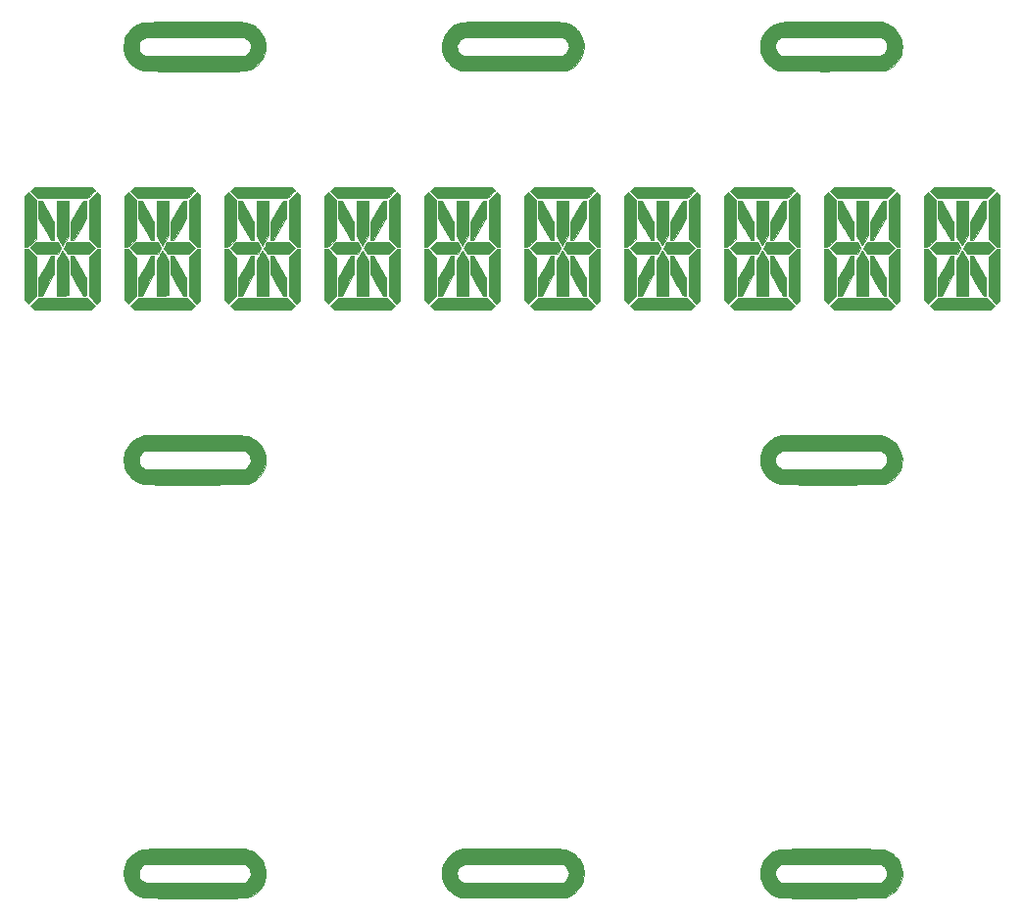
<source format=gbr>
%TF.GenerationSoftware,KiCad,Pcbnew,(6.0.0)*%
%TF.CreationDate,2022-01-21T14:37:34-08:00*%
%TF.ProjectId,PCB-side-name,5043422d-7369-4646-952d-6e616d652e6b,rev?*%
%TF.SameCoordinates,Original*%
%TF.FileFunction,Soldermask,Top*%
%TF.FilePolarity,Negative*%
%FSLAX46Y46*%
G04 Gerber Fmt 4.6, Leading zero omitted, Abs format (unit mm)*
G04 Created by KiCad (PCBNEW (6.0.0)) date 2022-01-21 14:37:34*
%MOMM*%
%LPD*%
G01*
G04 APERTURE LIST*
%ADD10C,0.010000*%
G04 APERTURE END LIST*
D10*
%TO.C,Ref\u002A\u002A*%
X97472500Y-65020986D02*
X96927458Y-65964040D01*
X96927458Y-65964040D02*
X96382416Y-66907095D01*
X96382416Y-66907095D02*
X96096666Y-66907833D01*
X96096666Y-66907833D02*
X96096666Y-65389161D01*
X96096666Y-65389161D02*
X96642737Y-64449872D01*
X96642737Y-64449872D02*
X97188809Y-63510583D01*
X97188809Y-63510583D02*
X97330654Y-63504324D01*
X97330654Y-63504324D02*
X97472500Y-63498065D01*
X97472500Y-63498065D02*
X97472500Y-65020986D01*
X97472500Y-65020986D02*
X97472500Y-65020986D01*
G36*
X97472500Y-65020986D02*
G01*
X96927458Y-65964040D01*
X96382416Y-66907095D01*
X96096666Y-66907833D01*
X96096666Y-65389161D01*
X96642737Y-64449872D01*
X97188809Y-63510583D01*
X97330654Y-63504324D01*
X97472500Y-63498065D01*
X97472500Y-65020986D01*
G37*
X97472500Y-65020986D02*
X96927458Y-65964040D01*
X96382416Y-66907095D01*
X96096666Y-66907833D01*
X96096666Y-65389161D01*
X96642737Y-64449872D01*
X97188809Y-63510583D01*
X97330654Y-63504324D01*
X97472500Y-63498065D01*
X97472500Y-65020986D01*
X161903833Y-67300409D02*
X161739323Y-67463954D01*
X161739323Y-67463954D02*
X161671997Y-67530002D01*
X161671997Y-67530002D02*
X161616007Y-67583270D01*
X161616007Y-67583270D02*
X161577872Y-67617661D01*
X161577872Y-67617661D02*
X161564442Y-67627500D01*
X161564442Y-67627500D02*
X161547109Y-67613191D01*
X161547109Y-67613191D02*
X161504447Y-67573159D01*
X161504447Y-67573159D02*
X161440929Y-67511745D01*
X161440929Y-67511745D02*
X161361031Y-67433291D01*
X161361031Y-67433291D02*
X161269225Y-67342137D01*
X161269225Y-67342137D02*
X161231535Y-67304460D01*
X161231535Y-67304460D02*
X160909000Y-66981420D01*
X160909000Y-66981420D02*
X160909000Y-63593576D01*
X160909000Y-63593576D02*
X161254408Y-63250455D01*
X161254408Y-63250455D02*
X161599817Y-62907333D01*
X161599817Y-62907333D02*
X161903833Y-62907333D01*
X161903833Y-62907333D02*
X161903833Y-67300409D01*
X161903833Y-67300409D02*
X161903833Y-67300409D01*
G36*
X161903833Y-67300409D02*
G01*
X161739323Y-67463954D01*
X161671997Y-67530002D01*
X161616007Y-67583270D01*
X161577872Y-67617661D01*
X161564442Y-67627500D01*
X161547109Y-67613191D01*
X161504447Y-67573159D01*
X161440929Y-67511745D01*
X161361031Y-67433291D01*
X161269225Y-67342137D01*
X161231535Y-67304460D01*
X160909000Y-66981420D01*
X160909000Y-63593576D01*
X161254408Y-63250455D01*
X161599817Y-62907333D01*
X161903833Y-62907333D01*
X161903833Y-67300409D01*
G37*
X161903833Y-67300409D02*
X161739323Y-67463954D01*
X161671997Y-67530002D01*
X161616007Y-67583270D01*
X161577872Y-67617661D01*
X161564442Y-67627500D01*
X161547109Y-67613191D01*
X161504447Y-67573159D01*
X161440929Y-67511745D01*
X161361031Y-67433291D01*
X161269225Y-67342137D01*
X161231535Y-67304460D01*
X160909000Y-66981420D01*
X160909000Y-63593576D01*
X161254408Y-63250455D01*
X161599817Y-62907333D01*
X161903833Y-62907333D01*
X161903833Y-67300409D01*
X106541636Y-62547763D02*
X106593877Y-62637555D01*
X106593877Y-62637555D02*
X106637088Y-62715220D01*
X106637088Y-62715220D02*
X106667123Y-62773055D01*
X106667123Y-62773055D02*
X106679835Y-62803358D01*
X106679835Y-62803358D02*
X106680000Y-62804806D01*
X106680000Y-62804806D02*
X106669801Y-62831152D01*
X106669801Y-62831152D02*
X106641903Y-62886220D01*
X106641903Y-62886220D02*
X106600352Y-62962410D01*
X106600352Y-62962410D02*
X106549194Y-63052122D01*
X106549194Y-63052122D02*
X106539274Y-63069126D01*
X106539274Y-63069126D02*
X106398549Y-63309500D01*
X106398549Y-63309500D02*
X104509754Y-63309500D01*
X104509754Y-63309500D02*
X104256085Y-63054631D01*
X104256085Y-63054631D02*
X104002416Y-62799763D01*
X104002416Y-62799763D02*
X104249196Y-62557215D01*
X104249196Y-62557215D02*
X104495975Y-62314666D01*
X104495975Y-62314666D02*
X106403272Y-62314666D01*
X106403272Y-62314666D02*
X106541636Y-62547763D01*
X106541636Y-62547763D02*
X106541636Y-62547763D01*
G36*
X106541636Y-62547763D02*
G01*
X106593877Y-62637555D01*
X106637088Y-62715220D01*
X106667123Y-62773055D01*
X106679835Y-62803358D01*
X106680000Y-62804806D01*
X106669801Y-62831152D01*
X106641903Y-62886220D01*
X106600352Y-62962410D01*
X106549194Y-63052122D01*
X106539274Y-63069126D01*
X106398549Y-63309500D01*
X104509754Y-63309500D01*
X104256085Y-63054631D01*
X104002416Y-62799763D01*
X104249196Y-62557215D01*
X104495975Y-62314666D01*
X106403272Y-62314666D01*
X106541636Y-62547763D01*
G37*
X106541636Y-62547763D02*
X106593877Y-62637555D01*
X106637088Y-62715220D01*
X106667123Y-62773055D01*
X106679835Y-62803358D01*
X106680000Y-62804806D01*
X106669801Y-62831152D01*
X106641903Y-62886220D01*
X106600352Y-62962410D01*
X106549194Y-63052122D01*
X106539274Y-63069126D01*
X106398549Y-63309500D01*
X104509754Y-63309500D01*
X104256085Y-63054631D01*
X104002416Y-62799763D01*
X104249196Y-62557215D01*
X104495975Y-62314666D01*
X106403272Y-62314666D01*
X106541636Y-62547763D01*
X141361207Y-63044103D02*
X141392931Y-63089625D01*
X141392931Y-63089625D02*
X141439265Y-63162318D01*
X141439265Y-63162318D02*
X141497156Y-63257307D01*
X141497156Y-63257307D02*
X141563551Y-63369721D01*
X141563551Y-63369721D02*
X141610291Y-63450645D01*
X141610291Y-63450645D02*
X141859000Y-63884956D01*
X141859000Y-63884956D02*
X141859000Y-66907833D01*
X141859000Y-66907833D02*
X140864166Y-66907833D01*
X140864166Y-66907833D02*
X140864166Y-63856975D01*
X140864166Y-63856975D02*
X141098438Y-63450945D01*
X141098438Y-63450945D02*
X141167208Y-63332222D01*
X141167208Y-63332222D02*
X141229309Y-63225896D01*
X141229309Y-63225896D02*
X141281500Y-63137443D01*
X141281500Y-63137443D02*
X141320542Y-63072338D01*
X141320542Y-63072338D02*
X141343195Y-63036057D01*
X141343195Y-63036057D02*
X141347146Y-63030625D01*
X141347146Y-63030625D02*
X141361207Y-63044103D01*
X141361207Y-63044103D02*
X141361207Y-63044103D01*
G36*
X141361207Y-63044103D02*
G01*
X141392931Y-63089625D01*
X141439265Y-63162318D01*
X141497156Y-63257307D01*
X141563551Y-63369721D01*
X141610291Y-63450645D01*
X141859000Y-63884956D01*
X141859000Y-66907833D01*
X140864166Y-66907833D01*
X140864166Y-63856975D01*
X141098438Y-63450945D01*
X141167208Y-63332222D01*
X141229309Y-63225896D01*
X141281500Y-63137443D01*
X141320542Y-63072338D01*
X141343195Y-63036057D01*
X141347146Y-63030625D01*
X141361207Y-63044103D01*
G37*
X141361207Y-63044103D02*
X141392931Y-63089625D01*
X141439265Y-63162318D01*
X141497156Y-63257307D01*
X141563551Y-63369721D01*
X141610291Y-63450645D01*
X141859000Y-63884956D01*
X141859000Y-66907833D01*
X140864166Y-66907833D01*
X140864166Y-63856975D01*
X141098438Y-63450945D01*
X141167208Y-63332222D01*
X141229309Y-63225896D01*
X141281500Y-63137443D01*
X141320542Y-63072338D01*
X141343195Y-63036057D01*
X141347146Y-63030625D01*
X141361207Y-63044103D01*
X175905276Y-63043873D02*
X175937087Y-63089280D01*
X175937087Y-63089280D02*
X175983550Y-63161818D01*
X175983550Y-63161818D02*
X176041597Y-63256612D01*
X176041597Y-63256612D02*
X176108157Y-63368789D01*
X176108157Y-63368789D02*
X176154291Y-63448295D01*
X176154291Y-63448295D02*
X176403000Y-63880570D01*
X176403000Y-63880570D02*
X176403000Y-66907833D01*
X176403000Y-66907833D02*
X175408166Y-66907833D01*
X175408166Y-66907833D02*
X175408166Y-63864279D01*
X175408166Y-63864279D02*
X175642478Y-63454598D01*
X175642478Y-63454598D02*
X175711034Y-63335193D01*
X175711034Y-63335193D02*
X175772972Y-63228192D01*
X175772972Y-63228192D02*
X175825086Y-63139064D01*
X175825086Y-63139064D02*
X175864167Y-63073277D01*
X175864167Y-63073277D02*
X175887010Y-63036301D01*
X175887010Y-63036301D02*
X175891186Y-63030468D01*
X175891186Y-63030468D02*
X175905276Y-63043873D01*
X175905276Y-63043873D02*
X175905276Y-63043873D01*
G36*
X175905276Y-63043873D02*
G01*
X175937087Y-63089280D01*
X175983550Y-63161818D01*
X176041597Y-63256612D01*
X176108157Y-63368789D01*
X176154291Y-63448295D01*
X176403000Y-63880570D01*
X176403000Y-66907833D01*
X175408166Y-66907833D01*
X175408166Y-63864279D01*
X175642478Y-63454598D01*
X175711034Y-63335193D01*
X175772972Y-63228192D01*
X175825086Y-63139064D01*
X175864167Y-63073277D01*
X175887010Y-63036301D01*
X175891186Y-63030468D01*
X175905276Y-63043873D01*
G37*
X175905276Y-63043873D02*
X175937087Y-63089280D01*
X175983550Y-63161818D01*
X176041597Y-63256612D01*
X176108157Y-63368789D01*
X176154291Y-63448295D01*
X176403000Y-63880570D01*
X176403000Y-66907833D01*
X175408166Y-66907833D01*
X175408166Y-63864279D01*
X175642478Y-63454598D01*
X175711034Y-63335193D01*
X175772972Y-63228192D01*
X175825086Y-63139064D01*
X175864167Y-63073277D01*
X175887010Y-63036301D01*
X175891186Y-63030468D01*
X175905276Y-63043873D01*
X118560160Y-58139881D02*
X118723833Y-58304519D01*
X118723833Y-58304519D02*
X118723833Y-62716833D01*
X118723833Y-62716833D02*
X118419817Y-62716833D01*
X118419817Y-62716833D02*
X118074408Y-62373711D01*
X118074408Y-62373711D02*
X117729000Y-62030589D01*
X117729000Y-62030589D02*
X117729000Y-58641753D01*
X117729000Y-58641753D02*
X118396488Y-57975243D01*
X118396488Y-57975243D02*
X118560160Y-58139881D01*
X118560160Y-58139881D02*
X118560160Y-58139881D01*
G36*
X118560160Y-58139881D02*
G01*
X118723833Y-58304519D01*
X118723833Y-62716833D01*
X118419817Y-62716833D01*
X118074408Y-62373711D01*
X117729000Y-62030589D01*
X117729000Y-58641753D01*
X118396488Y-57975243D01*
X118560160Y-58139881D01*
G37*
X118560160Y-58139881D02*
X118723833Y-58304519D01*
X118723833Y-62716833D01*
X118419817Y-62716833D01*
X118074408Y-62373711D01*
X117729000Y-62030589D01*
X117729000Y-58641753D01*
X118396488Y-57975243D01*
X118560160Y-58139881D01*
X158633493Y-63043780D02*
X158665157Y-63089205D01*
X158665157Y-63089205D02*
X158711462Y-63161789D01*
X158711462Y-63161789D02*
X158769352Y-63256661D01*
X158769352Y-63256661D02*
X158835774Y-63368950D01*
X158835774Y-63368950D02*
X158882291Y-63449347D01*
X158882291Y-63449347D02*
X159131000Y-63882843D01*
X159131000Y-63882843D02*
X159131000Y-66907833D01*
X159131000Y-66907833D02*
X158136166Y-66907833D01*
X158136166Y-66907833D02*
X158136166Y-63858595D01*
X158136166Y-63858595D02*
X158370815Y-63451756D01*
X158370815Y-63451756D02*
X158439616Y-63332894D01*
X158439616Y-63332894D02*
X158501721Y-63226410D01*
X158501721Y-63226410D02*
X158553899Y-63137775D01*
X158553899Y-63137775D02*
X158592921Y-63072465D01*
X158592921Y-63072465D02*
X158615555Y-63035951D01*
X158615555Y-63035951D02*
X158619524Y-63030384D01*
X158619524Y-63030384D02*
X158633493Y-63043780D01*
X158633493Y-63043780D02*
X158633493Y-63043780D01*
G36*
X158633493Y-63043780D02*
G01*
X158665157Y-63089205D01*
X158711462Y-63161789D01*
X158769352Y-63256661D01*
X158835774Y-63368950D01*
X158882291Y-63449347D01*
X159131000Y-63882843D01*
X159131000Y-66907833D01*
X158136166Y-66907833D01*
X158136166Y-63858595D01*
X158370815Y-63451756D01*
X158439616Y-63332894D01*
X158501721Y-63226410D01*
X158553899Y-63137775D01*
X158592921Y-63072465D01*
X158615555Y-63035951D01*
X158619524Y-63030384D01*
X158633493Y-63043780D01*
G37*
X158633493Y-63043780D02*
X158665157Y-63089205D01*
X158711462Y-63161789D01*
X158769352Y-63256661D01*
X158835774Y-63368950D01*
X158882291Y-63449347D01*
X159131000Y-63882843D01*
X159131000Y-66907833D01*
X158136166Y-66907833D01*
X158136166Y-63858595D01*
X158370815Y-63451756D01*
X158439616Y-63332894D01*
X158501721Y-63226410D01*
X158553899Y-63137775D01*
X158592921Y-63072465D01*
X158615555Y-63035951D01*
X158619524Y-63030384D01*
X158633493Y-63043780D01*
X140957317Y-62325250D02*
X141089697Y-62547500D01*
X141089697Y-62547500D02*
X141140971Y-62635752D01*
X141140971Y-62635752D02*
X141183165Y-62712494D01*
X141183165Y-62712494D02*
X141211957Y-62769578D01*
X141211957Y-62769578D02*
X141223028Y-62798852D01*
X141223028Y-62798852D02*
X141223038Y-62799062D01*
X141223038Y-62799062D02*
X141213227Y-62827526D01*
X141213227Y-62827526D02*
X141185713Y-62884511D01*
X141185713Y-62884511D02*
X141144513Y-62962204D01*
X141144513Y-62962204D02*
X141093642Y-63052791D01*
X141093642Y-63052791D02*
X141084307Y-63068937D01*
X141084307Y-63068937D02*
X140944614Y-63309500D01*
X140944614Y-63309500D02*
X139053754Y-63309500D01*
X139053754Y-63309500D02*
X138800085Y-63053805D01*
X138800085Y-63053805D02*
X138546416Y-62798111D01*
X138546416Y-62798111D02*
X138798703Y-62556175D01*
X138798703Y-62556175D02*
X139050989Y-62314240D01*
X139050989Y-62314240D02*
X140957317Y-62325250D01*
X140957317Y-62325250D02*
X140957317Y-62325250D01*
G36*
X140957317Y-62325250D02*
G01*
X141089697Y-62547500D01*
X141140971Y-62635752D01*
X141183165Y-62712494D01*
X141211957Y-62769578D01*
X141223028Y-62798852D01*
X141223038Y-62799062D01*
X141213227Y-62827526D01*
X141185713Y-62884511D01*
X141144513Y-62962204D01*
X141093642Y-63052791D01*
X141084307Y-63068937D01*
X140944614Y-63309500D01*
X139053754Y-63309500D01*
X138800085Y-63053805D01*
X138546416Y-62798111D01*
X138798703Y-62556175D01*
X139050989Y-62314240D01*
X140957317Y-62325250D01*
G37*
X140957317Y-62325250D02*
X141089697Y-62547500D01*
X141140971Y-62635752D01*
X141183165Y-62712494D01*
X141211957Y-62769578D01*
X141223028Y-62798852D01*
X141223038Y-62799062D01*
X141213227Y-62827526D01*
X141185713Y-62884511D01*
X141144513Y-62962204D01*
X141093642Y-63052791D01*
X141084307Y-63068937D01*
X140944614Y-63309500D01*
X139053754Y-63309500D01*
X138800085Y-63053805D01*
X138546416Y-62798111D01*
X138798703Y-62556175D01*
X139050989Y-62314240D01*
X140957317Y-62325250D01*
X113511541Y-58696035D02*
X113654416Y-58696903D01*
X113654416Y-58696903D02*
X114744500Y-60588495D01*
X114744500Y-60588495D02*
X114744500Y-62103000D01*
X114744500Y-62103000D02*
X114601625Y-62102225D01*
X114601625Y-62102225D02*
X114458750Y-62101451D01*
X114458750Y-62101451D02*
X113368666Y-60218519D01*
X113368666Y-60218519D02*
X113368666Y-58695166D01*
X113368666Y-58695166D02*
X113511541Y-58696035D01*
X113511541Y-58696035D02*
X113511541Y-58696035D01*
G36*
X113511541Y-58696035D02*
G01*
X113654416Y-58696903D01*
X114744500Y-60588495D01*
X114744500Y-62103000D01*
X114601625Y-62102225D01*
X114458750Y-62101451D01*
X113368666Y-60218519D01*
X113368666Y-58695166D01*
X113511541Y-58696035D01*
G37*
X113511541Y-58696035D02*
X113654416Y-58696903D01*
X114744500Y-60588495D01*
X114744500Y-62103000D01*
X114601625Y-62102225D01*
X114458750Y-62101451D01*
X113368666Y-60218519D01*
X113368666Y-58695166D01*
X113511541Y-58696035D01*
X169910511Y-57674232D02*
X170073946Y-57838632D01*
X170073946Y-57838632D02*
X169740441Y-58171649D01*
X169740441Y-58171649D02*
X169406935Y-58504666D01*
X169406935Y-58504666D02*
X165110071Y-58504666D01*
X165110071Y-58504666D02*
X164782620Y-58176704D01*
X164782620Y-58176704D02*
X164455169Y-57848741D01*
X164455169Y-57848741D02*
X164623630Y-57679287D01*
X164623630Y-57679287D02*
X164792090Y-57509833D01*
X164792090Y-57509833D02*
X169747076Y-57509833D01*
X169747076Y-57509833D02*
X169910511Y-57674232D01*
X169910511Y-57674232D02*
X169910511Y-57674232D01*
G36*
X169910511Y-57674232D02*
G01*
X170073946Y-57838632D01*
X169740441Y-58171649D01*
X169406935Y-58504666D01*
X165110071Y-58504666D01*
X164782620Y-58176704D01*
X164455169Y-57848741D01*
X164623630Y-57679287D01*
X164792090Y-57509833D01*
X169747076Y-57509833D01*
X169910511Y-57674232D01*
G37*
X169910511Y-57674232D02*
X170073946Y-57838632D01*
X169740441Y-58171649D01*
X169406935Y-58504666D01*
X165110071Y-58504666D01*
X164782620Y-58176704D01*
X164455169Y-57848741D01*
X164623630Y-57679287D01*
X164792090Y-57509833D01*
X169747076Y-57509833D01*
X169910511Y-57674232D01*
X168243250Y-63500756D02*
X168798715Y-64458169D01*
X168798715Y-64458169D02*
X169354181Y-65415583D01*
X169354181Y-65415583D02*
X169354340Y-66161708D01*
X169354340Y-66161708D02*
X169354500Y-66907833D01*
X169354500Y-66907833D02*
X169208925Y-66907833D01*
X169208925Y-66907833D02*
X169118996Y-66903779D01*
X169118996Y-66903779D02*
X169060733Y-66892281D01*
X169060733Y-66892281D02*
X169042866Y-66881375D01*
X169042866Y-66881375D02*
X169028532Y-66858318D01*
X169028532Y-66858318D02*
X168995159Y-66802179D01*
X168995159Y-66802179D02*
X168944843Y-66716553D01*
X168944843Y-66716553D02*
X168879682Y-66605038D01*
X168879682Y-66605038D02*
X168801772Y-66471230D01*
X168801772Y-66471230D02*
X168713211Y-66318727D01*
X168713211Y-66318727D02*
X168616094Y-66151123D01*
X168616094Y-66151123D02*
X168512519Y-65972017D01*
X168512519Y-65972017D02*
X168489941Y-65932929D01*
X168489941Y-65932929D02*
X167957500Y-65010942D01*
X167957500Y-65010942D02*
X167957500Y-63500000D01*
X167957500Y-63500000D02*
X168243250Y-63500756D01*
X168243250Y-63500756D02*
X168243250Y-63500756D01*
G36*
X168243250Y-63500756D02*
G01*
X168798715Y-64458169D01*
X169354181Y-65415583D01*
X169354340Y-66161708D01*
X169354500Y-66907833D01*
X169208925Y-66907833D01*
X169118996Y-66903779D01*
X169060733Y-66892281D01*
X169042866Y-66881375D01*
X169028532Y-66858318D01*
X168995159Y-66802179D01*
X168944843Y-66716553D01*
X168879682Y-66605038D01*
X168801772Y-66471230D01*
X168713211Y-66318727D01*
X168616094Y-66151123D01*
X168512519Y-65972017D01*
X168489941Y-65932929D01*
X167957500Y-65010942D01*
X167957500Y-63500000D01*
X168243250Y-63500756D01*
G37*
X168243250Y-63500756D02*
X168798715Y-64458169D01*
X169354181Y-65415583D01*
X169354340Y-66161708D01*
X169354500Y-66907833D01*
X169208925Y-66907833D01*
X169118996Y-66903779D01*
X169060733Y-66892281D01*
X169042866Y-66881375D01*
X169028532Y-66858318D01*
X168995159Y-66802179D01*
X168944843Y-66716553D01*
X168879682Y-66605038D01*
X168801772Y-66471230D01*
X168713211Y-66318727D01*
X168616094Y-66151123D01*
X168512519Y-65972017D01*
X168489941Y-65932929D01*
X167957500Y-65010942D01*
X167957500Y-63500000D01*
X168243250Y-63500756D01*
X157924500Y-65026736D02*
X157380047Y-65967285D01*
X157380047Y-65967285D02*
X156835594Y-66907833D01*
X156835594Y-66907833D02*
X156548666Y-66907833D01*
X156548666Y-66907833D02*
X156548784Y-66151125D01*
X156548784Y-66151125D02*
X156548902Y-65394416D01*
X156548902Y-65394416D02*
X157096375Y-64452500D01*
X157096375Y-64452500D02*
X157643848Y-63510583D01*
X157643848Y-63510583D02*
X157924500Y-63498065D01*
X157924500Y-63498065D02*
X157924500Y-65026736D01*
X157924500Y-65026736D02*
X157924500Y-65026736D01*
G36*
X157924500Y-65026736D02*
G01*
X157380047Y-65967285D01*
X156835594Y-66907833D01*
X156548666Y-66907833D01*
X156548784Y-66151125D01*
X156548902Y-65394416D01*
X157096375Y-64452500D01*
X157643848Y-63510583D01*
X157924500Y-63498065D01*
X157924500Y-65026736D01*
G37*
X157924500Y-65026736D02*
X157380047Y-65967285D01*
X156835594Y-66907833D01*
X156548666Y-66907833D01*
X156548784Y-66151125D01*
X156548902Y-65394416D01*
X157096375Y-64452500D01*
X157643848Y-63510583D01*
X157924500Y-63498065D01*
X157924500Y-65026736D01*
X95885000Y-58621579D02*
X95885000Y-62008217D01*
X95885000Y-62008217D02*
X95175462Y-62716833D01*
X95175462Y-62716833D02*
X94890166Y-62716833D01*
X94890166Y-62716833D02*
X94890166Y-58323815D01*
X94890166Y-58323815D02*
X95240114Y-57975685D01*
X95240114Y-57975685D02*
X95885000Y-58621579D01*
X95885000Y-58621579D02*
X95885000Y-58621579D01*
G36*
X95885000Y-58621579D02*
G01*
X95885000Y-62008217D01*
X95175462Y-62716833D01*
X94890166Y-62716833D01*
X94890166Y-58323815D01*
X95240114Y-57975685D01*
X95885000Y-58621579D01*
G37*
X95885000Y-58621579D02*
X95885000Y-62008217D01*
X95175462Y-62716833D01*
X94890166Y-62716833D01*
X94890166Y-58323815D01*
X95240114Y-57975685D01*
X95885000Y-58621579D01*
X133699250Y-63501428D02*
X134254875Y-64460743D01*
X134254875Y-64460743D02*
X134810500Y-65420057D01*
X134810500Y-65420057D02*
X134810500Y-66907833D01*
X134810500Y-66907833D02*
X134657041Y-66906964D01*
X134657041Y-66906964D02*
X134503583Y-66906096D01*
X134503583Y-66906096D02*
X133958541Y-65960300D01*
X133958541Y-65960300D02*
X133413500Y-65014504D01*
X133413500Y-65014504D02*
X133413500Y-63500000D01*
X133413500Y-63500000D02*
X133699250Y-63501428D01*
X133699250Y-63501428D02*
X133699250Y-63501428D01*
G36*
X133699250Y-63501428D02*
G01*
X134254875Y-64460743D01*
X134810500Y-65420057D01*
X134810500Y-66907833D01*
X134657041Y-66906964D01*
X134503583Y-66906096D01*
X133958541Y-65960300D01*
X133413500Y-65014504D01*
X133413500Y-63500000D01*
X133699250Y-63501428D01*
G37*
X133699250Y-63501428D02*
X134254875Y-64460743D01*
X134810500Y-65420057D01*
X134810500Y-66907833D01*
X134657041Y-66906964D01*
X134503583Y-66906096D01*
X133958541Y-65960300D01*
X133413500Y-65014504D01*
X133413500Y-63500000D01*
X133699250Y-63501428D01*
X107648375Y-63500803D02*
X107791250Y-63501607D01*
X107791250Y-63501607D02*
X108346875Y-64462381D01*
X108346875Y-64462381D02*
X108902500Y-65423156D01*
X108902500Y-65423156D02*
X108902500Y-66907833D01*
X108902500Y-66907833D02*
X108749041Y-66907091D01*
X108749041Y-66907091D02*
X108595583Y-66906348D01*
X108595583Y-66906348D02*
X108050541Y-65961842D01*
X108050541Y-65961842D02*
X107505500Y-65017335D01*
X107505500Y-65017335D02*
X107505500Y-63500000D01*
X107505500Y-63500000D02*
X107648375Y-63500803D01*
X107648375Y-63500803D02*
X107648375Y-63500803D01*
G36*
X107648375Y-63500803D02*
G01*
X107791250Y-63501607D01*
X108346875Y-64462381D01*
X108902500Y-65423156D01*
X108902500Y-66907833D01*
X108749041Y-66907091D01*
X108595583Y-66906348D01*
X108050541Y-65961842D01*
X107505500Y-65017335D01*
X107505500Y-63500000D01*
X107648375Y-63500803D01*
G37*
X107648375Y-63500803D02*
X107791250Y-63501607D01*
X108346875Y-64462381D01*
X108902500Y-65423156D01*
X108902500Y-66907833D01*
X108749041Y-66907091D01*
X108595583Y-66906348D01*
X108050541Y-65961842D01*
X107505500Y-65017335D01*
X107505500Y-63500000D01*
X107648375Y-63500803D01*
X143898918Y-62565995D02*
X144149592Y-62817323D01*
X144149592Y-62817323D02*
X143898587Y-63062744D01*
X143898587Y-63062744D02*
X143647583Y-63308165D01*
X143647583Y-63308165D02*
X142705666Y-63308631D01*
X142705666Y-63308631D02*
X141763750Y-63309097D01*
X141763750Y-63309097D02*
X141626166Y-63073646D01*
X141626166Y-63073646D02*
X141573850Y-62983639D01*
X141573850Y-62983639D02*
X141529519Y-62906473D01*
X141529519Y-62906473D02*
X141497468Y-62849690D01*
X141497468Y-62849690D02*
X141481991Y-62820828D01*
X141481991Y-62820828D02*
X141481401Y-62819469D01*
X141481401Y-62819469D02*
X141488818Y-62795190D01*
X141488818Y-62795190D02*
X141514186Y-62741922D01*
X141514186Y-62741922D02*
X141553742Y-62667018D01*
X141553742Y-62667018D02*
X141603726Y-62577829D01*
X141603726Y-62577829D02*
X141615350Y-62557705D01*
X141615350Y-62557705D02*
X141756481Y-62314666D01*
X141756481Y-62314666D02*
X143648245Y-62314666D01*
X143648245Y-62314666D02*
X143898918Y-62565995D01*
X143898918Y-62565995D02*
X143898918Y-62565995D01*
G36*
X143898918Y-62565995D02*
G01*
X144149592Y-62817323D01*
X143898587Y-63062744D01*
X143647583Y-63308165D01*
X142705666Y-63308631D01*
X141763750Y-63309097D01*
X141626166Y-63073646D01*
X141573850Y-62983639D01*
X141529519Y-62906473D01*
X141497468Y-62849690D01*
X141481991Y-62820828D01*
X141481401Y-62819469D01*
X141488818Y-62795190D01*
X141514186Y-62741922D01*
X141553742Y-62667018D01*
X141603726Y-62577829D01*
X141615350Y-62557705D01*
X141756481Y-62314666D01*
X143648245Y-62314666D01*
X143898918Y-62565995D01*
G37*
X143898918Y-62565995D02*
X144149592Y-62817323D01*
X143898587Y-63062744D01*
X143647583Y-63308165D01*
X142705666Y-63308631D01*
X141763750Y-63309097D01*
X141626166Y-63073646D01*
X141573850Y-62983639D01*
X141529519Y-62906473D01*
X141497468Y-62849690D01*
X141481991Y-62820828D01*
X141481401Y-62819469D01*
X141488818Y-62795190D01*
X141514186Y-62741922D01*
X141553742Y-62667018D01*
X141603726Y-62577829D01*
X141615350Y-62557705D01*
X141756481Y-62314666D01*
X143648245Y-62314666D01*
X143898918Y-62565995D01*
X148641398Y-62319745D02*
X149593708Y-62325250D01*
X149593708Y-62325250D02*
X149875954Y-62805936D01*
X149875954Y-62805936D02*
X149580554Y-63309500D01*
X149580554Y-63309500D02*
X147689754Y-63309500D01*
X147689754Y-63309500D02*
X147182416Y-62797986D01*
X147182416Y-62797986D02*
X147435752Y-62556114D01*
X147435752Y-62556114D02*
X147689088Y-62314241D01*
X147689088Y-62314241D02*
X148641398Y-62319745D01*
X148641398Y-62319745D02*
X148641398Y-62319745D01*
G36*
X148641398Y-62319745D02*
G01*
X149593708Y-62325250D01*
X149875954Y-62805936D01*
X149580554Y-63309500D01*
X147689754Y-63309500D01*
X147182416Y-62797986D01*
X147435752Y-62556114D01*
X147689088Y-62314241D01*
X148641398Y-62319745D01*
G37*
X148641398Y-62319745D02*
X149593708Y-62325250D01*
X149875954Y-62805936D01*
X149580554Y-63309500D01*
X147689754Y-63309500D01*
X147182416Y-62797986D01*
X147435752Y-62556114D01*
X147689088Y-62314241D01*
X148641398Y-62319745D01*
X117988629Y-62563699D02*
X118237012Y-62812732D01*
X118237012Y-62812732D02*
X117987980Y-63061116D01*
X117987980Y-63061116D02*
X117738947Y-63309500D01*
X117738947Y-63309500D02*
X116797348Y-63309437D01*
X116797348Y-63309437D02*
X115855750Y-63309375D01*
X115855750Y-63309375D02*
X115710753Y-63063219D01*
X115710753Y-63063219D02*
X115654252Y-62968416D01*
X115654252Y-62968416D02*
X115614819Y-62898226D01*
X115614819Y-62898226D02*
X115592788Y-62843315D01*
X115592788Y-62843315D02*
X115588492Y-62794348D01*
X115588492Y-62794348D02*
X115602264Y-62741989D01*
X115602264Y-62741989D02*
X115634437Y-62676904D01*
X115634437Y-62676904D02*
X115685343Y-62589758D01*
X115685343Y-62589758D02*
X115730349Y-62513954D01*
X115730349Y-62513954D02*
X115847636Y-62314666D01*
X115847636Y-62314666D02*
X117740245Y-62314666D01*
X117740245Y-62314666D02*
X117988629Y-62563699D01*
X117988629Y-62563699D02*
X117988629Y-62563699D01*
G36*
X117988629Y-62563699D02*
G01*
X118237012Y-62812732D01*
X117987980Y-63061116D01*
X117738947Y-63309500D01*
X116797348Y-63309437D01*
X115855750Y-63309375D01*
X115710753Y-63063219D01*
X115654252Y-62968416D01*
X115614819Y-62898226D01*
X115592788Y-62843315D01*
X115588492Y-62794348D01*
X115602264Y-62741989D01*
X115634437Y-62676904D01*
X115685343Y-62589758D01*
X115730349Y-62513954D01*
X115847636Y-62314666D01*
X117740245Y-62314666D01*
X117988629Y-62563699D01*
G37*
X117988629Y-62563699D02*
X118237012Y-62812732D01*
X117987980Y-63061116D01*
X117738947Y-63309500D01*
X116797348Y-63309437D01*
X115855750Y-63309375D01*
X115710753Y-63063219D01*
X115654252Y-62968416D01*
X115614819Y-62898226D01*
X115592788Y-62843315D01*
X115588492Y-62794348D01*
X115602264Y-62741989D01*
X115634437Y-62676904D01*
X115685343Y-62589758D01*
X115730349Y-62513954D01*
X115847636Y-62314666D01*
X117740245Y-62314666D01*
X117988629Y-62563699D01*
X122728754Y-62319743D02*
X123683380Y-62325250D01*
X123683380Y-62325250D02*
X123816722Y-62547500D01*
X123816722Y-62547500D02*
X123868322Y-62635668D01*
X123868322Y-62635668D02*
X123910797Y-62712359D01*
X123910797Y-62712359D02*
X123939809Y-62769445D01*
X123939809Y-62769445D02*
X123951019Y-62798802D01*
X123951019Y-62798802D02*
X123951032Y-62799062D01*
X123951032Y-62799062D02*
X123941224Y-62827525D01*
X123941224Y-62827525D02*
X123913712Y-62884511D01*
X123913712Y-62884511D02*
X123872512Y-62962204D01*
X123872512Y-62962204D02*
X123821643Y-63052791D01*
X123821643Y-63052791D02*
X123812307Y-63068937D01*
X123812307Y-63068937D02*
X123672614Y-63309500D01*
X123672614Y-63309500D02*
X121781754Y-63309500D01*
X121781754Y-63309500D02*
X121274416Y-62798706D01*
X121274416Y-62798706D02*
X121524272Y-62556471D01*
X121524272Y-62556471D02*
X121774127Y-62314236D01*
X121774127Y-62314236D02*
X122728754Y-62319743D01*
X122728754Y-62319743D02*
X122728754Y-62319743D01*
G36*
X122728754Y-62319743D02*
G01*
X123683380Y-62325250D01*
X123816722Y-62547500D01*
X123868322Y-62635668D01*
X123910797Y-62712359D01*
X123939809Y-62769445D01*
X123951019Y-62798802D01*
X123951032Y-62799062D01*
X123941224Y-62827525D01*
X123913712Y-62884511D01*
X123872512Y-62962204D01*
X123821643Y-63052791D01*
X123812307Y-63068937D01*
X123672614Y-63309500D01*
X121781754Y-63309500D01*
X121274416Y-62798706D01*
X121524272Y-62556471D01*
X121774127Y-62314236D01*
X122728754Y-62319743D01*
G37*
X122728754Y-62319743D02*
X123683380Y-62325250D01*
X123816722Y-62547500D01*
X123868322Y-62635668D01*
X123910797Y-62712359D01*
X123939809Y-62769445D01*
X123951019Y-62798802D01*
X123951032Y-62799062D01*
X123941224Y-62827525D01*
X123913712Y-62884511D01*
X123872512Y-62962204D01*
X123821643Y-63052791D01*
X123812307Y-63068937D01*
X123672614Y-63309500D01*
X121781754Y-63309500D01*
X121274416Y-62798706D01*
X121524272Y-62556471D01*
X121774127Y-62314236D01*
X122728754Y-62319743D01*
X130095858Y-63262101D02*
X130450166Y-63616870D01*
X130450166Y-63616870D02*
X130450166Y-66961246D01*
X130450166Y-66961246D02*
X130116550Y-67294373D01*
X130116550Y-67294373D02*
X130019571Y-67390745D01*
X130019571Y-67390745D02*
X129932707Y-67476181D01*
X129932707Y-67476181D02*
X129860369Y-67546413D01*
X129860369Y-67546413D02*
X129806967Y-67597178D01*
X129806967Y-67597178D02*
X129776913Y-67624208D01*
X129776913Y-67624208D02*
X129772096Y-67627500D01*
X129772096Y-67627500D02*
X129753702Y-67613401D01*
X129753702Y-67613401D02*
X129712192Y-67575198D01*
X129712192Y-67575198D02*
X129654072Y-67519027D01*
X129654072Y-67519027D02*
X129597711Y-67462990D01*
X129597711Y-67462990D02*
X129434166Y-67298480D01*
X129434166Y-67298480D02*
X129434166Y-62907333D01*
X129434166Y-62907333D02*
X129741550Y-62907333D01*
X129741550Y-62907333D02*
X130095858Y-63262101D01*
X130095858Y-63262101D02*
X130095858Y-63262101D01*
G36*
X130095858Y-63262101D02*
G01*
X130450166Y-63616870D01*
X130450166Y-66961246D01*
X130116550Y-67294373D01*
X130019571Y-67390745D01*
X129932707Y-67476181D01*
X129860369Y-67546413D01*
X129806967Y-67597178D01*
X129776913Y-67624208D01*
X129772096Y-67627500D01*
X129753702Y-67613401D01*
X129712192Y-67575198D01*
X129654072Y-67519027D01*
X129597711Y-67462990D01*
X129434166Y-67298480D01*
X129434166Y-62907333D01*
X129741550Y-62907333D01*
X130095858Y-63262101D01*
G37*
X130095858Y-63262101D02*
X130450166Y-63616870D01*
X130450166Y-66961246D01*
X130116550Y-67294373D01*
X130019571Y-67390745D01*
X129932707Y-67476181D01*
X129860369Y-67546413D01*
X129806967Y-67597178D01*
X129776913Y-67624208D01*
X129772096Y-67627500D01*
X129753702Y-67613401D01*
X129712192Y-67575198D01*
X129654072Y-67519027D01*
X129597711Y-67462990D01*
X129434166Y-67298480D01*
X129434166Y-62907333D01*
X129741550Y-62907333D01*
X130095858Y-63262101D01*
X176736375Y-63500308D02*
X176879250Y-63500617D01*
X176879250Y-63500617D02*
X177990410Y-65415583D01*
X177990410Y-65415583D02*
X177990500Y-66907833D01*
X177990500Y-66907833D02*
X177844925Y-66907833D01*
X177844925Y-66907833D02*
X177754996Y-66903779D01*
X177754996Y-66903779D02*
X177696733Y-66892281D01*
X177696733Y-66892281D02*
X177678866Y-66881375D01*
X177678866Y-66881375D02*
X177664532Y-66858318D01*
X177664532Y-66858318D02*
X177631159Y-66802179D01*
X177631159Y-66802179D02*
X177580843Y-66716553D01*
X177580843Y-66716553D02*
X177515682Y-66605038D01*
X177515682Y-66605038D02*
X177437772Y-66471230D01*
X177437772Y-66471230D02*
X177349211Y-66318727D01*
X177349211Y-66318727D02*
X177252094Y-66151123D01*
X177252094Y-66151123D02*
X177148519Y-65972017D01*
X177148519Y-65972017D02*
X177125941Y-65932929D01*
X177125941Y-65932929D02*
X176593500Y-65010942D01*
X176593500Y-65010942D02*
X176593500Y-63500000D01*
X176593500Y-63500000D02*
X176736375Y-63500308D01*
X176736375Y-63500308D02*
X176736375Y-63500308D01*
G36*
X176736375Y-63500308D02*
G01*
X176879250Y-63500617D01*
X177990410Y-65415583D01*
X177990500Y-66907833D01*
X177844925Y-66907833D01*
X177754996Y-66903779D01*
X177696733Y-66892281D01*
X177678866Y-66881375D01*
X177664532Y-66858318D01*
X177631159Y-66802179D01*
X177580843Y-66716553D01*
X177515682Y-66605038D01*
X177437772Y-66471230D01*
X177349211Y-66318727D01*
X177252094Y-66151123D01*
X177148519Y-65972017D01*
X177125941Y-65932929D01*
X176593500Y-65010942D01*
X176593500Y-63500000D01*
X176736375Y-63500308D01*
G37*
X176736375Y-63500308D02*
X176879250Y-63500617D01*
X177990410Y-65415583D01*
X177990500Y-66907833D01*
X177844925Y-66907833D01*
X177754996Y-66903779D01*
X177696733Y-66892281D01*
X177678866Y-66881375D01*
X177664532Y-66858318D01*
X177631159Y-66802179D01*
X177580843Y-66716553D01*
X177515682Y-66605038D01*
X177437772Y-66471230D01*
X177349211Y-66318727D01*
X177252094Y-66151123D01*
X177148519Y-65972017D01*
X177125941Y-65932929D01*
X176593500Y-65010942D01*
X176593500Y-63500000D01*
X176736375Y-63500308D01*
X178377153Y-67432062D02*
X178710393Y-67765792D01*
X178710393Y-67765792D02*
X178535213Y-67940062D01*
X178535213Y-67940062D02*
X178360032Y-68114333D01*
X178360032Y-68114333D02*
X173428090Y-68114333D01*
X173428090Y-68114333D02*
X173259626Y-67944875D01*
X173259626Y-67944875D02*
X173091161Y-67775417D01*
X173091161Y-67775417D02*
X173767253Y-67098333D01*
X173767253Y-67098333D02*
X178043912Y-67098333D01*
X178043912Y-67098333D02*
X178377153Y-67432062D01*
X178377153Y-67432062D02*
X178377153Y-67432062D01*
G36*
X178377153Y-67432062D02*
G01*
X178710393Y-67765792D01*
X178535213Y-67940062D01*
X178360032Y-68114333D01*
X173428090Y-68114333D01*
X173259626Y-67944875D01*
X173091161Y-67775417D01*
X173767253Y-67098333D01*
X178043912Y-67098333D01*
X178377153Y-67432062D01*
G37*
X178377153Y-67432062D02*
X178710393Y-67765792D01*
X178535213Y-67940062D01*
X178360032Y-68114333D01*
X173428090Y-68114333D01*
X173259626Y-67944875D01*
X173091161Y-67775417D01*
X173767253Y-67098333D01*
X178043912Y-67098333D01*
X178377153Y-67432062D01*
X160718500Y-60193555D02*
X160163607Y-61148277D01*
X160163607Y-61148277D02*
X159608714Y-62103000D01*
X159608714Y-62103000D02*
X159321500Y-62103000D01*
X159321500Y-62103000D02*
X159322427Y-61346291D01*
X159322427Y-61346291D02*
X159323355Y-60589583D01*
X159323355Y-60589583D02*
X159870034Y-59647666D01*
X159870034Y-59647666D02*
X160416714Y-58705750D01*
X160416714Y-58705750D02*
X160718500Y-58693312D01*
X160718500Y-58693312D02*
X160718500Y-60193555D01*
X160718500Y-60193555D02*
X160718500Y-60193555D01*
G36*
X160718500Y-60193555D02*
G01*
X160163607Y-61148277D01*
X159608714Y-62103000D01*
X159321500Y-62103000D01*
X159322427Y-61346291D01*
X159323355Y-60589583D01*
X159870034Y-59647666D01*
X160416714Y-58705750D01*
X160718500Y-58693312D01*
X160718500Y-60193555D01*
G37*
X160718500Y-60193555D02*
X160163607Y-61148277D01*
X159608714Y-62103000D01*
X159321500Y-62103000D01*
X159322427Y-61346291D01*
X159323355Y-60589583D01*
X159870034Y-59647666D01*
X160416714Y-58705750D01*
X160718500Y-58693312D01*
X160718500Y-60193555D01*
X156358166Y-58642731D02*
X156358166Y-61996215D01*
X156358166Y-61996215D02*
X155627916Y-62716151D01*
X155627916Y-62716151D02*
X155342166Y-62716833D01*
X155342166Y-62716833D02*
X155342166Y-58323815D01*
X155342166Y-58323815D02*
X155692106Y-57975693D01*
X155692106Y-57975693D02*
X156358166Y-58642731D01*
X156358166Y-58642731D02*
X156358166Y-58642731D01*
G36*
X156358166Y-58642731D02*
G01*
X156358166Y-61996215D01*
X155627916Y-62716151D01*
X155342166Y-62716833D01*
X155342166Y-58323815D01*
X155692106Y-57975693D01*
X156358166Y-58642731D01*
G37*
X156358166Y-58642731D02*
X156358166Y-61996215D01*
X155627916Y-62716151D01*
X155342166Y-62716833D01*
X155342166Y-58323815D01*
X155692106Y-57975693D01*
X156358166Y-58642731D01*
X104187858Y-63262101D02*
X104542166Y-63616870D01*
X104542166Y-63616870D02*
X104542166Y-66957762D01*
X104542166Y-66957762D02*
X104209652Y-67292631D01*
X104209652Y-67292631D02*
X104112973Y-67389479D01*
X104112973Y-67389479D02*
X104026280Y-67475341D01*
X104026280Y-67475341D02*
X103953980Y-67545932D01*
X103953980Y-67545932D02*
X103900480Y-67596970D01*
X103900480Y-67596970D02*
X103870185Y-67624169D01*
X103870185Y-67624169D02*
X103865197Y-67627500D01*
X103865197Y-67627500D02*
X103846347Y-67613391D01*
X103846347Y-67613391D02*
X103804452Y-67575162D01*
X103804452Y-67575162D02*
X103746066Y-67518957D01*
X103746066Y-67518957D02*
X103689711Y-67462990D01*
X103689711Y-67462990D02*
X103526166Y-67298480D01*
X103526166Y-67298480D02*
X103526166Y-62907333D01*
X103526166Y-62907333D02*
X103833550Y-62907333D01*
X103833550Y-62907333D02*
X104187858Y-63262101D01*
X104187858Y-63262101D02*
X104187858Y-63262101D01*
G36*
X104187858Y-63262101D02*
G01*
X104542166Y-63616870D01*
X104542166Y-66957762D01*
X104209652Y-67292631D01*
X104112973Y-67389479D01*
X104026280Y-67475341D01*
X103953980Y-67545932D01*
X103900480Y-67596970D01*
X103870185Y-67624169D01*
X103865197Y-67627500D01*
X103846347Y-67613391D01*
X103804452Y-67575162D01*
X103746066Y-67518957D01*
X103689711Y-67462990D01*
X103526166Y-67298480D01*
X103526166Y-62907333D01*
X103833550Y-62907333D01*
X104187858Y-63262101D01*
G37*
X104187858Y-63262101D02*
X104542166Y-63616870D01*
X104542166Y-66957762D01*
X104209652Y-67292631D01*
X104112973Y-67389479D01*
X104026280Y-67475341D01*
X103953980Y-67545932D01*
X103900480Y-67596970D01*
X103870185Y-67624169D01*
X103865197Y-67627500D01*
X103846347Y-67613391D01*
X103804452Y-67575162D01*
X103746066Y-67518957D01*
X103689711Y-67462990D01*
X103526166Y-67298480D01*
X103526166Y-62907333D01*
X103833550Y-62907333D01*
X104187858Y-63262101D01*
X110087833Y-67300409D02*
X109923323Y-67463954D01*
X109923323Y-67463954D02*
X109855997Y-67530002D01*
X109855997Y-67530002D02*
X109800007Y-67583270D01*
X109800007Y-67583270D02*
X109761872Y-67617661D01*
X109761872Y-67617661D02*
X109748442Y-67627500D01*
X109748442Y-67627500D02*
X109731109Y-67613191D01*
X109731109Y-67613191D02*
X109688447Y-67573159D01*
X109688447Y-67573159D02*
X109624929Y-67511745D01*
X109624929Y-67511745D02*
X109545031Y-67433291D01*
X109545031Y-67433291D02*
X109453225Y-67342137D01*
X109453225Y-67342137D02*
X109415535Y-67304460D01*
X109415535Y-67304460D02*
X109093000Y-66981420D01*
X109093000Y-66981420D02*
X109093000Y-63593576D01*
X109093000Y-63593576D02*
X109438408Y-63250455D01*
X109438408Y-63250455D02*
X109783817Y-62907333D01*
X109783817Y-62907333D02*
X110087833Y-62907333D01*
X110087833Y-62907333D02*
X110087833Y-67300409D01*
X110087833Y-67300409D02*
X110087833Y-67300409D01*
G36*
X110087833Y-67300409D02*
G01*
X109923323Y-67463954D01*
X109855997Y-67530002D01*
X109800007Y-67583270D01*
X109761872Y-67617661D01*
X109748442Y-67627500D01*
X109731109Y-67613191D01*
X109688447Y-67573159D01*
X109624929Y-67511745D01*
X109545031Y-67433291D01*
X109453225Y-67342137D01*
X109415535Y-67304460D01*
X109093000Y-66981420D01*
X109093000Y-63593576D01*
X109438408Y-63250455D01*
X109783817Y-62907333D01*
X110087833Y-62907333D01*
X110087833Y-67300409D01*
G37*
X110087833Y-67300409D02*
X109923323Y-67463954D01*
X109855997Y-67530002D01*
X109800007Y-67583270D01*
X109761872Y-67617661D01*
X109748442Y-67627500D01*
X109731109Y-67613191D01*
X109688447Y-67573159D01*
X109624929Y-67511745D01*
X109545031Y-67433291D01*
X109453225Y-67342137D01*
X109415535Y-67304460D01*
X109093000Y-66981420D01*
X109093000Y-63593576D01*
X109438408Y-63250455D01*
X109783817Y-62907333D01*
X110087833Y-62907333D01*
X110087833Y-67300409D01*
X152786961Y-62818696D02*
X152535272Y-63063272D01*
X152535272Y-63063272D02*
X152283583Y-63307847D01*
X152283583Y-63307847D02*
X151341666Y-63308472D01*
X151341666Y-63308472D02*
X150399750Y-63309097D01*
X150399750Y-63309097D02*
X150262166Y-63073646D01*
X150262166Y-63073646D02*
X150209850Y-62983639D01*
X150209850Y-62983639D02*
X150165519Y-62906473D01*
X150165519Y-62906473D02*
X150133468Y-62849690D01*
X150133468Y-62849690D02*
X150117991Y-62820828D01*
X150117991Y-62820828D02*
X150117401Y-62819469D01*
X150117401Y-62819469D02*
X150124818Y-62795190D01*
X150124818Y-62795190D02*
X150150186Y-62741922D01*
X150150186Y-62741922D02*
X150189742Y-62667018D01*
X150189742Y-62667018D02*
X150239726Y-62577829D01*
X150239726Y-62577829D02*
X150251350Y-62557705D01*
X150251350Y-62557705D02*
X150392481Y-62314666D01*
X150392481Y-62314666D02*
X152284245Y-62314666D01*
X152284245Y-62314666D02*
X152786961Y-62818696D01*
X152786961Y-62818696D02*
X152786961Y-62818696D01*
G36*
X152786961Y-62818696D02*
G01*
X152535272Y-63063272D01*
X152283583Y-63307847D01*
X151341666Y-63308472D01*
X150399750Y-63309097D01*
X150262166Y-63073646D01*
X150209850Y-62983639D01*
X150165519Y-62906473D01*
X150133468Y-62849690D01*
X150117991Y-62820828D01*
X150117401Y-62819469D01*
X150124818Y-62795190D01*
X150150186Y-62741922D01*
X150189742Y-62667018D01*
X150239726Y-62577829D01*
X150251350Y-62557705D01*
X150392481Y-62314666D01*
X152284245Y-62314666D01*
X152786961Y-62818696D01*
G37*
X152786961Y-62818696D02*
X152535272Y-63063272D01*
X152283583Y-63307847D01*
X151341666Y-63308472D01*
X150399750Y-63309097D01*
X150262166Y-63073646D01*
X150209850Y-62983639D01*
X150165519Y-62906473D01*
X150133468Y-62849690D01*
X150117991Y-62820828D01*
X150117401Y-62819469D01*
X150124818Y-62795190D01*
X150150186Y-62741922D01*
X150189742Y-62667018D01*
X150239726Y-62577829D01*
X150251350Y-62557705D01*
X150392481Y-62314666D01*
X152284245Y-62314666D01*
X152786961Y-62818696D01*
X165920716Y-62314666D02*
X166866489Y-62325250D01*
X166866489Y-62325250D02*
X167007484Y-62565145D01*
X167007484Y-62565145D02*
X167148479Y-62805041D01*
X167148479Y-62805041D02*
X167000516Y-63057270D01*
X167000516Y-63057270D02*
X166852554Y-63309500D01*
X166852554Y-63309500D02*
X164961754Y-63309500D01*
X164961754Y-63309500D02*
X164454416Y-62798184D01*
X164454416Y-62798184D02*
X164714680Y-62551133D01*
X164714680Y-62551133D02*
X164974943Y-62304083D01*
X164974943Y-62304083D02*
X165920716Y-62314666D01*
X165920716Y-62314666D02*
X165920716Y-62314666D01*
G36*
X165920716Y-62314666D02*
G01*
X166866489Y-62325250D01*
X167007484Y-62565145D01*
X167148479Y-62805041D01*
X167000516Y-63057270D01*
X166852554Y-63309500D01*
X164961754Y-63309500D01*
X164454416Y-62798184D01*
X164714680Y-62551133D01*
X164974943Y-62304083D01*
X165920716Y-62314666D01*
G37*
X165920716Y-62314666D02*
X166866489Y-62325250D01*
X167007484Y-62565145D01*
X167148479Y-62805041D01*
X167000516Y-63057270D01*
X166852554Y-63309500D01*
X164961754Y-63309500D01*
X164454416Y-62798184D01*
X164714680Y-62551133D01*
X164974943Y-62304083D01*
X165920716Y-62314666D01*
X178697355Y-62821096D02*
X178444469Y-63064270D01*
X178444469Y-63064270D02*
X178191583Y-63307443D01*
X178191583Y-63307443D02*
X177249666Y-63308304D01*
X177249666Y-63308304D02*
X176307750Y-63309165D01*
X176307750Y-63309165D02*
X176170166Y-63072377D01*
X176170166Y-63072377D02*
X176118000Y-62982240D01*
X176118000Y-62982240D02*
X176073783Y-62905165D01*
X176073783Y-62905165D02*
X176041770Y-62848617D01*
X176041770Y-62848617D02*
X176026213Y-62820058D01*
X176026213Y-62820058D02*
X176025566Y-62818661D01*
X176025566Y-62818661D02*
X176033037Y-62795075D01*
X176033037Y-62795075D02*
X176058433Y-62742410D01*
X176058433Y-62742410D02*
X176097996Y-62667945D01*
X176097996Y-62667945D02*
X176147971Y-62578962D01*
X176147971Y-62578962D02*
X176159967Y-62558199D01*
X176159967Y-62558199D02*
X176301385Y-62314666D01*
X176301385Y-62314666D02*
X178192245Y-62314666D01*
X178192245Y-62314666D02*
X178697355Y-62821096D01*
X178697355Y-62821096D02*
X178697355Y-62821096D01*
G36*
X178697355Y-62821096D02*
G01*
X178444469Y-63064270D01*
X178191583Y-63307443D01*
X177249666Y-63308304D01*
X176307750Y-63309165D01*
X176170166Y-63072377D01*
X176118000Y-62982240D01*
X176073783Y-62905165D01*
X176041770Y-62848617D01*
X176026213Y-62820058D01*
X176025566Y-62818661D01*
X176033037Y-62795075D01*
X176058433Y-62742410D01*
X176097996Y-62667945D01*
X176147971Y-62578962D01*
X176159967Y-62558199D01*
X176301385Y-62314666D01*
X178192245Y-62314666D01*
X178697355Y-62821096D01*
G37*
X178697355Y-62821096D02*
X178444469Y-63064270D01*
X178191583Y-63307443D01*
X177249666Y-63308304D01*
X176307750Y-63309165D01*
X176170166Y-63072377D01*
X176118000Y-62982240D01*
X176073783Y-62905165D01*
X176041770Y-62848617D01*
X176026213Y-62820058D01*
X176025566Y-62818661D01*
X176033037Y-62795075D01*
X176058433Y-62742410D01*
X176097996Y-62667945D01*
X176147971Y-62578962D01*
X176159967Y-62558199D01*
X176301385Y-62314666D01*
X178192245Y-62314666D01*
X178697355Y-62821096D01*
X170539833Y-67300409D02*
X170375323Y-67463954D01*
X170375323Y-67463954D02*
X170307997Y-67530002D01*
X170307997Y-67530002D02*
X170252007Y-67583270D01*
X170252007Y-67583270D02*
X170213872Y-67617661D01*
X170213872Y-67617661D02*
X170200442Y-67627500D01*
X170200442Y-67627500D02*
X170183109Y-67613191D01*
X170183109Y-67613191D02*
X170140447Y-67573159D01*
X170140447Y-67573159D02*
X170076929Y-67511745D01*
X170076929Y-67511745D02*
X169997031Y-67433291D01*
X169997031Y-67433291D02*
X169905225Y-67342137D01*
X169905225Y-67342137D02*
X169867535Y-67304460D01*
X169867535Y-67304460D02*
X169545000Y-66981420D01*
X169545000Y-66981420D02*
X169545000Y-63593576D01*
X169545000Y-63593576D02*
X169890408Y-63250455D01*
X169890408Y-63250455D02*
X170235817Y-62907333D01*
X170235817Y-62907333D02*
X170539833Y-62907333D01*
X170539833Y-62907333D02*
X170539833Y-67300409D01*
X170539833Y-67300409D02*
X170539833Y-67300409D01*
G36*
X170539833Y-67300409D02*
G01*
X170375323Y-67463954D01*
X170307997Y-67530002D01*
X170252007Y-67583270D01*
X170213872Y-67617661D01*
X170200442Y-67627500D01*
X170183109Y-67613191D01*
X170140447Y-67573159D01*
X170076929Y-67511745D01*
X169997031Y-67433291D01*
X169905225Y-67342137D01*
X169867535Y-67304460D01*
X169545000Y-66981420D01*
X169545000Y-63593576D01*
X169890408Y-63250455D01*
X170235817Y-62907333D01*
X170539833Y-62907333D01*
X170539833Y-67300409D01*
G37*
X170539833Y-67300409D02*
X170375323Y-67463954D01*
X170307997Y-67530002D01*
X170252007Y-67583270D01*
X170213872Y-67617661D01*
X170200442Y-67627500D01*
X170183109Y-67613191D01*
X170140447Y-67573159D01*
X170076929Y-67511745D01*
X169997031Y-67433291D01*
X169905225Y-67342137D01*
X169867535Y-67304460D01*
X169545000Y-66981420D01*
X169545000Y-63593576D01*
X169890408Y-63250455D01*
X170235817Y-62907333D01*
X170539833Y-62907333D01*
X170539833Y-67300409D01*
X135186464Y-67421373D02*
X135281383Y-67517392D01*
X135281383Y-67517392D02*
X135365246Y-67604050D01*
X135365246Y-67604050D02*
X135433695Y-67676690D01*
X135433695Y-67676690D02*
X135482369Y-67730658D01*
X135482369Y-67730658D02*
X135506909Y-67761297D01*
X135506909Y-67761297D02*
X135509000Y-67765828D01*
X135509000Y-67765828D02*
X135494804Y-67788618D01*
X135494804Y-67788618D02*
X135456353Y-67833833D01*
X135456353Y-67833833D02*
X135399849Y-67894497D01*
X135399849Y-67894497D02*
X135344490Y-67950788D01*
X135344490Y-67950788D02*
X135179980Y-68114333D01*
X135179980Y-68114333D02*
X130248090Y-68114333D01*
X130248090Y-68114333D02*
X130079626Y-67944875D01*
X130079626Y-67944875D02*
X129911161Y-67775417D01*
X129911161Y-67775417D02*
X130587253Y-67098333D01*
X130587253Y-67098333D02*
X134863928Y-67098333D01*
X134863928Y-67098333D02*
X135186464Y-67421373D01*
X135186464Y-67421373D02*
X135186464Y-67421373D01*
G36*
X135186464Y-67421373D02*
G01*
X135281383Y-67517392D01*
X135365246Y-67604050D01*
X135433695Y-67676690D01*
X135482369Y-67730658D01*
X135506909Y-67761297D01*
X135509000Y-67765828D01*
X135494804Y-67788618D01*
X135456353Y-67833833D01*
X135399849Y-67894497D01*
X135344490Y-67950788D01*
X135179980Y-68114333D01*
X130248090Y-68114333D01*
X130079626Y-67944875D01*
X129911161Y-67775417D01*
X130587253Y-67098333D01*
X134863928Y-67098333D01*
X135186464Y-67421373D01*
G37*
X135186464Y-67421373D02*
X135281383Y-67517392D01*
X135365246Y-67604050D01*
X135433695Y-67676690D01*
X135482369Y-67730658D01*
X135506909Y-67761297D01*
X135509000Y-67765828D01*
X135494804Y-67788618D01*
X135456353Y-67833833D01*
X135399849Y-67894497D01*
X135344490Y-67950788D01*
X135179980Y-68114333D01*
X130248090Y-68114333D01*
X130079626Y-67944875D01*
X129911161Y-67775417D01*
X130587253Y-67098333D01*
X134863928Y-67098333D01*
X135186464Y-67421373D01*
X153104160Y-58139881D02*
X153267833Y-58304519D01*
X153267833Y-58304519D02*
X153267833Y-62716833D01*
X153267833Y-62716833D02*
X152966149Y-62716833D01*
X152966149Y-62716833D02*
X152619574Y-62374246D01*
X152619574Y-62374246D02*
X152273000Y-62031660D01*
X152273000Y-62031660D02*
X152273000Y-58641753D01*
X152273000Y-58641753D02*
X152940488Y-57975243D01*
X152940488Y-57975243D02*
X153104160Y-58139881D01*
X153104160Y-58139881D02*
X153104160Y-58139881D01*
G36*
X153104160Y-58139881D02*
G01*
X153267833Y-58304519D01*
X153267833Y-62716833D01*
X152966149Y-62716833D01*
X152619574Y-62374246D01*
X152273000Y-62031660D01*
X152273000Y-58641753D01*
X152940488Y-57975243D01*
X153104160Y-58139881D01*
G37*
X153104160Y-58139881D02*
X153267833Y-58304519D01*
X153267833Y-62716833D01*
X152966149Y-62716833D01*
X152619574Y-62374246D01*
X152273000Y-62031660D01*
X152273000Y-58641753D01*
X152940488Y-57975243D01*
X153104160Y-58139881D01*
X100266868Y-60187416D02*
X99711059Y-61144917D01*
X99711059Y-61144917D02*
X99155250Y-62102419D01*
X99155250Y-62102419D02*
X99012375Y-62102709D01*
X99012375Y-62102709D02*
X98869500Y-62103000D01*
X98869500Y-62103000D02*
X98869775Y-61346291D01*
X98869775Y-61346291D02*
X98870050Y-60589583D01*
X98870050Y-60589583D02*
X99415673Y-59647666D01*
X99415673Y-59647666D02*
X99961295Y-58705750D01*
X99961295Y-58705750D02*
X100255916Y-58705750D01*
X100255916Y-58705750D02*
X100266868Y-60187416D01*
X100266868Y-60187416D02*
X100266868Y-60187416D01*
G36*
X100266868Y-60187416D02*
G01*
X99711059Y-61144917D01*
X99155250Y-62102419D01*
X99012375Y-62102709D01*
X98869500Y-62103000D01*
X98869775Y-61346291D01*
X98870050Y-60589583D01*
X99415673Y-59647666D01*
X99961295Y-58705750D01*
X100255916Y-58705750D01*
X100266868Y-60187416D01*
G37*
X100266868Y-60187416D02*
X99711059Y-61144917D01*
X99155250Y-62102419D01*
X99012375Y-62102709D01*
X98869500Y-62103000D01*
X98869775Y-61346291D01*
X98870050Y-60589583D01*
X99415673Y-59647666D01*
X99961295Y-58705750D01*
X100255916Y-58705750D01*
X100266868Y-60187416D01*
X161740160Y-58139881D02*
X161903833Y-58304519D01*
X161903833Y-58304519D02*
X161903833Y-62716833D01*
X161903833Y-62716833D02*
X161602149Y-62716833D01*
X161602149Y-62716833D02*
X161255574Y-62374246D01*
X161255574Y-62374246D02*
X160909000Y-62031660D01*
X160909000Y-62031660D02*
X160909000Y-58641753D01*
X160909000Y-58641753D02*
X161576488Y-57975243D01*
X161576488Y-57975243D02*
X161740160Y-58139881D01*
X161740160Y-58139881D02*
X161740160Y-58139881D01*
G36*
X161740160Y-58139881D02*
G01*
X161903833Y-58304519D01*
X161903833Y-62716833D01*
X161602149Y-62716833D01*
X161255574Y-62374246D01*
X160909000Y-62031660D01*
X160909000Y-58641753D01*
X161576488Y-57975243D01*
X161740160Y-58139881D01*
G37*
X161740160Y-58139881D02*
X161903833Y-58304519D01*
X161903833Y-62716833D01*
X161602149Y-62716833D01*
X161255574Y-62374246D01*
X160909000Y-62031660D01*
X160909000Y-58641753D01*
X161576488Y-57975243D01*
X161740160Y-58139881D01*
X135262176Y-62565250D02*
X135512108Y-62815835D01*
X135512108Y-62815835D02*
X135261845Y-63062197D01*
X135261845Y-63062197D02*
X135011583Y-63308559D01*
X135011583Y-63308559D02*
X134069266Y-63309029D01*
X134069266Y-63309029D02*
X133126948Y-63309500D01*
X133126948Y-63309500D02*
X132983503Y-63062711D01*
X132983503Y-63062711D02*
X132924354Y-62956832D01*
X132924354Y-62956832D02*
X132881316Y-62871123D01*
X132881316Y-62871123D02*
X132856822Y-62810804D01*
X132856822Y-62810804D02*
X132852747Y-62782253D01*
X132852747Y-62782253D02*
X132868117Y-62751436D01*
X132868117Y-62751436D02*
X132900407Y-62692859D01*
X132900407Y-62692859D02*
X132944800Y-62615089D01*
X132944800Y-62615089D02*
X132993570Y-62531625D01*
X132993570Y-62531625D02*
X133121705Y-62314666D01*
X133121705Y-62314666D02*
X135012245Y-62314666D01*
X135012245Y-62314666D02*
X135262176Y-62565250D01*
X135262176Y-62565250D02*
X135262176Y-62565250D01*
G36*
X135262176Y-62565250D02*
G01*
X135512108Y-62815835D01*
X135261845Y-63062197D01*
X135011583Y-63308559D01*
X134069266Y-63309029D01*
X133126948Y-63309500D01*
X132983503Y-63062711D01*
X132924354Y-62956832D01*
X132881316Y-62871123D01*
X132856822Y-62810804D01*
X132852747Y-62782253D01*
X132868117Y-62751436D01*
X132900407Y-62692859D01*
X132944800Y-62615089D01*
X132993570Y-62531625D01*
X133121705Y-62314666D01*
X135012245Y-62314666D01*
X135262176Y-62565250D01*
G37*
X135262176Y-62565250D02*
X135512108Y-62815835D01*
X135261845Y-63062197D01*
X135011583Y-63308559D01*
X134069266Y-63309029D01*
X133126948Y-63309500D01*
X132983503Y-63062711D01*
X132924354Y-62956832D01*
X132881316Y-62871123D01*
X132856822Y-62810804D01*
X132852747Y-62782253D01*
X132868117Y-62751436D01*
X132900407Y-62692859D01*
X132944800Y-62615089D01*
X132993570Y-62531625D01*
X133121705Y-62314666D01*
X135012245Y-62314666D01*
X135262176Y-62565250D01*
X134811030Y-60188218D02*
X133700008Y-62103000D01*
X133700008Y-62103000D02*
X133413500Y-62103000D01*
X133413500Y-62103000D02*
X133414130Y-61346291D01*
X133414130Y-61346291D02*
X133414761Y-60589583D01*
X133414761Y-60589583D02*
X133961331Y-59647666D01*
X133961331Y-59647666D02*
X134507900Y-58705750D01*
X134507900Y-58705750D02*
X134799916Y-58705750D01*
X134799916Y-58705750D02*
X134811030Y-60188218D01*
X134811030Y-60188218D02*
X134811030Y-60188218D01*
G36*
X134811030Y-60188218D02*
G01*
X133700008Y-62103000D01*
X133413500Y-62103000D01*
X133414130Y-61346291D01*
X133414761Y-60589583D01*
X133961331Y-59647666D01*
X134507900Y-58705750D01*
X134799916Y-58705750D01*
X134811030Y-60188218D01*
G37*
X134811030Y-60188218D02*
X133700008Y-62103000D01*
X133413500Y-62103000D01*
X133414130Y-61346291D01*
X133414761Y-60589583D01*
X133961331Y-59647666D01*
X134507900Y-58705750D01*
X134799916Y-58705750D01*
X134811030Y-60188218D01*
X100642464Y-67421373D02*
X100737383Y-67517392D01*
X100737383Y-67517392D02*
X100821246Y-67604050D01*
X100821246Y-67604050D02*
X100889695Y-67676690D01*
X100889695Y-67676690D02*
X100938369Y-67730658D01*
X100938369Y-67730658D02*
X100962909Y-67761297D01*
X100962909Y-67761297D02*
X100965000Y-67765828D01*
X100965000Y-67765828D02*
X100950804Y-67788618D01*
X100950804Y-67788618D02*
X100912353Y-67833833D01*
X100912353Y-67833833D02*
X100855849Y-67894497D01*
X100855849Y-67894497D02*
X100800490Y-67950788D01*
X100800490Y-67950788D02*
X100635980Y-68114333D01*
X100635980Y-68114333D02*
X95704090Y-68114333D01*
X95704090Y-68114333D02*
X95535626Y-67944875D01*
X95535626Y-67944875D02*
X95367161Y-67775417D01*
X95367161Y-67775417D02*
X96043253Y-67098333D01*
X96043253Y-67098333D02*
X100319928Y-67098333D01*
X100319928Y-67098333D02*
X100642464Y-67421373D01*
X100642464Y-67421373D02*
X100642464Y-67421373D01*
G36*
X100642464Y-67421373D02*
G01*
X100737383Y-67517392D01*
X100821246Y-67604050D01*
X100889695Y-67676690D01*
X100938369Y-67730658D01*
X100962909Y-67761297D01*
X100965000Y-67765828D01*
X100950804Y-67788618D01*
X100912353Y-67833833D01*
X100855849Y-67894497D01*
X100800490Y-67950788D01*
X100635980Y-68114333D01*
X95704090Y-68114333D01*
X95535626Y-67944875D01*
X95367161Y-67775417D01*
X96043253Y-67098333D01*
X100319928Y-67098333D01*
X100642464Y-67421373D01*
G37*
X100642464Y-67421373D02*
X100737383Y-67517392D01*
X100821246Y-67604050D01*
X100889695Y-67676690D01*
X100938369Y-67730658D01*
X100962909Y-67761297D01*
X100965000Y-67765828D01*
X100950804Y-67788618D01*
X100912353Y-67833833D01*
X100855849Y-67894497D01*
X100800490Y-67950788D01*
X100635980Y-68114333D01*
X95704090Y-68114333D01*
X95535626Y-67944875D01*
X95367161Y-67775417D01*
X96043253Y-67098333D01*
X100319928Y-67098333D01*
X100642464Y-67421373D01*
X124576416Y-58705750D02*
X124587282Y-61723398D01*
X124587282Y-61723398D02*
X124338432Y-62156573D01*
X124338432Y-62156573D02*
X124268020Y-62278366D01*
X124268020Y-62278366D02*
X124204444Y-62386861D01*
X124204444Y-62386861D02*
X124150742Y-62476992D01*
X124150742Y-62476992D02*
X124109953Y-62543694D01*
X124109953Y-62543694D02*
X124085117Y-62581900D01*
X124085117Y-62581900D02*
X124079000Y-62589059D01*
X124079000Y-62589059D02*
X124065973Y-62571276D01*
X124065973Y-62571276D02*
X124035255Y-62521797D01*
X124035255Y-62521797D02*
X123989924Y-62445815D01*
X123989924Y-62445815D02*
X123933056Y-62348524D01*
X123933056Y-62348524D02*
X123867731Y-62235116D01*
X123867731Y-62235116D02*
X123830291Y-62169475D01*
X123830291Y-62169475D02*
X123592166Y-61750579D01*
X123592166Y-61750579D02*
X123592166Y-58694386D01*
X123592166Y-58694386D02*
X124576416Y-58705750D01*
X124576416Y-58705750D02*
X124576416Y-58705750D01*
G36*
X124576416Y-58705750D02*
G01*
X124587282Y-61723398D01*
X124338432Y-62156573D01*
X124268020Y-62278366D01*
X124204444Y-62386861D01*
X124150742Y-62476992D01*
X124109953Y-62543694D01*
X124085117Y-62581900D01*
X124079000Y-62589059D01*
X124065973Y-62571276D01*
X124035255Y-62521797D01*
X123989924Y-62445815D01*
X123933056Y-62348524D01*
X123867731Y-62235116D01*
X123830291Y-62169475D01*
X123592166Y-61750579D01*
X123592166Y-58694386D01*
X124576416Y-58705750D01*
G37*
X124576416Y-58705750D02*
X124587282Y-61723398D01*
X124338432Y-62156573D01*
X124268020Y-62278366D01*
X124204444Y-62386861D01*
X124150742Y-62476992D01*
X124109953Y-62543694D01*
X124085117Y-62581900D01*
X124079000Y-62589059D01*
X124065973Y-62571276D01*
X124035255Y-62521797D01*
X123989924Y-62445815D01*
X123933056Y-62348524D01*
X123867731Y-62235116D01*
X123830291Y-62169475D01*
X123592166Y-61750579D01*
X123592166Y-58694386D01*
X124576416Y-58705750D01*
X132016500Y-65025168D02*
X131471552Y-65966500D01*
X131471552Y-65966500D02*
X130926605Y-66907833D01*
X130926605Y-66907833D02*
X130640666Y-66907833D01*
X130640666Y-66907833D02*
X130640666Y-65393035D01*
X130640666Y-65393035D02*
X131187510Y-64451809D01*
X131187510Y-64451809D02*
X131734355Y-63510583D01*
X131734355Y-63510583D02*
X131875427Y-63504324D01*
X131875427Y-63504324D02*
X132016500Y-63498065D01*
X132016500Y-63498065D02*
X132016500Y-65025168D01*
X132016500Y-65025168D02*
X132016500Y-65025168D01*
G36*
X132016500Y-65025168D02*
G01*
X131471552Y-65966500D01*
X130926605Y-66907833D01*
X130640666Y-66907833D01*
X130640666Y-65393035D01*
X131187510Y-64451809D01*
X131734355Y-63510583D01*
X131875427Y-63504324D01*
X132016500Y-63498065D01*
X132016500Y-65025168D01*
G37*
X132016500Y-65025168D02*
X131471552Y-65966500D01*
X130926605Y-66907833D01*
X130640666Y-66907833D01*
X130640666Y-65393035D01*
X131187510Y-64451809D01*
X131734355Y-63510583D01*
X131875427Y-63504324D01*
X132016500Y-63498065D01*
X132016500Y-65025168D01*
X118084071Y-57663789D02*
X118147986Y-57730060D01*
X118147986Y-57730060D02*
X118198789Y-57786403D01*
X118198789Y-57786403D02*
X118230098Y-57825519D01*
X118230098Y-57825519D02*
X118237000Y-57838670D01*
X118237000Y-57838670D02*
X118222640Y-57859165D01*
X118222640Y-57859165D02*
X118182472Y-57904711D01*
X118182472Y-57904711D02*
X118120860Y-57970667D01*
X118120860Y-57970667D02*
X118042169Y-58052393D01*
X118042169Y-58052393D02*
X117950765Y-58145247D01*
X117950765Y-58145247D02*
X117913960Y-58182131D01*
X117913960Y-58182131D02*
X117590920Y-58504666D01*
X117590920Y-58504666D02*
X113294071Y-58504666D01*
X113294071Y-58504666D02*
X112966620Y-58176704D01*
X112966620Y-58176704D02*
X112639169Y-57848741D01*
X112639169Y-57848741D02*
X112807630Y-57679287D01*
X112807630Y-57679287D02*
X112976090Y-57509833D01*
X112976090Y-57509833D02*
X117931142Y-57509833D01*
X117931142Y-57509833D02*
X118084071Y-57663789D01*
X118084071Y-57663789D02*
X118084071Y-57663789D01*
G36*
X118084071Y-57663789D02*
G01*
X118147986Y-57730060D01*
X118198789Y-57786403D01*
X118230098Y-57825519D01*
X118237000Y-57838670D01*
X118222640Y-57859165D01*
X118182472Y-57904711D01*
X118120860Y-57970667D01*
X118042169Y-58052393D01*
X117950765Y-58145247D01*
X117913960Y-58182131D01*
X117590920Y-58504666D01*
X113294071Y-58504666D01*
X112966620Y-58176704D01*
X112639169Y-57848741D01*
X112807630Y-57679287D01*
X112976090Y-57509833D01*
X117931142Y-57509833D01*
X118084071Y-57663789D01*
G37*
X118084071Y-57663789D02*
X118147986Y-57730060D01*
X118198789Y-57786403D01*
X118230098Y-57825519D01*
X118237000Y-57838670D01*
X118222640Y-57859165D01*
X118182472Y-57904711D01*
X118120860Y-57970667D01*
X118042169Y-58052393D01*
X117950765Y-58145247D01*
X117913960Y-58182131D01*
X117590920Y-58504666D01*
X113294071Y-58504666D01*
X112966620Y-58176704D01*
X112639169Y-57848741D01*
X112807630Y-57679287D01*
X112976090Y-57509833D01*
X117931142Y-57509833D01*
X118084071Y-57663789D01*
X135995833Y-67300409D02*
X135831323Y-67463954D01*
X135831323Y-67463954D02*
X135763997Y-67530002D01*
X135763997Y-67530002D02*
X135708007Y-67583270D01*
X135708007Y-67583270D02*
X135669872Y-67617661D01*
X135669872Y-67617661D02*
X135656442Y-67627500D01*
X135656442Y-67627500D02*
X135639109Y-67613191D01*
X135639109Y-67613191D02*
X135596447Y-67573159D01*
X135596447Y-67573159D02*
X135532929Y-67511745D01*
X135532929Y-67511745D02*
X135453031Y-67433291D01*
X135453031Y-67433291D02*
X135361225Y-67342137D01*
X135361225Y-67342137D02*
X135323535Y-67304460D01*
X135323535Y-67304460D02*
X135001000Y-66981420D01*
X135001000Y-66981420D02*
X135001000Y-63593576D01*
X135001000Y-63593576D02*
X135346408Y-63250455D01*
X135346408Y-63250455D02*
X135691817Y-62907333D01*
X135691817Y-62907333D02*
X135995833Y-62907333D01*
X135995833Y-62907333D02*
X135995833Y-67300409D01*
X135995833Y-67300409D02*
X135995833Y-67300409D01*
G36*
X135995833Y-67300409D02*
G01*
X135831323Y-67463954D01*
X135763997Y-67530002D01*
X135708007Y-67583270D01*
X135669872Y-67617661D01*
X135656442Y-67627500D01*
X135639109Y-67613191D01*
X135596447Y-67573159D01*
X135532929Y-67511745D01*
X135453031Y-67433291D01*
X135361225Y-67342137D01*
X135323535Y-67304460D01*
X135001000Y-66981420D01*
X135001000Y-63593576D01*
X135346408Y-63250455D01*
X135691817Y-62907333D01*
X135995833Y-62907333D01*
X135995833Y-67300409D01*
G37*
X135995833Y-67300409D02*
X135831323Y-67463954D01*
X135763997Y-67530002D01*
X135708007Y-67583270D01*
X135669872Y-67617661D01*
X135656442Y-67627500D01*
X135639109Y-67613191D01*
X135596447Y-67573159D01*
X135532929Y-67511745D01*
X135453031Y-67433291D01*
X135361225Y-67342137D01*
X135323535Y-67304460D01*
X135001000Y-66981420D01*
X135001000Y-63593576D01*
X135346408Y-63250455D01*
X135691817Y-62907333D01*
X135995833Y-62907333D01*
X135995833Y-67300409D01*
X115443825Y-63042923D02*
X115468165Y-63068557D01*
X115468165Y-63068557D02*
X115505093Y-63120879D01*
X115505093Y-63120879D02*
X115556425Y-63202635D01*
X115556425Y-63202635D02*
X115623978Y-63316573D01*
X115623978Y-63316573D02*
X115702291Y-63452665D01*
X115702291Y-63452665D02*
X115951000Y-63888953D01*
X115951000Y-63888953D02*
X115951000Y-66907833D01*
X115951000Y-66907833D02*
X114956166Y-66907833D01*
X114956166Y-66907833D02*
X114956166Y-63858888D01*
X114956166Y-63858888D02*
X115181549Y-63462485D01*
X115181549Y-63462485D02*
X115249239Y-63344158D01*
X115249239Y-63344158D02*
X115310991Y-63237578D01*
X115310991Y-63237578D02*
X115363394Y-63148525D01*
X115363394Y-63148525D02*
X115403035Y-63082777D01*
X115403035Y-63082777D02*
X115426502Y-63046115D01*
X115426502Y-63046115D02*
X115430257Y-63041230D01*
X115430257Y-63041230D02*
X115443825Y-63042923D01*
X115443825Y-63042923D02*
X115443825Y-63042923D01*
G36*
X115443825Y-63042923D02*
G01*
X115468165Y-63068557D01*
X115505093Y-63120879D01*
X115556425Y-63202635D01*
X115623978Y-63316573D01*
X115702291Y-63452665D01*
X115951000Y-63888953D01*
X115951000Y-66907833D01*
X114956166Y-66907833D01*
X114956166Y-63858888D01*
X115181549Y-63462485D01*
X115249239Y-63344158D01*
X115310991Y-63237578D01*
X115363394Y-63148525D01*
X115403035Y-63082777D01*
X115426502Y-63046115D01*
X115430257Y-63041230D01*
X115443825Y-63042923D01*
G37*
X115443825Y-63042923D02*
X115468165Y-63068557D01*
X115505093Y-63120879D01*
X115556425Y-63202635D01*
X115623978Y-63316573D01*
X115702291Y-63452665D01*
X115951000Y-63888953D01*
X115951000Y-66907833D01*
X114956166Y-66907833D01*
X114956166Y-63858888D01*
X115181549Y-63462485D01*
X115249239Y-63344158D01*
X115310991Y-63237578D01*
X115363394Y-63148525D01*
X115403035Y-63082777D01*
X115426502Y-63046115D01*
X115430257Y-63041230D01*
X115443825Y-63042923D01*
X139086166Y-58642731D02*
X139086166Y-61991147D01*
X139086166Y-61991147D02*
X138721041Y-62353686D01*
X138721041Y-62353686D02*
X138355916Y-62716224D01*
X138355916Y-62716224D02*
X138213041Y-62716528D01*
X138213041Y-62716528D02*
X138070166Y-62716833D01*
X138070166Y-62716833D02*
X138070166Y-58323815D01*
X138070166Y-58323815D02*
X138420106Y-57975693D01*
X138420106Y-57975693D02*
X139086166Y-58642731D01*
X139086166Y-58642731D02*
X139086166Y-58642731D01*
G36*
X139086166Y-58642731D02*
G01*
X139086166Y-61991147D01*
X138721041Y-62353686D01*
X138355916Y-62716224D01*
X138213041Y-62716528D01*
X138070166Y-62716833D01*
X138070166Y-58323815D01*
X138420106Y-57975693D01*
X139086166Y-58642731D01*
G37*
X139086166Y-58642731D02*
X139086166Y-61991147D01*
X138721041Y-62353686D01*
X138355916Y-62716224D01*
X138213041Y-62716528D01*
X138070166Y-62716833D01*
X138070166Y-58323815D01*
X138420106Y-57975693D01*
X139086166Y-58642731D01*
X126169473Y-59446961D02*
X126175030Y-60188173D01*
X126175030Y-60188173D02*
X125063250Y-62102947D01*
X125063250Y-62102947D02*
X124920375Y-62102973D01*
X124920375Y-62102973D02*
X124777500Y-62103000D01*
X124777500Y-62103000D02*
X124778253Y-61346291D01*
X124778253Y-61346291D02*
X124779007Y-60589583D01*
X124779007Y-60589583D02*
X125324695Y-59647666D01*
X125324695Y-59647666D02*
X125870382Y-58705750D01*
X125870382Y-58705750D02*
X126163916Y-58705750D01*
X126163916Y-58705750D02*
X126169473Y-59446961D01*
X126169473Y-59446961D02*
X126169473Y-59446961D01*
G36*
X126169473Y-59446961D02*
G01*
X126175030Y-60188173D01*
X125063250Y-62102947D01*
X124920375Y-62102973D01*
X124777500Y-62103000D01*
X124778253Y-61346291D01*
X124779007Y-60589583D01*
X125324695Y-59647666D01*
X125870382Y-58705750D01*
X126163916Y-58705750D01*
X126169473Y-59446961D01*
G37*
X126169473Y-59446961D02*
X126175030Y-60188173D01*
X125063250Y-62102947D01*
X124920375Y-62102973D01*
X124777500Y-62103000D01*
X124778253Y-61346291D01*
X124779007Y-60589583D01*
X125324695Y-59647666D01*
X125870382Y-58705750D01*
X126163916Y-58705750D01*
X126169473Y-59446961D01*
X130450166Y-58642731D02*
X130450166Y-61989000D01*
X130450166Y-61989000D02*
X129719916Y-62716536D01*
X129719916Y-62716536D02*
X129577041Y-62716685D01*
X129577041Y-62716685D02*
X129434166Y-62716833D01*
X129434166Y-62716833D02*
X129434166Y-58323815D01*
X129434166Y-58323815D02*
X129784106Y-57975693D01*
X129784106Y-57975693D02*
X130450166Y-58642731D01*
X130450166Y-58642731D02*
X130450166Y-58642731D01*
G36*
X130450166Y-58642731D02*
G01*
X130450166Y-61989000D01*
X129719916Y-62716536D01*
X129577041Y-62716685D01*
X129434166Y-62716833D01*
X129434166Y-58323815D01*
X129784106Y-57975693D01*
X130450166Y-58642731D01*
G37*
X130450166Y-58642731D02*
X130450166Y-61989000D01*
X129719916Y-62716536D01*
X129577041Y-62716685D01*
X129434166Y-62716833D01*
X129434166Y-58323815D01*
X129784106Y-57975693D01*
X130450166Y-58642731D01*
X121481444Y-58310158D02*
X121814166Y-58645237D01*
X121814166Y-58645237D02*
X121814166Y-61987036D01*
X121814166Y-61987036D02*
X121448821Y-62351935D01*
X121448821Y-62351935D02*
X121083475Y-62716833D01*
X121083475Y-62716833D02*
X120798166Y-62716833D01*
X120798166Y-62716833D02*
X120798166Y-58323815D01*
X120798166Y-58323815D02*
X120973444Y-58149447D01*
X120973444Y-58149447D02*
X121148722Y-57975080D01*
X121148722Y-57975080D02*
X121481444Y-58310158D01*
X121481444Y-58310158D02*
X121481444Y-58310158D01*
G36*
X121481444Y-58310158D02*
G01*
X121814166Y-58645237D01*
X121814166Y-61987036D01*
X121448821Y-62351935D01*
X121083475Y-62716833D01*
X120798166Y-62716833D01*
X120798166Y-58323815D01*
X120973444Y-58149447D01*
X121148722Y-57975080D01*
X121481444Y-58310158D01*
G37*
X121481444Y-58310158D02*
X121814166Y-58645237D01*
X121814166Y-61987036D01*
X121448821Y-62351935D01*
X121083475Y-62716833D01*
X120798166Y-62716833D01*
X120798166Y-58323815D01*
X120973444Y-58149447D01*
X121148722Y-57975080D01*
X121481444Y-58310158D01*
X98187514Y-63051935D02*
X98219881Y-63101328D01*
X98219881Y-63101328D02*
X98266737Y-63177389D01*
X98266737Y-63177389D02*
X98324962Y-63274997D01*
X98324962Y-63274997D02*
X98391437Y-63389029D01*
X98391437Y-63389029D02*
X98434370Y-63463881D01*
X98434370Y-63463881D02*
X98679286Y-63893429D01*
X98679286Y-63893429D02*
X98673851Y-65395339D01*
X98673851Y-65395339D02*
X98668416Y-66897250D01*
X98668416Y-66897250D02*
X98176291Y-66902931D01*
X98176291Y-66902931D02*
X97684166Y-66908613D01*
X97684166Y-66908613D02*
X97684166Y-63854628D01*
X97684166Y-63854628D02*
X97920110Y-63444480D01*
X97920110Y-63444480D02*
X97988974Y-63326014D01*
X97988974Y-63326014D02*
X98051410Y-63220961D01*
X98051410Y-63220961D02*
X98104198Y-63134545D01*
X98104198Y-63134545D02*
X98144120Y-63071992D01*
X98144120Y-63071992D02*
X98167957Y-63038528D01*
X98167957Y-63038528D02*
X98172754Y-63034333D01*
X98172754Y-63034333D02*
X98187514Y-63051935D01*
X98187514Y-63051935D02*
X98187514Y-63051935D01*
G36*
X98187514Y-63051935D02*
G01*
X98219881Y-63101328D01*
X98266737Y-63177389D01*
X98324962Y-63274997D01*
X98391437Y-63389029D01*
X98434370Y-63463881D01*
X98679286Y-63893429D01*
X98673851Y-65395339D01*
X98668416Y-66897250D01*
X98176291Y-66902931D01*
X97684166Y-66908613D01*
X97684166Y-63854628D01*
X97920110Y-63444480D01*
X97988974Y-63326014D01*
X98051410Y-63220961D01*
X98104198Y-63134545D01*
X98144120Y-63071992D01*
X98167957Y-63038528D01*
X98172754Y-63034333D01*
X98187514Y-63051935D01*
G37*
X98187514Y-63051935D02*
X98219881Y-63101328D01*
X98266737Y-63177389D01*
X98324962Y-63274997D01*
X98391437Y-63389029D01*
X98434370Y-63463881D01*
X98679286Y-63893429D01*
X98673851Y-65395339D01*
X98668416Y-66897250D01*
X98176291Y-66902931D01*
X97684166Y-66908613D01*
X97684166Y-63854628D01*
X97920110Y-63444480D01*
X97988974Y-63326014D01*
X98051410Y-63220961D01*
X98104198Y-63134545D01*
X98144120Y-63071992D01*
X98167957Y-63038528D01*
X98172754Y-63034333D01*
X98187514Y-63051935D01*
X97905636Y-62547763D02*
X97957841Y-62637334D01*
X97957841Y-62637334D02*
X98001032Y-62714529D01*
X98001032Y-62714529D02*
X98031073Y-62771727D01*
X98031073Y-62771727D02*
X98043827Y-62801306D01*
X98043827Y-62801306D02*
X98044000Y-62802690D01*
X98044000Y-62802690D02*
X98033899Y-62828246D01*
X98033899Y-62828246D02*
X98006259Y-62882737D01*
X98006259Y-62882737D02*
X97965071Y-62958645D01*
X97965071Y-62958645D02*
X97914326Y-63048456D01*
X97914326Y-63048456D02*
X97903622Y-63067009D01*
X97903622Y-63067009D02*
X97763244Y-63309500D01*
X97763244Y-63309500D02*
X95873754Y-63309500D01*
X95873754Y-63309500D02*
X95367092Y-62801514D01*
X95367092Y-62801514D02*
X95609826Y-62558090D01*
X95609826Y-62558090D02*
X95852559Y-62314666D01*
X95852559Y-62314666D02*
X97767272Y-62314666D01*
X97767272Y-62314666D02*
X97905636Y-62547763D01*
X97905636Y-62547763D02*
X97905636Y-62547763D01*
G36*
X97905636Y-62547763D02*
G01*
X97957841Y-62637334D01*
X98001032Y-62714529D01*
X98031073Y-62771727D01*
X98043827Y-62801306D01*
X98044000Y-62802690D01*
X98033899Y-62828246D01*
X98006259Y-62882737D01*
X97965071Y-62958645D01*
X97914326Y-63048456D01*
X97903622Y-63067009D01*
X97763244Y-63309500D01*
X95873754Y-63309500D01*
X95367092Y-62801514D01*
X95609826Y-62558090D01*
X95852559Y-62314666D01*
X97767272Y-62314666D01*
X97905636Y-62547763D01*
G37*
X97905636Y-62547763D02*
X97957841Y-62637334D01*
X98001032Y-62714529D01*
X98031073Y-62771727D01*
X98043827Y-62801306D01*
X98044000Y-62802690D01*
X98033899Y-62828246D01*
X98006259Y-62882737D01*
X97965071Y-62958645D01*
X97914326Y-63048456D01*
X97903622Y-63067009D01*
X97763244Y-63309500D01*
X95873754Y-63309500D01*
X95367092Y-62801514D01*
X95609826Y-62558090D01*
X95852559Y-62314666D01*
X97767272Y-62314666D01*
X97905636Y-62547763D01*
X104875541Y-58696035D02*
X105018416Y-58696903D01*
X105018416Y-58696903D02*
X106108500Y-60588495D01*
X106108500Y-60588495D02*
X106108500Y-62103000D01*
X106108500Y-62103000D02*
X105822750Y-62101534D01*
X105822750Y-62101534D02*
X105277708Y-61160634D01*
X105277708Y-61160634D02*
X104732666Y-60219733D01*
X104732666Y-60219733D02*
X104732666Y-58695166D01*
X104732666Y-58695166D02*
X104875541Y-58696035D01*
X104875541Y-58696035D02*
X104875541Y-58696035D01*
G36*
X104875541Y-58696035D02*
G01*
X105018416Y-58696903D01*
X106108500Y-60588495D01*
X106108500Y-62103000D01*
X105822750Y-62101534D01*
X105277708Y-61160634D01*
X104732666Y-60219733D01*
X104732666Y-58695166D01*
X104875541Y-58696035D01*
G37*
X104875541Y-58696035D02*
X105018416Y-58696903D01*
X106108500Y-60588495D01*
X106108500Y-62103000D01*
X105822750Y-62101534D01*
X105277708Y-61160634D01*
X104732666Y-60219733D01*
X104732666Y-58695166D01*
X104875541Y-58696035D01*
X96382416Y-58696822D02*
X96927340Y-59643202D01*
X96927340Y-59643202D02*
X97472264Y-60589583D01*
X97472264Y-60589583D02*
X97472382Y-61346291D01*
X97472382Y-61346291D02*
X97472500Y-62103000D01*
X97472500Y-62103000D02*
X97329625Y-62102392D01*
X97329625Y-62102392D02*
X97186750Y-62101785D01*
X97186750Y-62101785D02*
X96641708Y-61161363D01*
X96641708Y-61161363D02*
X96096666Y-60220942D01*
X96096666Y-60220942D02*
X96096666Y-58695166D01*
X96096666Y-58695166D02*
X96382416Y-58696822D01*
X96382416Y-58696822D02*
X96382416Y-58696822D01*
G36*
X96382416Y-58696822D02*
G01*
X96927340Y-59643202D01*
X97472264Y-60589583D01*
X97472382Y-61346291D01*
X97472500Y-62103000D01*
X97329625Y-62102392D01*
X97186750Y-62101785D01*
X96641708Y-61161363D01*
X96096666Y-60220942D01*
X96096666Y-58695166D01*
X96382416Y-58696822D01*
G37*
X96382416Y-58696822D02*
X96927340Y-59643202D01*
X97472264Y-60589583D01*
X97472382Y-61346291D01*
X97472500Y-62103000D01*
X97329625Y-62102392D01*
X97186750Y-62101785D01*
X96641708Y-61161363D01*
X96096666Y-60220942D01*
X96096666Y-58695166D01*
X96382416Y-58696822D01*
X153267833Y-67300409D02*
X153103323Y-67463954D01*
X153103323Y-67463954D02*
X153035997Y-67530002D01*
X153035997Y-67530002D02*
X152980007Y-67583270D01*
X152980007Y-67583270D02*
X152941872Y-67617661D01*
X152941872Y-67617661D02*
X152928442Y-67627500D01*
X152928442Y-67627500D02*
X152911109Y-67613191D01*
X152911109Y-67613191D02*
X152868447Y-67573159D01*
X152868447Y-67573159D02*
X152804929Y-67511745D01*
X152804929Y-67511745D02*
X152725031Y-67433291D01*
X152725031Y-67433291D02*
X152633225Y-67342137D01*
X152633225Y-67342137D02*
X152595535Y-67304460D01*
X152595535Y-67304460D02*
X152273000Y-66981420D01*
X152273000Y-66981420D02*
X152273000Y-63593576D01*
X152273000Y-63593576D02*
X152618408Y-63250455D01*
X152618408Y-63250455D02*
X152963817Y-62907333D01*
X152963817Y-62907333D02*
X153267833Y-62907333D01*
X153267833Y-62907333D02*
X153267833Y-67300409D01*
X153267833Y-67300409D02*
X153267833Y-67300409D01*
G36*
X153267833Y-67300409D02*
G01*
X153103323Y-67463954D01*
X153035997Y-67530002D01*
X152980007Y-67583270D01*
X152941872Y-67617661D01*
X152928442Y-67627500D01*
X152911109Y-67613191D01*
X152868447Y-67573159D01*
X152804929Y-67511745D01*
X152725031Y-67433291D01*
X152633225Y-67342137D01*
X152595535Y-67304460D01*
X152273000Y-66981420D01*
X152273000Y-63593576D01*
X152618408Y-63250455D01*
X152963817Y-62907333D01*
X153267833Y-62907333D01*
X153267833Y-67300409D01*
G37*
X153267833Y-67300409D02*
X153103323Y-67463954D01*
X153035997Y-67530002D01*
X152980007Y-67583270D01*
X152941872Y-67617661D01*
X152928442Y-67627500D01*
X152911109Y-67613191D01*
X152868447Y-67573159D01*
X152804929Y-67511745D01*
X152725031Y-67433291D01*
X152633225Y-67342137D01*
X152595535Y-67304460D01*
X152273000Y-66981420D01*
X152273000Y-63593576D01*
X152618408Y-63250455D01*
X152963817Y-62907333D01*
X153267833Y-62907333D01*
X153267833Y-67300409D01*
X156691541Y-58695686D02*
X156834416Y-58696205D01*
X156834416Y-58696205D02*
X157379458Y-59639997D01*
X157379458Y-59639997D02*
X157924500Y-60583790D01*
X157924500Y-60583790D02*
X157924500Y-62103000D01*
X157924500Y-62103000D02*
X157787404Y-62103000D01*
X157787404Y-62103000D02*
X157710285Y-62101063D01*
X157710285Y-62101063D02*
X157663498Y-62092999D01*
X157663498Y-62092999D02*
X157635128Y-62075425D01*
X157635128Y-62075425D02*
X157619669Y-62055375D01*
X157619669Y-62055375D02*
X157603164Y-62027963D01*
X157603164Y-62027963D02*
X157567624Y-61967682D01*
X157567624Y-61967682D02*
X157515240Y-61878289D01*
X157515240Y-61878289D02*
X157448205Y-61763540D01*
X157448205Y-61763540D02*
X157368711Y-61627194D01*
X157368711Y-61627194D02*
X157278951Y-61473006D01*
X157278951Y-61473006D02*
X157181117Y-61304734D01*
X157181117Y-61304734D02*
X157077400Y-61126135D01*
X157077400Y-61126135D02*
X157068848Y-61111399D01*
X157068848Y-61111399D02*
X156548666Y-60215049D01*
X156548666Y-60215049D02*
X156548666Y-58695166D01*
X156548666Y-58695166D02*
X156691541Y-58695686D01*
X156691541Y-58695686D02*
X156691541Y-58695686D01*
G36*
X156691541Y-58695686D02*
G01*
X156834416Y-58696205D01*
X157379458Y-59639997D01*
X157924500Y-60583790D01*
X157924500Y-62103000D01*
X157787404Y-62103000D01*
X157710285Y-62101063D01*
X157663498Y-62092999D01*
X157635128Y-62075425D01*
X157619669Y-62055375D01*
X157603164Y-62027963D01*
X157567624Y-61967682D01*
X157515240Y-61878289D01*
X157448205Y-61763540D01*
X157368711Y-61627194D01*
X157278951Y-61473006D01*
X157181117Y-61304734D01*
X157077400Y-61126135D01*
X157068848Y-61111399D01*
X156548666Y-60215049D01*
X156548666Y-58695166D01*
X156691541Y-58695686D01*
G37*
X156691541Y-58695686D02*
X156834416Y-58696205D01*
X157379458Y-59639997D01*
X157924500Y-60583790D01*
X157924500Y-62103000D01*
X157787404Y-62103000D01*
X157710285Y-62101063D01*
X157663498Y-62092999D01*
X157635128Y-62075425D01*
X157619669Y-62055375D01*
X157603164Y-62027963D01*
X157567624Y-61967682D01*
X157515240Y-61878289D01*
X157448205Y-61763540D01*
X157368711Y-61627194D01*
X157278951Y-61473006D01*
X157181117Y-61304734D01*
X157077400Y-61126135D01*
X157068848Y-61111399D01*
X156548666Y-60215049D01*
X156548666Y-58695166D01*
X156691541Y-58695686D01*
X144631833Y-67300409D02*
X144467323Y-67463954D01*
X144467323Y-67463954D02*
X144399997Y-67530002D01*
X144399997Y-67530002D02*
X144344007Y-67583270D01*
X144344007Y-67583270D02*
X144305872Y-67617661D01*
X144305872Y-67617661D02*
X144292442Y-67627500D01*
X144292442Y-67627500D02*
X144275109Y-67613191D01*
X144275109Y-67613191D02*
X144232447Y-67573159D01*
X144232447Y-67573159D02*
X144168929Y-67511745D01*
X144168929Y-67511745D02*
X144089031Y-67433291D01*
X144089031Y-67433291D02*
X143997225Y-67342137D01*
X143997225Y-67342137D02*
X143959535Y-67304460D01*
X143959535Y-67304460D02*
X143637000Y-66981420D01*
X143637000Y-66981420D02*
X143637000Y-63593576D01*
X143637000Y-63593576D02*
X143982408Y-63250455D01*
X143982408Y-63250455D02*
X144327817Y-62907333D01*
X144327817Y-62907333D02*
X144631833Y-62907333D01*
X144631833Y-62907333D02*
X144631833Y-67300409D01*
X144631833Y-67300409D02*
X144631833Y-67300409D01*
G36*
X144631833Y-67300409D02*
G01*
X144467323Y-67463954D01*
X144399997Y-67530002D01*
X144344007Y-67583270D01*
X144305872Y-67617661D01*
X144292442Y-67627500D01*
X144275109Y-67613191D01*
X144232447Y-67573159D01*
X144168929Y-67511745D01*
X144089031Y-67433291D01*
X143997225Y-67342137D01*
X143959535Y-67304460D01*
X143637000Y-66981420D01*
X143637000Y-63593576D01*
X143982408Y-63250455D01*
X144327817Y-62907333D01*
X144631833Y-62907333D01*
X144631833Y-67300409D01*
G37*
X144631833Y-67300409D02*
X144467323Y-67463954D01*
X144399997Y-67530002D01*
X144344007Y-67583270D01*
X144305872Y-67617661D01*
X144292442Y-67627500D01*
X144275109Y-67613191D01*
X144232447Y-67573159D01*
X144168929Y-67511745D01*
X144089031Y-67433291D01*
X143997225Y-67342137D01*
X143959535Y-67304460D01*
X143637000Y-66981420D01*
X143637000Y-63593576D01*
X143982408Y-63250455D01*
X144327817Y-62907333D01*
X144631833Y-62907333D01*
X144631833Y-67300409D01*
X149288500Y-65025566D02*
X148744150Y-65966700D01*
X148744150Y-65966700D02*
X148199800Y-66907833D01*
X148199800Y-66907833D02*
X147912666Y-66907833D01*
X147912666Y-66907833D02*
X147912666Y-65393843D01*
X147912666Y-65393843D02*
X149007308Y-63510583D01*
X149007308Y-63510583D02*
X149288500Y-63498065D01*
X149288500Y-63498065D02*
X149288500Y-65025566D01*
X149288500Y-65025566D02*
X149288500Y-65025566D01*
G36*
X149288500Y-65025566D02*
G01*
X148744150Y-65966700D01*
X148199800Y-66907833D01*
X147912666Y-66907833D01*
X147912666Y-65393843D01*
X149007308Y-63510583D01*
X149288500Y-63498065D01*
X149288500Y-65025566D01*
G37*
X149288500Y-65025566D02*
X148744150Y-65966700D01*
X148199800Y-66907833D01*
X147912666Y-66907833D01*
X147912666Y-65393843D01*
X149007308Y-63510583D01*
X149288500Y-63498065D01*
X149288500Y-65025566D01*
X112845444Y-58310158D02*
X113178166Y-58645237D01*
X113178166Y-58645237D02*
X113178166Y-61987036D01*
X113178166Y-61987036D02*
X112812821Y-62351935D01*
X112812821Y-62351935D02*
X112447475Y-62716833D01*
X112447475Y-62716833D02*
X112162166Y-62716833D01*
X112162166Y-62716833D02*
X112162166Y-58323815D01*
X112162166Y-58323815D02*
X112337444Y-58149447D01*
X112337444Y-58149447D02*
X112512722Y-57975080D01*
X112512722Y-57975080D02*
X112845444Y-58310158D01*
X112845444Y-58310158D02*
X112845444Y-58310158D01*
G36*
X112845444Y-58310158D02*
G01*
X113178166Y-58645237D01*
X113178166Y-61987036D01*
X112812821Y-62351935D01*
X112447475Y-62716833D01*
X112162166Y-62716833D01*
X112162166Y-58323815D01*
X112337444Y-58149447D01*
X112512722Y-57975080D01*
X112845444Y-58310158D01*
G37*
X112845444Y-58310158D02*
X113178166Y-58645237D01*
X113178166Y-61987036D01*
X112812821Y-62351935D01*
X112447475Y-62716833D01*
X112162166Y-62716833D01*
X112162166Y-58323815D01*
X112337444Y-58149447D01*
X112512722Y-57975080D01*
X112845444Y-58310158D01*
X123380500Y-65022640D02*
X122835575Y-65965236D01*
X122835575Y-65965236D02*
X122290651Y-66907833D01*
X122290651Y-66907833D02*
X122004666Y-66907833D01*
X122004666Y-66907833D02*
X122004666Y-65392513D01*
X122004666Y-65392513D02*
X123097710Y-63510583D01*
X123097710Y-63510583D02*
X123380500Y-63498065D01*
X123380500Y-63498065D02*
X123380500Y-65022640D01*
X123380500Y-65022640D02*
X123380500Y-65022640D01*
G36*
X123380500Y-65022640D02*
G01*
X122835575Y-65965236D01*
X122290651Y-66907833D01*
X122004666Y-66907833D01*
X122004666Y-65392513D01*
X123097710Y-63510583D01*
X123380500Y-63498065D01*
X123380500Y-65022640D01*
G37*
X123380500Y-65022640D02*
X122835575Y-65965236D01*
X122290651Y-66907833D01*
X122004666Y-66907833D01*
X122004666Y-65392513D01*
X123097710Y-63510583D01*
X123380500Y-63498065D01*
X123380500Y-65022640D01*
X159131000Y-61729118D02*
X158905018Y-62122434D01*
X158905018Y-62122434D02*
X158822269Y-62266469D01*
X158822269Y-62266469D02*
X158758100Y-62377746D01*
X158758100Y-62377746D02*
X158709896Y-62460150D01*
X158709896Y-62460150D02*
X158675043Y-62517566D01*
X158675043Y-62517566D02*
X158650925Y-62553881D01*
X158650925Y-62553881D02*
X158634927Y-62572981D01*
X158634927Y-62572981D02*
X158624433Y-62578752D01*
X158624433Y-62578752D02*
X158616830Y-62575078D01*
X158616830Y-62575078D02*
X158609501Y-62565848D01*
X158609501Y-62565848D02*
X158607963Y-62563837D01*
X158607963Y-62563837D02*
X158591558Y-62538086D01*
X158591558Y-62538086D02*
X158557607Y-62481376D01*
X158557607Y-62481376D02*
X158509520Y-62399525D01*
X158509520Y-62399525D02*
X158450712Y-62298354D01*
X158450712Y-62298354D02*
X158384593Y-62183683D01*
X158384593Y-62183683D02*
X158361571Y-62143557D01*
X158361571Y-62143557D02*
X158136166Y-61750197D01*
X158136166Y-61750197D02*
X158136166Y-58695166D01*
X158136166Y-58695166D02*
X159131000Y-58695166D01*
X159131000Y-58695166D02*
X159131000Y-61729118D01*
X159131000Y-61729118D02*
X159131000Y-61729118D01*
G36*
X159131000Y-61729118D02*
G01*
X158905018Y-62122434D01*
X158822269Y-62266469D01*
X158758100Y-62377746D01*
X158709896Y-62460150D01*
X158675043Y-62517566D01*
X158650925Y-62553881D01*
X158634927Y-62572981D01*
X158624433Y-62578752D01*
X158616830Y-62575078D01*
X158609501Y-62565848D01*
X158607963Y-62563837D01*
X158591558Y-62538086D01*
X158557607Y-62481376D01*
X158509520Y-62399525D01*
X158450712Y-62298354D01*
X158384593Y-62183683D01*
X158361571Y-62143557D01*
X158136166Y-61750197D01*
X158136166Y-58695166D01*
X159131000Y-58695166D01*
X159131000Y-61729118D01*
G37*
X159131000Y-61729118D02*
X158905018Y-62122434D01*
X158822269Y-62266469D01*
X158758100Y-62377746D01*
X158709896Y-62460150D01*
X158675043Y-62517566D01*
X158650925Y-62553881D01*
X158634927Y-62572981D01*
X158624433Y-62578752D01*
X158616830Y-62575078D01*
X158609501Y-62565848D01*
X158607963Y-62563837D01*
X158591558Y-62538086D01*
X158557607Y-62481376D01*
X158509520Y-62399525D01*
X158450712Y-62298354D01*
X158384593Y-62183683D01*
X158361571Y-62143557D01*
X158136166Y-61750197D01*
X158136166Y-58695166D01*
X159131000Y-58695166D01*
X159131000Y-61729118D01*
X169354500Y-60194126D02*
X168244850Y-62103000D01*
X168244850Y-62103000D02*
X167957500Y-62103000D01*
X167957500Y-62103000D02*
X167958677Y-61346291D01*
X167958677Y-61346291D02*
X167959854Y-60589583D01*
X167959854Y-60589583D02*
X168506413Y-59647666D01*
X168506413Y-59647666D02*
X169052972Y-58705750D01*
X169052972Y-58705750D02*
X169354500Y-58693312D01*
X169354500Y-58693312D02*
X169354500Y-60194126D01*
X169354500Y-60194126D02*
X169354500Y-60194126D01*
G36*
X169354500Y-60194126D02*
G01*
X168244850Y-62103000D01*
X167957500Y-62103000D01*
X167958677Y-61346291D01*
X167959854Y-60589583D01*
X168506413Y-59647666D01*
X169052972Y-58705750D01*
X169354500Y-58693312D01*
X169354500Y-60194126D01*
G37*
X169354500Y-60194126D02*
X168244850Y-62103000D01*
X167957500Y-62103000D01*
X167958677Y-61346291D01*
X167959854Y-60589583D01*
X168506413Y-59647666D01*
X169052972Y-58705750D01*
X169354500Y-58693312D01*
X169354500Y-60194126D01*
X111816826Y-78996938D02*
X112168354Y-78997309D01*
X112168354Y-78997309D02*
X112484136Y-78997921D01*
X112484136Y-78997921D02*
X112765271Y-78998777D01*
X112765271Y-78998777D02*
X113012857Y-78999882D01*
X113012857Y-78999882D02*
X113227991Y-79001240D01*
X113227991Y-79001240D02*
X113411772Y-79002855D01*
X113411772Y-79002855D02*
X113565297Y-79004732D01*
X113565297Y-79004732D02*
X113689664Y-79006876D01*
X113689664Y-79006876D02*
X113785972Y-79009289D01*
X113785972Y-79009289D02*
X113855318Y-79011978D01*
X113855318Y-79011978D02*
X113898800Y-79014946D01*
X113898800Y-79014946D02*
X113907915Y-79016024D01*
X113907915Y-79016024D02*
X114162766Y-79070115D01*
X114162766Y-79070115D02*
X114416384Y-79157474D01*
X114416384Y-79157474D02*
X114656697Y-79273072D01*
X114656697Y-79273072D02*
X114871635Y-79411885D01*
X114871635Y-79411885D02*
X114887427Y-79423885D01*
X114887427Y-79423885D02*
X114985387Y-79506657D01*
X114985387Y-79506657D02*
X115093490Y-79609955D01*
X115093490Y-79609955D02*
X115200361Y-79721929D01*
X115200361Y-79721929D02*
X115294626Y-79830729D01*
X115294626Y-79830729D02*
X115357647Y-79913752D01*
X115357647Y-79913752D02*
X115422959Y-80020857D01*
X115422959Y-80020857D02*
X115492029Y-80154478D01*
X115492029Y-80154478D02*
X115558266Y-80300087D01*
X115558266Y-80300087D02*
X115615078Y-80443150D01*
X115615078Y-80443150D02*
X115655872Y-80569139D01*
X115655872Y-80569139D02*
X115657180Y-80574003D01*
X115657180Y-80574003D02*
X115683217Y-80703074D01*
X115683217Y-80703074D02*
X115702102Y-80860037D01*
X115702102Y-80860037D02*
X115713207Y-81030953D01*
X115713207Y-81030953D02*
X115715903Y-81201887D01*
X115715903Y-81201887D02*
X115709561Y-81358901D01*
X115709561Y-81358901D02*
X115697427Y-81465940D01*
X115697427Y-81465940D02*
X115629998Y-81754309D01*
X115629998Y-81754309D02*
X115524083Y-82028876D01*
X115524083Y-82028876D02*
X115382178Y-82285602D01*
X115382178Y-82285602D02*
X115206777Y-82520448D01*
X115206777Y-82520448D02*
X115000374Y-82729377D01*
X115000374Y-82729377D02*
X114836607Y-82859603D01*
X114836607Y-82859603D02*
X114710474Y-82939810D01*
X114710474Y-82939810D02*
X114557612Y-83021290D01*
X114557612Y-83021290D02*
X114392807Y-83097040D01*
X114392807Y-83097040D02*
X114230847Y-83160061D01*
X114230847Y-83160061D02*
X114141250Y-83188832D01*
X114141250Y-83188832D02*
X113971916Y-83237870D01*
X113971916Y-83237870D02*
X109653916Y-83241872D01*
X109653916Y-83241872D02*
X109149794Y-83242326D01*
X109149794Y-83242326D02*
X108686225Y-83242706D01*
X108686225Y-83242706D02*
X108261428Y-83242998D01*
X108261428Y-83242998D02*
X107873623Y-83243189D01*
X107873623Y-83243189D02*
X107521028Y-83243264D01*
X107521028Y-83243264D02*
X107201863Y-83243211D01*
X107201863Y-83243211D02*
X106914348Y-83243016D01*
X106914348Y-83243016D02*
X106656702Y-83242665D01*
X106656702Y-83242665D02*
X106427144Y-83242144D01*
X106427144Y-83242144D02*
X106223893Y-83241440D01*
X106223893Y-83241440D02*
X106045170Y-83240539D01*
X106045170Y-83240539D02*
X105889193Y-83239428D01*
X105889193Y-83239428D02*
X105754182Y-83238093D01*
X105754182Y-83238093D02*
X105638356Y-83236520D01*
X105638356Y-83236520D02*
X105539934Y-83234695D01*
X105539934Y-83234695D02*
X105457136Y-83232606D01*
X105457136Y-83232606D02*
X105388182Y-83230239D01*
X105388182Y-83230239D02*
X105331290Y-83227579D01*
X105331290Y-83227579D02*
X105284680Y-83224613D01*
X105284680Y-83224613D02*
X105246572Y-83221328D01*
X105246572Y-83221328D02*
X105215184Y-83217710D01*
X105215184Y-83217710D02*
X105188736Y-83213745D01*
X105188736Y-83213745D02*
X105165448Y-83209420D01*
X105165448Y-83209420D02*
X105156000Y-83207454D01*
X105156000Y-83207454D02*
X104873297Y-83126448D01*
X104873297Y-83126448D02*
X104606648Y-83009064D01*
X104606648Y-83009064D02*
X104359710Y-82858279D01*
X104359710Y-82858279D02*
X104136140Y-82677071D01*
X104136140Y-82677071D02*
X103939596Y-82468418D01*
X103939596Y-82468418D02*
X103773735Y-82235298D01*
X103773735Y-82235298D02*
X103642214Y-81980689D01*
X103642214Y-81980689D02*
X103638448Y-81971829D01*
X103638448Y-81971829D02*
X103570577Y-81795467D01*
X103570577Y-81795467D02*
X103523064Y-81631039D01*
X103523064Y-81631039D02*
X103493122Y-81464254D01*
X103493122Y-81464254D02*
X103477965Y-81280822D01*
X103477965Y-81280822D02*
X103474647Y-81131833D01*
X103474647Y-81131833D02*
X103474871Y-81121250D01*
X103474871Y-81121250D02*
X104764530Y-81121250D01*
X104764530Y-81121250D02*
X104765990Y-81225218D01*
X104765990Y-81225218D02*
X104771812Y-81300556D01*
X104771812Y-81300556D02*
X104784352Y-81360921D01*
X104784352Y-81360921D02*
X104805969Y-81419969D01*
X104805969Y-81419969D02*
X104822399Y-81456443D01*
X104822399Y-81456443D02*
X104919971Y-81625009D01*
X104919971Y-81625009D02*
X105039819Y-81758666D01*
X105039819Y-81758666D02*
X105184842Y-81860145D01*
X105184842Y-81860145D02*
X105311127Y-81916510D01*
X105311127Y-81916510D02*
X105325139Y-81921175D01*
X105325139Y-81921175D02*
X105341417Y-81925455D01*
X105341417Y-81925455D02*
X105361740Y-81929363D01*
X105361740Y-81929363D02*
X105387888Y-81932914D01*
X105387888Y-81932914D02*
X105421638Y-81936122D01*
X105421638Y-81936122D02*
X105464771Y-81939002D01*
X105464771Y-81939002D02*
X105519064Y-81941568D01*
X105519064Y-81941568D02*
X105586298Y-81943835D01*
X105586298Y-81943835D02*
X105668249Y-81945816D01*
X105668249Y-81945816D02*
X105766699Y-81947527D01*
X105766699Y-81947527D02*
X105883425Y-81948981D01*
X105883425Y-81948981D02*
X106020206Y-81950194D01*
X106020206Y-81950194D02*
X106178821Y-81951178D01*
X106178821Y-81951178D02*
X106361049Y-81951950D01*
X106361049Y-81951950D02*
X106568670Y-81952523D01*
X106568670Y-81952523D02*
X106803461Y-81952911D01*
X106803461Y-81952911D02*
X107067202Y-81953130D01*
X107067202Y-81953130D02*
X107361672Y-81953193D01*
X107361672Y-81953193D02*
X107688649Y-81953114D01*
X107688649Y-81953114D02*
X108049913Y-81952909D01*
X108049913Y-81952909D02*
X108447242Y-81952591D01*
X108447242Y-81952591D02*
X108882415Y-81952176D01*
X108882415Y-81952176D02*
X109357212Y-81951676D01*
X109357212Y-81951676D02*
X109622166Y-81951386D01*
X109622166Y-81951386D02*
X113823750Y-81946750D01*
X113823750Y-81946750D02*
X113944782Y-81890022D01*
X113944782Y-81890022D02*
X114101723Y-81795527D01*
X114101723Y-81795527D02*
X114228080Y-81676940D01*
X114228080Y-81676940D02*
X114323867Y-81539423D01*
X114323867Y-81539423D02*
X114389099Y-81388135D01*
X114389099Y-81388135D02*
X114423793Y-81228237D01*
X114423793Y-81228237D02*
X114427963Y-81064890D01*
X114427963Y-81064890D02*
X114401626Y-80903254D01*
X114401626Y-80903254D02*
X114344796Y-80748492D01*
X114344796Y-80748492D02*
X114257490Y-80605762D01*
X114257490Y-80605762D02*
X114139722Y-80480226D01*
X114139722Y-80480226D02*
X113991509Y-80377044D01*
X113991509Y-80377044D02*
X113940166Y-80350773D01*
X113940166Y-80350773D02*
X113823750Y-80295750D01*
X113823750Y-80295750D02*
X105378250Y-80295750D01*
X105378250Y-80295750D02*
X105240606Y-80360981D01*
X105240606Y-80360981D02*
X105083813Y-80457946D01*
X105083813Y-80457946D02*
X104949619Y-80586797D01*
X104949619Y-80586797D02*
X104845787Y-80739768D01*
X104845787Y-80739768D02*
X104829648Y-80771939D01*
X104829648Y-80771939D02*
X104798992Y-80840533D01*
X104798992Y-80840533D02*
X104779766Y-80898486D01*
X104779766Y-80898486D02*
X104769360Y-80959792D01*
X104769360Y-80959792D02*
X104765166Y-81038445D01*
X104765166Y-81038445D02*
X104764530Y-81121250D01*
X104764530Y-81121250D02*
X103474871Y-81121250D01*
X103474871Y-81121250D02*
X103478911Y-80931182D01*
X103478911Y-80931182D02*
X103494893Y-80758780D01*
X103494893Y-80758780D02*
X103524891Y-80601602D01*
X103524891Y-80601602D02*
X103571204Y-80446625D01*
X103571204Y-80446625D02*
X103616594Y-80327500D01*
X103616594Y-80327500D02*
X103751006Y-80052258D01*
X103751006Y-80052258D02*
X103916934Y-79804955D01*
X103916934Y-79804955D02*
X104113181Y-79586658D01*
X104113181Y-79586658D02*
X104338554Y-79398432D01*
X104338554Y-79398432D02*
X104591856Y-79241342D01*
X104591856Y-79241342D02*
X104871893Y-79116455D01*
X104871893Y-79116455D02*
X105034886Y-79062464D01*
X105034886Y-79062464D02*
X105230083Y-79005065D01*
X105230083Y-79005065D02*
X109484583Y-78998531D01*
X109484583Y-78998531D02*
X110031305Y-78997767D01*
X110031305Y-78997767D02*
X110536793Y-78997221D01*
X110536793Y-78997221D02*
X111002144Y-78996898D01*
X111002144Y-78996898D02*
X111428456Y-78996802D01*
X111428456Y-78996802D02*
X111816826Y-78996938D01*
X111816826Y-78996938D02*
X111816826Y-78996938D01*
G36*
X103494893Y-80758780D02*
G01*
X103524891Y-80601602D01*
X103571204Y-80446625D01*
X103616594Y-80327500D01*
X103751006Y-80052258D01*
X103916934Y-79804955D01*
X104113181Y-79586658D01*
X104338554Y-79398432D01*
X104591856Y-79241342D01*
X104871893Y-79116455D01*
X105034886Y-79062464D01*
X105230083Y-79005065D01*
X109484583Y-78998531D01*
X110031305Y-78997767D01*
X110536793Y-78997221D01*
X111002144Y-78996898D01*
X111428456Y-78996802D01*
X111816826Y-78996938D01*
X112168354Y-78997309D01*
X112484136Y-78997921D01*
X112765271Y-78998777D01*
X113012857Y-78999882D01*
X113227991Y-79001240D01*
X113411772Y-79002855D01*
X113565297Y-79004732D01*
X113689664Y-79006876D01*
X113785972Y-79009289D01*
X113855318Y-79011978D01*
X113898800Y-79014946D01*
X113907915Y-79016024D01*
X114162766Y-79070115D01*
X114416384Y-79157474D01*
X114656697Y-79273072D01*
X114871635Y-79411885D01*
X114887427Y-79423885D01*
X114985387Y-79506657D01*
X115093490Y-79609955D01*
X115200361Y-79721929D01*
X115294626Y-79830729D01*
X115357647Y-79913752D01*
X115422959Y-80020857D01*
X115492029Y-80154478D01*
X115558266Y-80300087D01*
X115615078Y-80443150D01*
X115655872Y-80569139D01*
X115657180Y-80574003D01*
X115683217Y-80703074D01*
X115702102Y-80860037D01*
X115713207Y-81030953D01*
X115715903Y-81201887D01*
X115709561Y-81358901D01*
X115697427Y-81465940D01*
X115629998Y-81754309D01*
X115524083Y-82028876D01*
X115382178Y-82285602D01*
X115206777Y-82520448D01*
X115000374Y-82729377D01*
X114836607Y-82859603D01*
X114710474Y-82939810D01*
X114557612Y-83021290D01*
X114392807Y-83097040D01*
X114230847Y-83160061D01*
X114141250Y-83188832D01*
X113971916Y-83237870D01*
X109653916Y-83241872D01*
X109149794Y-83242326D01*
X108686225Y-83242706D01*
X108261428Y-83242998D01*
X107873623Y-83243189D01*
X107521028Y-83243264D01*
X107201863Y-83243211D01*
X106914348Y-83243016D01*
X106656702Y-83242665D01*
X106427144Y-83242144D01*
X106223893Y-83241440D01*
X106045170Y-83240539D01*
X105889193Y-83239428D01*
X105754182Y-83238093D01*
X105638356Y-83236520D01*
X105539934Y-83234695D01*
X105457136Y-83232606D01*
X105388182Y-83230239D01*
X105331290Y-83227579D01*
X105284680Y-83224613D01*
X105246572Y-83221328D01*
X105215184Y-83217710D01*
X105188736Y-83213745D01*
X105165448Y-83209420D01*
X105156000Y-83207454D01*
X104873297Y-83126448D01*
X104606648Y-83009064D01*
X104359710Y-82858279D01*
X104136140Y-82677071D01*
X103939596Y-82468418D01*
X103773735Y-82235298D01*
X103642214Y-81980689D01*
X103638448Y-81971829D01*
X103570577Y-81795467D01*
X103523064Y-81631039D01*
X103493122Y-81464254D01*
X103477965Y-81280822D01*
X103474647Y-81131833D01*
X103474871Y-81121250D01*
X104764530Y-81121250D01*
X104765990Y-81225218D01*
X104771812Y-81300556D01*
X104784352Y-81360921D01*
X104805969Y-81419969D01*
X104822399Y-81456443D01*
X104919971Y-81625009D01*
X105039819Y-81758666D01*
X105184842Y-81860145D01*
X105311127Y-81916510D01*
X105325139Y-81921175D01*
X105341417Y-81925455D01*
X105361740Y-81929363D01*
X105387888Y-81932914D01*
X105421638Y-81936122D01*
X105464771Y-81939002D01*
X105519064Y-81941568D01*
X105586298Y-81943835D01*
X105668249Y-81945816D01*
X105766699Y-81947527D01*
X105883425Y-81948981D01*
X106020206Y-81950194D01*
X106178821Y-81951178D01*
X106361049Y-81951950D01*
X106568670Y-81952523D01*
X106803461Y-81952911D01*
X107067202Y-81953130D01*
X107361672Y-81953193D01*
X107688649Y-81953114D01*
X108049913Y-81952909D01*
X108447242Y-81952591D01*
X108882415Y-81952176D01*
X109357212Y-81951676D01*
X109622166Y-81951386D01*
X113823750Y-81946750D01*
X113944782Y-81890022D01*
X114101723Y-81795527D01*
X114228080Y-81676940D01*
X114323867Y-81539423D01*
X114389099Y-81388135D01*
X114423793Y-81228237D01*
X114427963Y-81064890D01*
X114401626Y-80903254D01*
X114344796Y-80748492D01*
X114257490Y-80605762D01*
X114139722Y-80480226D01*
X113991509Y-80377044D01*
X113940166Y-80350773D01*
X113823750Y-80295750D01*
X105378250Y-80295750D01*
X105240606Y-80360981D01*
X105083813Y-80457946D01*
X104949619Y-80586797D01*
X104845787Y-80739768D01*
X104829648Y-80771939D01*
X104798992Y-80840533D01*
X104779766Y-80898486D01*
X104769360Y-80959792D01*
X104765166Y-81038445D01*
X104764530Y-81121250D01*
X103474871Y-81121250D01*
X103478911Y-80931182D01*
X103494893Y-80758780D01*
G37*
X103494893Y-80758780D02*
X103524891Y-80601602D01*
X103571204Y-80446625D01*
X103616594Y-80327500D01*
X103751006Y-80052258D01*
X103916934Y-79804955D01*
X104113181Y-79586658D01*
X104338554Y-79398432D01*
X104591856Y-79241342D01*
X104871893Y-79116455D01*
X105034886Y-79062464D01*
X105230083Y-79005065D01*
X109484583Y-78998531D01*
X110031305Y-78997767D01*
X110536793Y-78997221D01*
X111002144Y-78996898D01*
X111428456Y-78996802D01*
X111816826Y-78996938D01*
X112168354Y-78997309D01*
X112484136Y-78997921D01*
X112765271Y-78998777D01*
X113012857Y-78999882D01*
X113227991Y-79001240D01*
X113411772Y-79002855D01*
X113565297Y-79004732D01*
X113689664Y-79006876D01*
X113785972Y-79009289D01*
X113855318Y-79011978D01*
X113898800Y-79014946D01*
X113907915Y-79016024D01*
X114162766Y-79070115D01*
X114416384Y-79157474D01*
X114656697Y-79273072D01*
X114871635Y-79411885D01*
X114887427Y-79423885D01*
X114985387Y-79506657D01*
X115093490Y-79609955D01*
X115200361Y-79721929D01*
X115294626Y-79830729D01*
X115357647Y-79913752D01*
X115422959Y-80020857D01*
X115492029Y-80154478D01*
X115558266Y-80300087D01*
X115615078Y-80443150D01*
X115655872Y-80569139D01*
X115657180Y-80574003D01*
X115683217Y-80703074D01*
X115702102Y-80860037D01*
X115713207Y-81030953D01*
X115715903Y-81201887D01*
X115709561Y-81358901D01*
X115697427Y-81465940D01*
X115629998Y-81754309D01*
X115524083Y-82028876D01*
X115382178Y-82285602D01*
X115206777Y-82520448D01*
X115000374Y-82729377D01*
X114836607Y-82859603D01*
X114710474Y-82939810D01*
X114557612Y-83021290D01*
X114392807Y-83097040D01*
X114230847Y-83160061D01*
X114141250Y-83188832D01*
X113971916Y-83237870D01*
X109653916Y-83241872D01*
X109149794Y-83242326D01*
X108686225Y-83242706D01*
X108261428Y-83242998D01*
X107873623Y-83243189D01*
X107521028Y-83243264D01*
X107201863Y-83243211D01*
X106914348Y-83243016D01*
X106656702Y-83242665D01*
X106427144Y-83242144D01*
X106223893Y-83241440D01*
X106045170Y-83240539D01*
X105889193Y-83239428D01*
X105754182Y-83238093D01*
X105638356Y-83236520D01*
X105539934Y-83234695D01*
X105457136Y-83232606D01*
X105388182Y-83230239D01*
X105331290Y-83227579D01*
X105284680Y-83224613D01*
X105246572Y-83221328D01*
X105215184Y-83217710D01*
X105188736Y-83213745D01*
X105165448Y-83209420D01*
X105156000Y-83207454D01*
X104873297Y-83126448D01*
X104606648Y-83009064D01*
X104359710Y-82858279D01*
X104136140Y-82677071D01*
X103939596Y-82468418D01*
X103773735Y-82235298D01*
X103642214Y-81980689D01*
X103638448Y-81971829D01*
X103570577Y-81795467D01*
X103523064Y-81631039D01*
X103493122Y-81464254D01*
X103477965Y-81280822D01*
X103474647Y-81131833D01*
X103474871Y-81121250D01*
X104764530Y-81121250D01*
X104765990Y-81225218D01*
X104771812Y-81300556D01*
X104784352Y-81360921D01*
X104805969Y-81419969D01*
X104822399Y-81456443D01*
X104919971Y-81625009D01*
X105039819Y-81758666D01*
X105184842Y-81860145D01*
X105311127Y-81916510D01*
X105325139Y-81921175D01*
X105341417Y-81925455D01*
X105361740Y-81929363D01*
X105387888Y-81932914D01*
X105421638Y-81936122D01*
X105464771Y-81939002D01*
X105519064Y-81941568D01*
X105586298Y-81943835D01*
X105668249Y-81945816D01*
X105766699Y-81947527D01*
X105883425Y-81948981D01*
X106020206Y-81950194D01*
X106178821Y-81951178D01*
X106361049Y-81951950D01*
X106568670Y-81952523D01*
X106803461Y-81952911D01*
X107067202Y-81953130D01*
X107361672Y-81953193D01*
X107688649Y-81953114D01*
X108049913Y-81952909D01*
X108447242Y-81952591D01*
X108882415Y-81952176D01*
X109357212Y-81951676D01*
X109622166Y-81951386D01*
X113823750Y-81946750D01*
X113944782Y-81890022D01*
X114101723Y-81795527D01*
X114228080Y-81676940D01*
X114323867Y-81539423D01*
X114389099Y-81388135D01*
X114423793Y-81228237D01*
X114427963Y-81064890D01*
X114401626Y-80903254D01*
X114344796Y-80748492D01*
X114257490Y-80605762D01*
X114139722Y-80480226D01*
X113991509Y-80377044D01*
X113940166Y-80350773D01*
X113823750Y-80295750D01*
X105378250Y-80295750D01*
X105240606Y-80360981D01*
X105083813Y-80457946D01*
X104949619Y-80586797D01*
X104845787Y-80739768D01*
X104829648Y-80771939D01*
X104798992Y-80840533D01*
X104779766Y-80898486D01*
X104769360Y-80959792D01*
X104765166Y-81038445D01*
X104764530Y-81121250D01*
X103474871Y-81121250D01*
X103478911Y-80931182D01*
X103494893Y-80758780D01*
X158229708Y-62325250D02*
X158511954Y-62805936D01*
X158511954Y-62805936D02*
X158216554Y-63309500D01*
X158216554Y-63309500D02*
X156325754Y-63309500D01*
X156325754Y-63309500D02*
X156072085Y-63053738D01*
X156072085Y-63053738D02*
X155818416Y-62797977D01*
X155818416Y-62797977D02*
X156072416Y-62556198D01*
X156072416Y-62556198D02*
X156326416Y-62314420D01*
X156326416Y-62314420D02*
X158229708Y-62325250D01*
X158229708Y-62325250D02*
X158229708Y-62325250D01*
G36*
X158229708Y-62325250D02*
G01*
X158511954Y-62805936D01*
X158216554Y-63309500D01*
X156325754Y-63309500D01*
X156072085Y-63053738D01*
X155818416Y-62797977D01*
X156072416Y-62556198D01*
X156326416Y-62314420D01*
X158229708Y-62325250D01*
G37*
X158229708Y-62325250D02*
X158511954Y-62805936D01*
X158216554Y-63309500D01*
X156325754Y-63309500D01*
X156072085Y-63053738D01*
X155818416Y-62797977D01*
X156072416Y-62556198D01*
X156326416Y-62314420D01*
X158229708Y-62325250D01*
X121459858Y-63262101D02*
X121814166Y-63616870D01*
X121814166Y-63616870D02*
X121814166Y-66961246D01*
X121814166Y-66961246D02*
X121480550Y-67294373D01*
X121480550Y-67294373D02*
X121383571Y-67390745D01*
X121383571Y-67390745D02*
X121296707Y-67476181D01*
X121296707Y-67476181D02*
X121224369Y-67546413D01*
X121224369Y-67546413D02*
X121170967Y-67597178D01*
X121170967Y-67597178D02*
X121140913Y-67624208D01*
X121140913Y-67624208D02*
X121136096Y-67627500D01*
X121136096Y-67627500D02*
X121117702Y-67613401D01*
X121117702Y-67613401D02*
X121076192Y-67575198D01*
X121076192Y-67575198D02*
X121018072Y-67519027D01*
X121018072Y-67519027D02*
X120961711Y-67462990D01*
X120961711Y-67462990D02*
X120798166Y-67298480D01*
X120798166Y-67298480D02*
X120798166Y-62907333D01*
X120798166Y-62907333D02*
X121105550Y-62907333D01*
X121105550Y-62907333D02*
X121459858Y-63262101D01*
X121459858Y-63262101D02*
X121459858Y-63262101D01*
G36*
X121459858Y-63262101D02*
G01*
X121814166Y-63616870D01*
X121814166Y-66961246D01*
X121480550Y-67294373D01*
X121383571Y-67390745D01*
X121296707Y-67476181D01*
X121224369Y-67546413D01*
X121170967Y-67597178D01*
X121140913Y-67624208D01*
X121136096Y-67627500D01*
X121117702Y-67613401D01*
X121076192Y-67575198D01*
X121018072Y-67519027D01*
X120961711Y-67462990D01*
X120798166Y-67298480D01*
X120798166Y-62907333D01*
X121105550Y-62907333D01*
X121459858Y-63262101D01*
G37*
X121459858Y-63262101D02*
X121814166Y-63616870D01*
X121814166Y-66961246D01*
X121480550Y-67294373D01*
X121383571Y-67390745D01*
X121296707Y-67476181D01*
X121224369Y-67546413D01*
X121170967Y-67597178D01*
X121140913Y-67624208D01*
X121136096Y-67627500D01*
X121117702Y-67613401D01*
X121076192Y-67575198D01*
X121018072Y-67519027D01*
X120961711Y-67462990D01*
X120798166Y-67298480D01*
X120798166Y-62907333D01*
X121105550Y-62907333D01*
X121459858Y-63262101D01*
X137558970Y-43263671D02*
X137930473Y-43263954D01*
X137930473Y-43263954D02*
X138296340Y-43264408D01*
X138296340Y-43264408D02*
X138654045Y-43265032D01*
X138654045Y-43265032D02*
X139001064Y-43265826D01*
X139001064Y-43265826D02*
X139334871Y-43266791D01*
X139334871Y-43266791D02*
X139652943Y-43267926D01*
X139652943Y-43267926D02*
X139952755Y-43269232D01*
X139952755Y-43269232D02*
X140231781Y-43270709D01*
X140231781Y-43270709D02*
X140487497Y-43272356D01*
X140487497Y-43272356D02*
X140717379Y-43274174D01*
X140717379Y-43274174D02*
X140918901Y-43276163D01*
X140918901Y-43276163D02*
X141089539Y-43278323D01*
X141089539Y-43278323D02*
X141226768Y-43280653D01*
X141226768Y-43280653D02*
X141328063Y-43283155D01*
X141328063Y-43283155D02*
X141390900Y-43285828D01*
X141390900Y-43285828D02*
X141407676Y-43287305D01*
X141407676Y-43287305D02*
X141639780Y-43335689D01*
X141639780Y-43335689D02*
X141878001Y-43415607D01*
X141878001Y-43415607D02*
X142108485Y-43521267D01*
X142108485Y-43521267D02*
X142317380Y-43646875D01*
X142317380Y-43646875D02*
X142384637Y-43695867D01*
X142384637Y-43695867D02*
X142477472Y-43774219D01*
X142477472Y-43774219D02*
X142581036Y-43872691D01*
X142581036Y-43872691D02*
X142684362Y-43979887D01*
X142684362Y-43979887D02*
X142776481Y-44084413D01*
X142776481Y-44084413D02*
X142846426Y-44174873D01*
X142846426Y-44174873D02*
X142848313Y-44177608D01*
X142848313Y-44177608D02*
X142994499Y-44426772D01*
X142994499Y-44426772D02*
X143103912Y-44691578D01*
X143103912Y-44691578D02*
X143176708Y-44967484D01*
X143176708Y-44967484D02*
X143213043Y-45249947D01*
X143213043Y-45249947D02*
X143213073Y-45534425D01*
X143213073Y-45534425D02*
X143176952Y-45816374D01*
X143176952Y-45816374D02*
X143104836Y-46091254D01*
X143104836Y-46091254D02*
X142996882Y-46354521D01*
X142996882Y-46354521D02*
X142853245Y-46601632D01*
X142853245Y-46601632D02*
X142760973Y-46726662D01*
X142760973Y-46726662D02*
X142571724Y-46936007D01*
X142571724Y-46936007D02*
X142363585Y-47112674D01*
X142363585Y-47112674D02*
X142131649Y-47259932D01*
X142131649Y-47259932D02*
X141871006Y-47381050D01*
X141871006Y-47381050D02*
X141674513Y-47450258D01*
X141674513Y-47450258D02*
X141488583Y-47508583D01*
X141488583Y-47508583D02*
X137160000Y-47511166D01*
X137160000Y-47511166D02*
X136734358Y-47511379D01*
X136734358Y-47511379D02*
X136319645Y-47511506D01*
X136319645Y-47511506D02*
X135917874Y-47511549D01*
X135917874Y-47511549D02*
X135531059Y-47511511D01*
X135531059Y-47511511D02*
X135161214Y-47511395D01*
X135161214Y-47511395D02*
X134810354Y-47511204D01*
X134810354Y-47511204D02*
X134480493Y-47510940D01*
X134480493Y-47510940D02*
X134173644Y-47510606D01*
X134173644Y-47510606D02*
X133891821Y-47510205D01*
X133891821Y-47510205D02*
X133637040Y-47509740D01*
X133637040Y-47509740D02*
X133411313Y-47509212D01*
X133411313Y-47509212D02*
X133216654Y-47508626D01*
X133216654Y-47508626D02*
X133055079Y-47507983D01*
X133055079Y-47507983D02*
X132928601Y-47507287D01*
X132928601Y-47507287D02*
X132839233Y-47506540D01*
X132839233Y-47506540D02*
X132788991Y-47505744D01*
X132788991Y-47505744D02*
X132778500Y-47505251D01*
X132778500Y-47505251D02*
X132479379Y-47437251D01*
X132479379Y-47437251D02*
X132201560Y-47332693D01*
X132201560Y-47332693D02*
X131944767Y-47191435D01*
X131944767Y-47191435D02*
X131708724Y-47013342D01*
X131708724Y-47013342D02*
X131603907Y-46915916D01*
X131603907Y-46915916D02*
X131520507Y-46829583D01*
X131520507Y-46829583D02*
X131439721Y-46739512D01*
X131439721Y-46739512D02*
X131371332Y-46656978D01*
X131371332Y-46656978D02*
X131328654Y-46598743D01*
X131328654Y-46598743D02*
X131179184Y-46334069D01*
X131179184Y-46334069D02*
X131068847Y-46058502D01*
X131068847Y-46058502D02*
X130997494Y-45775630D01*
X130997494Y-45775630D02*
X130964972Y-45489040D01*
X130964972Y-45489040D02*
X130965569Y-45461211D01*
X130965569Y-45461211D02*
X132258097Y-45461211D01*
X132258097Y-45461211D02*
X132283811Y-45620045D01*
X132283811Y-45620045D02*
X132338779Y-45771452D01*
X132338779Y-45771452D02*
X132422748Y-45910374D01*
X132422748Y-45910374D02*
X132535465Y-46031752D01*
X132535465Y-46031752D02*
X132676676Y-46130526D01*
X132676676Y-46130526D02*
X132810250Y-46189961D01*
X132810250Y-46189961D02*
X132824508Y-46194316D01*
X132824508Y-46194316D02*
X132842395Y-46198311D01*
X132842395Y-46198311D02*
X132865681Y-46201957D01*
X132865681Y-46201957D02*
X132896133Y-46205268D01*
X132896133Y-46205268D02*
X132935520Y-46208258D01*
X132935520Y-46208258D02*
X132985611Y-46210938D01*
X132985611Y-46210938D02*
X133048174Y-46213324D01*
X133048174Y-46213324D02*
X133124978Y-46215427D01*
X133124978Y-46215427D02*
X133217791Y-46217261D01*
X133217791Y-46217261D02*
X133328383Y-46218839D01*
X133328383Y-46218839D02*
X133458521Y-46220174D01*
X133458521Y-46220174D02*
X133609974Y-46221280D01*
X133609974Y-46221280D02*
X133784510Y-46222169D01*
X133784510Y-46222169D02*
X133983899Y-46222855D01*
X133983899Y-46222855D02*
X134209909Y-46223351D01*
X134209909Y-46223351D02*
X134464309Y-46223670D01*
X134464309Y-46223670D02*
X134748866Y-46223825D01*
X134748866Y-46223825D02*
X135065350Y-46223830D01*
X135065350Y-46223830D02*
X135415528Y-46223698D01*
X135415528Y-46223698D02*
X135801171Y-46223441D01*
X135801171Y-46223441D02*
X136224046Y-46223073D01*
X136224046Y-46223073D02*
X136685921Y-46222608D01*
X136685921Y-46222608D02*
X137128250Y-46222125D01*
X137128250Y-46222125D02*
X141340416Y-46217416D01*
X141340416Y-46217416D02*
X141467416Y-46150396D01*
X141467416Y-46150396D02*
X141621427Y-46047744D01*
X141621427Y-46047744D02*
X141744750Y-45921961D01*
X141744750Y-45921961D02*
X141837100Y-45778339D01*
X141837100Y-45778339D02*
X141898196Y-45622171D01*
X141898196Y-45622171D02*
X141927755Y-45458750D01*
X141927755Y-45458750D02*
X141925493Y-45293367D01*
X141925493Y-45293367D02*
X141891128Y-45131315D01*
X141891128Y-45131315D02*
X141824378Y-44977886D01*
X141824378Y-44977886D02*
X141724958Y-44838372D01*
X141724958Y-44838372D02*
X141592587Y-44718066D01*
X141592587Y-44718066D02*
X141545674Y-44686043D01*
X141545674Y-44686043D02*
X141522674Y-44670754D01*
X141522674Y-44670754D02*
X141502534Y-44656696D01*
X141502534Y-44656696D02*
X141483474Y-44643822D01*
X141483474Y-44643822D02*
X141463716Y-44632082D01*
X141463716Y-44632082D02*
X141441481Y-44621426D01*
X141441481Y-44621426D02*
X141414990Y-44611805D01*
X141414990Y-44611805D02*
X141382466Y-44603169D01*
X141382466Y-44603169D02*
X141342130Y-44595470D01*
X141342130Y-44595470D02*
X141292202Y-44588657D01*
X141292202Y-44588657D02*
X141230905Y-44582681D01*
X141230905Y-44582681D02*
X141156460Y-44577493D01*
X141156460Y-44577493D02*
X141067088Y-44573043D01*
X141067088Y-44573043D02*
X140961010Y-44569282D01*
X140961010Y-44569282D02*
X140836449Y-44566160D01*
X140836449Y-44566160D02*
X140691626Y-44563628D01*
X140691626Y-44563628D02*
X140524761Y-44561637D01*
X140524761Y-44561637D02*
X140334077Y-44560137D01*
X140334077Y-44560137D02*
X140117795Y-44559079D01*
X140117795Y-44559079D02*
X139874135Y-44558412D01*
X139874135Y-44558412D02*
X139601321Y-44558089D01*
X139601321Y-44558089D02*
X139297573Y-44558059D01*
X139297573Y-44558059D02*
X138961112Y-44558273D01*
X138961112Y-44558273D02*
X138590160Y-44558681D01*
X138590160Y-44558681D02*
X138182939Y-44559234D01*
X138182939Y-44559234D02*
X137737669Y-44559883D01*
X137737669Y-44559883D02*
X137252573Y-44560578D01*
X137252573Y-44560578D02*
X137042113Y-44560864D01*
X137042113Y-44560864D02*
X132872850Y-44566416D01*
X132872850Y-44566416D02*
X132732358Y-44635583D01*
X132732358Y-44635583D02*
X132577220Y-44732728D01*
X132577220Y-44732728D02*
X132452858Y-44852802D01*
X132452858Y-44852802D02*
X132359018Y-44990747D01*
X132359018Y-44990747D02*
X132295447Y-45141503D01*
X132295447Y-45141503D02*
X132261891Y-45300011D01*
X132261891Y-45300011D02*
X132258097Y-45461211D01*
X132258097Y-45461211D02*
X130965569Y-45461211D01*
X130965569Y-45461211D02*
X130971130Y-45202319D01*
X130971130Y-45202319D02*
X131015817Y-44919054D01*
X131015817Y-44919054D02*
X131098882Y-44642832D01*
X131098882Y-44642832D02*
X131220173Y-44377241D01*
X131220173Y-44377241D02*
X131379540Y-44125867D01*
X131379540Y-44125867D02*
X131436013Y-44052186D01*
X131436013Y-44052186D02*
X131625864Y-43847718D01*
X131625864Y-43847718D02*
X131845749Y-43668422D01*
X131845749Y-43668422D02*
X132089262Y-43517927D01*
X132089262Y-43517927D02*
X132349998Y-43399861D01*
X132349998Y-43399861D02*
X132621549Y-43317851D01*
X132621549Y-43317851D02*
X132786196Y-43287574D01*
X132786196Y-43287574D02*
X132827434Y-43284808D01*
X132827434Y-43284808D02*
X132908480Y-43282211D01*
X132908480Y-43282211D02*
X133026811Y-43279783D01*
X133026811Y-43279783D02*
X133179899Y-43277523D01*
X133179899Y-43277523D02*
X133365222Y-43275433D01*
X133365222Y-43275433D02*
X133580255Y-43273511D01*
X133580255Y-43273511D02*
X133822471Y-43271759D01*
X133822471Y-43271759D02*
X134089348Y-43270176D01*
X134089348Y-43270176D02*
X134378360Y-43268762D01*
X134378360Y-43268762D02*
X134686983Y-43267518D01*
X134686983Y-43267518D02*
X135012691Y-43266443D01*
X135012691Y-43266443D02*
X135352960Y-43265538D01*
X135352960Y-43265538D02*
X135705265Y-43264802D01*
X135705265Y-43264802D02*
X136067082Y-43264236D01*
X136067082Y-43264236D02*
X136435886Y-43263840D01*
X136435886Y-43263840D02*
X136809151Y-43263613D01*
X136809151Y-43263613D02*
X137184354Y-43263557D01*
X137184354Y-43263557D02*
X137558970Y-43263671D01*
X137558970Y-43263671D02*
X137558970Y-43263671D01*
G36*
X131015817Y-44919054D02*
G01*
X131098882Y-44642832D01*
X131220173Y-44377241D01*
X131379540Y-44125867D01*
X131436013Y-44052186D01*
X131625864Y-43847718D01*
X131845749Y-43668422D01*
X132089262Y-43517927D01*
X132349998Y-43399861D01*
X132621549Y-43317851D01*
X132786196Y-43287574D01*
X132827434Y-43284808D01*
X132908480Y-43282211D01*
X133026811Y-43279783D01*
X133179899Y-43277523D01*
X133365222Y-43275433D01*
X133580255Y-43273511D01*
X133822471Y-43271759D01*
X134089348Y-43270176D01*
X134378360Y-43268762D01*
X134686983Y-43267518D01*
X135012691Y-43266443D01*
X135352960Y-43265538D01*
X135705265Y-43264802D01*
X136067082Y-43264236D01*
X136435886Y-43263840D01*
X136809151Y-43263613D01*
X137184354Y-43263557D01*
X137558970Y-43263671D01*
X137930473Y-43263954D01*
X138296340Y-43264408D01*
X138654045Y-43265032D01*
X139001064Y-43265826D01*
X139334871Y-43266791D01*
X139652943Y-43267926D01*
X139952755Y-43269232D01*
X140231781Y-43270709D01*
X140487497Y-43272356D01*
X140717379Y-43274174D01*
X140918901Y-43276163D01*
X141089539Y-43278323D01*
X141226768Y-43280653D01*
X141328063Y-43283155D01*
X141390900Y-43285828D01*
X141407676Y-43287305D01*
X141639780Y-43335689D01*
X141878001Y-43415607D01*
X142108485Y-43521267D01*
X142317380Y-43646875D01*
X142384637Y-43695867D01*
X142477472Y-43774219D01*
X142581036Y-43872691D01*
X142684362Y-43979887D01*
X142776481Y-44084413D01*
X142846426Y-44174873D01*
X142848313Y-44177608D01*
X142994499Y-44426772D01*
X143103912Y-44691578D01*
X143176708Y-44967484D01*
X143213043Y-45249947D01*
X143213073Y-45534425D01*
X143176952Y-45816374D01*
X143104836Y-46091254D01*
X142996882Y-46354521D01*
X142853245Y-46601632D01*
X142760973Y-46726662D01*
X142571724Y-46936007D01*
X142363585Y-47112674D01*
X142131649Y-47259932D01*
X141871006Y-47381050D01*
X141674513Y-47450258D01*
X141488583Y-47508583D01*
X137160000Y-47511166D01*
X136734358Y-47511379D01*
X136319645Y-47511506D01*
X135917874Y-47511549D01*
X135531059Y-47511511D01*
X135161214Y-47511395D01*
X134810354Y-47511204D01*
X134480493Y-47510940D01*
X134173644Y-47510606D01*
X133891821Y-47510205D01*
X133637040Y-47509740D01*
X133411313Y-47509212D01*
X133216654Y-47508626D01*
X133055079Y-47507983D01*
X132928601Y-47507287D01*
X132839233Y-47506540D01*
X132788991Y-47505744D01*
X132778500Y-47505251D01*
X132479379Y-47437251D01*
X132201560Y-47332693D01*
X131944767Y-47191435D01*
X131708724Y-47013342D01*
X131603907Y-46915916D01*
X131520507Y-46829583D01*
X131439721Y-46739512D01*
X131371332Y-46656978D01*
X131328654Y-46598743D01*
X131179184Y-46334069D01*
X131068847Y-46058502D01*
X130997494Y-45775630D01*
X130964972Y-45489040D01*
X130965569Y-45461211D01*
X132258097Y-45461211D01*
X132283811Y-45620045D01*
X132338779Y-45771452D01*
X132422748Y-45910374D01*
X132535465Y-46031752D01*
X132676676Y-46130526D01*
X132810250Y-46189961D01*
X132824508Y-46194316D01*
X132842395Y-46198311D01*
X132865681Y-46201957D01*
X132896133Y-46205268D01*
X132935520Y-46208258D01*
X132985611Y-46210938D01*
X133048174Y-46213324D01*
X133124978Y-46215427D01*
X133217791Y-46217261D01*
X133328383Y-46218839D01*
X133458521Y-46220174D01*
X133609974Y-46221280D01*
X133784510Y-46222169D01*
X133983899Y-46222855D01*
X134209909Y-46223351D01*
X134464309Y-46223670D01*
X134748866Y-46223825D01*
X135065350Y-46223830D01*
X135415528Y-46223698D01*
X135801171Y-46223441D01*
X136224046Y-46223073D01*
X136685921Y-46222608D01*
X137128250Y-46222125D01*
X141340416Y-46217416D01*
X141467416Y-46150396D01*
X141621427Y-46047744D01*
X141744750Y-45921961D01*
X141837100Y-45778339D01*
X141898196Y-45622171D01*
X141927755Y-45458750D01*
X141925493Y-45293367D01*
X141891128Y-45131315D01*
X141824378Y-44977886D01*
X141724958Y-44838372D01*
X141592587Y-44718066D01*
X141545674Y-44686043D01*
X141522674Y-44670754D01*
X141502534Y-44656696D01*
X141483474Y-44643822D01*
X141463716Y-44632082D01*
X141441481Y-44621426D01*
X141414990Y-44611805D01*
X141382466Y-44603169D01*
X141342130Y-44595470D01*
X141292202Y-44588657D01*
X141230905Y-44582681D01*
X141156460Y-44577493D01*
X141067088Y-44573043D01*
X140961010Y-44569282D01*
X140836449Y-44566160D01*
X140691626Y-44563628D01*
X140524761Y-44561637D01*
X140334077Y-44560137D01*
X140117795Y-44559079D01*
X139874135Y-44558412D01*
X139601321Y-44558089D01*
X139297573Y-44558059D01*
X138961112Y-44558273D01*
X138590160Y-44558681D01*
X138182939Y-44559234D01*
X137737669Y-44559883D01*
X137252573Y-44560578D01*
X137042113Y-44560864D01*
X132872850Y-44566416D01*
X132732358Y-44635583D01*
X132577220Y-44732728D01*
X132452858Y-44852802D01*
X132359018Y-44990747D01*
X132295447Y-45141503D01*
X132261891Y-45300011D01*
X132258097Y-45461211D01*
X130965569Y-45461211D01*
X130971130Y-45202319D01*
X131015817Y-44919054D01*
G37*
X131015817Y-44919054D02*
X131098882Y-44642832D01*
X131220173Y-44377241D01*
X131379540Y-44125867D01*
X131436013Y-44052186D01*
X131625864Y-43847718D01*
X131845749Y-43668422D01*
X132089262Y-43517927D01*
X132349998Y-43399861D01*
X132621549Y-43317851D01*
X132786196Y-43287574D01*
X132827434Y-43284808D01*
X132908480Y-43282211D01*
X133026811Y-43279783D01*
X133179899Y-43277523D01*
X133365222Y-43275433D01*
X133580255Y-43273511D01*
X133822471Y-43271759D01*
X134089348Y-43270176D01*
X134378360Y-43268762D01*
X134686983Y-43267518D01*
X135012691Y-43266443D01*
X135352960Y-43265538D01*
X135705265Y-43264802D01*
X136067082Y-43264236D01*
X136435886Y-43263840D01*
X136809151Y-43263613D01*
X137184354Y-43263557D01*
X137558970Y-43263671D01*
X137930473Y-43263954D01*
X138296340Y-43264408D01*
X138654045Y-43265032D01*
X139001064Y-43265826D01*
X139334871Y-43266791D01*
X139652943Y-43267926D01*
X139952755Y-43269232D01*
X140231781Y-43270709D01*
X140487497Y-43272356D01*
X140717379Y-43274174D01*
X140918901Y-43276163D01*
X141089539Y-43278323D01*
X141226768Y-43280653D01*
X141328063Y-43283155D01*
X141390900Y-43285828D01*
X141407676Y-43287305D01*
X141639780Y-43335689D01*
X141878001Y-43415607D01*
X142108485Y-43521267D01*
X142317380Y-43646875D01*
X142384637Y-43695867D01*
X142477472Y-43774219D01*
X142581036Y-43872691D01*
X142684362Y-43979887D01*
X142776481Y-44084413D01*
X142846426Y-44174873D01*
X142848313Y-44177608D01*
X142994499Y-44426772D01*
X143103912Y-44691578D01*
X143176708Y-44967484D01*
X143213043Y-45249947D01*
X143213073Y-45534425D01*
X143176952Y-45816374D01*
X143104836Y-46091254D01*
X142996882Y-46354521D01*
X142853245Y-46601632D01*
X142760973Y-46726662D01*
X142571724Y-46936007D01*
X142363585Y-47112674D01*
X142131649Y-47259932D01*
X141871006Y-47381050D01*
X141674513Y-47450258D01*
X141488583Y-47508583D01*
X137160000Y-47511166D01*
X136734358Y-47511379D01*
X136319645Y-47511506D01*
X135917874Y-47511549D01*
X135531059Y-47511511D01*
X135161214Y-47511395D01*
X134810354Y-47511204D01*
X134480493Y-47510940D01*
X134173644Y-47510606D01*
X133891821Y-47510205D01*
X133637040Y-47509740D01*
X133411313Y-47509212D01*
X133216654Y-47508626D01*
X133055079Y-47507983D01*
X132928601Y-47507287D01*
X132839233Y-47506540D01*
X132788991Y-47505744D01*
X132778500Y-47505251D01*
X132479379Y-47437251D01*
X132201560Y-47332693D01*
X131944767Y-47191435D01*
X131708724Y-47013342D01*
X131603907Y-46915916D01*
X131520507Y-46829583D01*
X131439721Y-46739512D01*
X131371332Y-46656978D01*
X131328654Y-46598743D01*
X131179184Y-46334069D01*
X131068847Y-46058502D01*
X130997494Y-45775630D01*
X130964972Y-45489040D01*
X130965569Y-45461211D01*
X132258097Y-45461211D01*
X132283811Y-45620045D01*
X132338779Y-45771452D01*
X132422748Y-45910374D01*
X132535465Y-46031752D01*
X132676676Y-46130526D01*
X132810250Y-46189961D01*
X132824508Y-46194316D01*
X132842395Y-46198311D01*
X132865681Y-46201957D01*
X132896133Y-46205268D01*
X132935520Y-46208258D01*
X132985611Y-46210938D01*
X133048174Y-46213324D01*
X133124978Y-46215427D01*
X133217791Y-46217261D01*
X133328383Y-46218839D01*
X133458521Y-46220174D01*
X133609974Y-46221280D01*
X133784510Y-46222169D01*
X133983899Y-46222855D01*
X134209909Y-46223351D01*
X134464309Y-46223670D01*
X134748866Y-46223825D01*
X135065350Y-46223830D01*
X135415528Y-46223698D01*
X135801171Y-46223441D01*
X136224046Y-46223073D01*
X136685921Y-46222608D01*
X137128250Y-46222125D01*
X141340416Y-46217416D01*
X141467416Y-46150396D01*
X141621427Y-46047744D01*
X141744750Y-45921961D01*
X141837100Y-45778339D01*
X141898196Y-45622171D01*
X141927755Y-45458750D01*
X141925493Y-45293367D01*
X141891128Y-45131315D01*
X141824378Y-44977886D01*
X141724958Y-44838372D01*
X141592587Y-44718066D01*
X141545674Y-44686043D01*
X141522674Y-44670754D01*
X141502534Y-44656696D01*
X141483474Y-44643822D01*
X141463716Y-44632082D01*
X141441481Y-44621426D01*
X141414990Y-44611805D01*
X141382466Y-44603169D01*
X141342130Y-44595470D01*
X141292202Y-44588657D01*
X141230905Y-44582681D01*
X141156460Y-44577493D01*
X141067088Y-44573043D01*
X140961010Y-44569282D01*
X140836449Y-44566160D01*
X140691626Y-44563628D01*
X140524761Y-44561637D01*
X140334077Y-44560137D01*
X140117795Y-44559079D01*
X139874135Y-44558412D01*
X139601321Y-44558089D01*
X139297573Y-44558059D01*
X138961112Y-44558273D01*
X138590160Y-44558681D01*
X138182939Y-44559234D01*
X137737669Y-44559883D01*
X137252573Y-44560578D01*
X137042113Y-44560864D01*
X132872850Y-44566416D01*
X132732358Y-44635583D01*
X132577220Y-44732728D01*
X132452858Y-44852802D01*
X132359018Y-44990747D01*
X132295447Y-45141503D01*
X132261891Y-45300011D01*
X132258097Y-45461211D01*
X130965569Y-45461211D01*
X130971130Y-45202319D01*
X131015817Y-44919054D01*
X150495000Y-61728138D02*
X150268869Y-62121944D01*
X150268869Y-62121944D02*
X150185149Y-62268127D01*
X150185149Y-62268127D02*
X150120215Y-62381310D01*
X150120215Y-62381310D02*
X150071214Y-62464880D01*
X150071214Y-62464880D02*
X150035294Y-62522221D01*
X150035294Y-62522221D02*
X150009602Y-62556720D01*
X150009602Y-62556720D02*
X149991288Y-62571763D01*
X149991288Y-62571763D02*
X149977497Y-62570734D01*
X149977497Y-62570734D02*
X149965378Y-62557020D01*
X149965378Y-62557020D02*
X149952078Y-62534007D01*
X149952078Y-62534007D02*
X149939646Y-62512736D01*
X149939646Y-62512736D02*
X149912744Y-62467920D01*
X149912744Y-62467920D02*
X149869436Y-62393979D01*
X149869436Y-62393979D02*
X149814188Y-62298617D01*
X149814188Y-62298617D02*
X149751466Y-62189540D01*
X149751466Y-62189540D02*
X149694526Y-62089885D01*
X149694526Y-62089885D02*
X149500166Y-61748687D01*
X149500166Y-61748687D02*
X149500166Y-58695166D01*
X149500166Y-58695166D02*
X150495000Y-58695166D01*
X150495000Y-58695166D02*
X150495000Y-61728138D01*
X150495000Y-61728138D02*
X150495000Y-61728138D01*
G36*
X150495000Y-61728138D02*
G01*
X150268869Y-62121944D01*
X150185149Y-62268127D01*
X150120215Y-62381310D01*
X150071214Y-62464880D01*
X150035294Y-62522221D01*
X150009602Y-62556720D01*
X149991288Y-62571763D01*
X149977497Y-62570734D01*
X149965378Y-62557020D01*
X149952078Y-62534007D01*
X149939646Y-62512736D01*
X149912744Y-62467920D01*
X149869436Y-62393979D01*
X149814188Y-62298617D01*
X149751466Y-62189540D01*
X149694526Y-62089885D01*
X149500166Y-61748687D01*
X149500166Y-58695166D01*
X150495000Y-58695166D01*
X150495000Y-61728138D01*
G37*
X150495000Y-61728138D02*
X150268869Y-62121944D01*
X150185149Y-62268127D01*
X150120215Y-62381310D01*
X150071214Y-62464880D01*
X150035294Y-62522221D01*
X150009602Y-62556720D01*
X149991288Y-62571763D01*
X149977497Y-62570734D01*
X149965378Y-62557020D01*
X149952078Y-62534007D01*
X149939646Y-62512736D01*
X149912744Y-62467920D01*
X149869436Y-62393979D01*
X149814188Y-62298617D01*
X149751466Y-62189540D01*
X149694526Y-62089885D01*
X149500166Y-61748687D01*
X149500166Y-58695166D01*
X150495000Y-58695166D01*
X150495000Y-61728138D01*
X177990500Y-60194763D02*
X177435958Y-61148881D01*
X177435958Y-61148881D02*
X176881416Y-62103000D01*
X176881416Y-62103000D02*
X176593500Y-62103000D01*
X176593500Y-62103000D02*
X176594630Y-61346291D01*
X176594630Y-61346291D02*
X176595761Y-60589583D01*
X176595761Y-60589583D02*
X177142711Y-59647666D01*
X177142711Y-59647666D02*
X177689661Y-58705750D01*
X177689661Y-58705750D02*
X177840080Y-58699531D01*
X177840080Y-58699531D02*
X177990500Y-58693312D01*
X177990500Y-58693312D02*
X177990500Y-60194763D01*
X177990500Y-60194763D02*
X177990500Y-60194763D01*
G36*
X177990500Y-60194763D02*
G01*
X177435958Y-61148881D01*
X176881416Y-62103000D01*
X176593500Y-62103000D01*
X176594630Y-61346291D01*
X176595761Y-60589583D01*
X177142711Y-59647666D01*
X177689661Y-58705750D01*
X177840080Y-58699531D01*
X177990500Y-58693312D01*
X177990500Y-60194763D01*
G37*
X177990500Y-60194763D02*
X177435958Y-61148881D01*
X176881416Y-62103000D01*
X176593500Y-62103000D01*
X176594630Y-61346291D01*
X176595761Y-60589583D01*
X177142711Y-59647666D01*
X177689661Y-58705750D01*
X177840080Y-58699531D01*
X177990500Y-58693312D01*
X177990500Y-60194763D01*
X122147541Y-58695828D02*
X122290416Y-58696491D01*
X122290416Y-58696491D02*
X122835458Y-59641882D01*
X122835458Y-59641882D02*
X123380500Y-60587274D01*
X123380500Y-60587274D02*
X123380500Y-62103000D01*
X123380500Y-62103000D02*
X123094750Y-62101256D01*
X123094750Y-62101256D02*
X122549708Y-61159959D01*
X122549708Y-61159959D02*
X122004666Y-60218663D01*
X122004666Y-60218663D02*
X122004666Y-58695166D01*
X122004666Y-58695166D02*
X122147541Y-58695828D01*
X122147541Y-58695828D02*
X122147541Y-58695828D01*
G36*
X122147541Y-58695828D02*
G01*
X122290416Y-58696491D01*
X122835458Y-59641882D01*
X123380500Y-60587274D01*
X123380500Y-62103000D01*
X123094750Y-62101256D01*
X122549708Y-61159959D01*
X122004666Y-60218663D01*
X122004666Y-58695166D01*
X122147541Y-58695828D01*
G37*
X122147541Y-58695828D02*
X122290416Y-58696491D01*
X122835458Y-59641882D01*
X123380500Y-60587274D01*
X123380500Y-62103000D01*
X123094750Y-62101256D01*
X122549708Y-61159959D01*
X122004666Y-60218663D01*
X122004666Y-58695166D01*
X122147541Y-58695828D01*
X167269461Y-63043872D02*
X167301206Y-63089277D01*
X167301206Y-63089277D02*
X167347613Y-63161811D01*
X167347613Y-63161811D02*
X167405617Y-63256600D01*
X167405617Y-63256600D02*
X167472152Y-63368772D01*
X167472152Y-63368772D02*
X167518291Y-63448295D01*
X167518291Y-63448295D02*
X167767000Y-63880570D01*
X167767000Y-63880570D02*
X167767000Y-66907833D01*
X167767000Y-66907833D02*
X166772166Y-66907833D01*
X166772166Y-66907833D02*
X166772166Y-63860923D01*
X166772166Y-63860923D02*
X167006736Y-63452919D01*
X167006736Y-63452919D02*
X167075447Y-63333843D01*
X167075447Y-63333843D02*
X167137489Y-63227157D01*
X167137489Y-63227157D02*
X167189642Y-63138331D01*
X167189642Y-63138331D02*
X167228684Y-63072836D01*
X167228684Y-63072836D02*
X167251395Y-63036142D01*
X167251395Y-63036142D02*
X167255444Y-63030468D01*
X167255444Y-63030468D02*
X167269461Y-63043872D01*
X167269461Y-63043872D02*
X167269461Y-63043872D01*
G36*
X167269461Y-63043872D02*
G01*
X167301206Y-63089277D01*
X167347613Y-63161811D01*
X167405617Y-63256600D01*
X167472152Y-63368772D01*
X167518291Y-63448295D01*
X167767000Y-63880570D01*
X167767000Y-66907833D01*
X166772166Y-66907833D01*
X166772166Y-63860923D01*
X167006736Y-63452919D01*
X167075447Y-63333843D01*
X167137489Y-63227157D01*
X167189642Y-63138331D01*
X167228684Y-63072836D01*
X167251395Y-63036142D01*
X167255444Y-63030468D01*
X167269461Y-63043872D01*
G37*
X167269461Y-63043872D02*
X167301206Y-63089277D01*
X167347613Y-63161811D01*
X167405617Y-63256600D01*
X167472152Y-63368772D01*
X167518291Y-63448295D01*
X167767000Y-63880570D01*
X167767000Y-66907833D01*
X166772166Y-66907833D01*
X166772166Y-63860923D01*
X167006736Y-63452919D01*
X167075447Y-63333843D01*
X167137489Y-63227157D01*
X167189642Y-63138331D01*
X167228684Y-63072836D01*
X167251395Y-63036142D01*
X167255444Y-63030468D01*
X167269461Y-63043872D01*
X100716629Y-62563699D02*
X100965012Y-62812732D01*
X100965012Y-62812732D02*
X100715980Y-63061116D01*
X100715980Y-63061116D02*
X100466947Y-63309500D01*
X100466947Y-63309500D02*
X98582462Y-63309500D01*
X98582462Y-63309500D02*
X98440231Y-63067044D01*
X98440231Y-63067044D02*
X98387508Y-62975744D01*
X98387508Y-62975744D02*
X98343627Y-62897041D01*
X98343627Y-62897041D02*
X98312603Y-62838341D01*
X98312603Y-62838341D02*
X98298452Y-62807052D01*
X98298452Y-62807052D02*
X98298000Y-62804693D01*
X98298000Y-62804693D02*
X98308245Y-62779899D01*
X98308245Y-62779899D02*
X98336248Y-62726373D01*
X98336248Y-62726373D02*
X98377907Y-62651635D01*
X98377907Y-62651635D02*
X98429117Y-62563206D01*
X98429117Y-62563206D02*
X98437070Y-62549732D01*
X98437070Y-62549732D02*
X98576140Y-62314666D01*
X98576140Y-62314666D02*
X100468245Y-62314666D01*
X100468245Y-62314666D02*
X100716629Y-62563699D01*
X100716629Y-62563699D02*
X100716629Y-62563699D01*
G36*
X100716629Y-62563699D02*
G01*
X100965012Y-62812732D01*
X100715980Y-63061116D01*
X100466947Y-63309500D01*
X98582462Y-63309500D01*
X98440231Y-63067044D01*
X98387508Y-62975744D01*
X98343627Y-62897041D01*
X98312603Y-62838341D01*
X98298452Y-62807052D01*
X98298000Y-62804693D01*
X98308245Y-62779899D01*
X98336248Y-62726373D01*
X98377907Y-62651635D01*
X98429117Y-62563206D01*
X98437070Y-62549732D01*
X98576140Y-62314666D01*
X100468245Y-62314666D01*
X100716629Y-62563699D01*
G37*
X100716629Y-62563699D02*
X100965012Y-62812732D01*
X100715980Y-63061116D01*
X100466947Y-63309500D01*
X98582462Y-63309500D01*
X98440231Y-63067044D01*
X98387508Y-62975744D01*
X98343627Y-62897041D01*
X98312603Y-62838341D01*
X98298452Y-62807052D01*
X98298000Y-62804693D01*
X98308245Y-62779899D01*
X98336248Y-62726373D01*
X98377907Y-62651635D01*
X98429117Y-62563206D01*
X98437070Y-62549732D01*
X98576140Y-62314666D01*
X100468245Y-62314666D01*
X100716629Y-62563699D01*
X149997384Y-63043505D02*
X150028983Y-63088933D01*
X150028983Y-63088933D02*
X150075181Y-63161569D01*
X150075181Y-63161569D02*
X150132936Y-63256547D01*
X150132936Y-63256547D02*
X150199209Y-63369003D01*
X150199209Y-63369003D02*
X150246291Y-63450705D01*
X150246291Y-63450705D02*
X150495000Y-63886025D01*
X150495000Y-63886025D02*
X150495000Y-66907833D01*
X150495000Y-66907833D02*
X149500166Y-66907833D01*
X149500166Y-66907833D02*
X149500166Y-63857282D01*
X149500166Y-63857282D02*
X149734716Y-63451099D01*
X149734716Y-63451099D02*
X149803540Y-63332336D01*
X149803540Y-63332336D02*
X149865667Y-63225932D01*
X149865667Y-63225932D02*
X149917860Y-63137366D01*
X149917860Y-63137366D02*
X149956881Y-63072118D01*
X149956881Y-63072118D02*
X149979492Y-63035669D01*
X149979492Y-63035669D02*
X149983425Y-63030150D01*
X149983425Y-63030150D02*
X149997384Y-63043505D01*
X149997384Y-63043505D02*
X149997384Y-63043505D01*
G36*
X149997384Y-63043505D02*
G01*
X150028983Y-63088933D01*
X150075181Y-63161569D01*
X150132936Y-63256547D01*
X150199209Y-63369003D01*
X150246291Y-63450705D01*
X150495000Y-63886025D01*
X150495000Y-66907833D01*
X149500166Y-66907833D01*
X149500166Y-63857282D01*
X149734716Y-63451099D01*
X149803540Y-63332336D01*
X149865667Y-63225932D01*
X149917860Y-63137366D01*
X149956881Y-63072118D01*
X149979492Y-63035669D01*
X149983425Y-63030150D01*
X149997384Y-63043505D01*
G37*
X149997384Y-63043505D02*
X150028983Y-63088933D01*
X150075181Y-63161569D01*
X150132936Y-63256547D01*
X150199209Y-63369003D01*
X150246291Y-63450705D01*
X150495000Y-63886025D01*
X150495000Y-66907833D01*
X149500166Y-66907833D01*
X149500166Y-63857282D01*
X149734716Y-63451099D01*
X149803540Y-63332336D01*
X149865667Y-63225932D01*
X149917860Y-63137366D01*
X149956881Y-63072118D01*
X149979492Y-63035669D01*
X149983425Y-63030150D01*
X149997384Y-63043505D01*
X100812071Y-57663789D02*
X100875986Y-57730060D01*
X100875986Y-57730060D02*
X100926789Y-57786403D01*
X100926789Y-57786403D02*
X100958098Y-57825519D01*
X100958098Y-57825519D02*
X100965000Y-57838670D01*
X100965000Y-57838670D02*
X100950640Y-57859165D01*
X100950640Y-57859165D02*
X100910472Y-57904711D01*
X100910472Y-57904711D02*
X100848860Y-57970667D01*
X100848860Y-57970667D02*
X100770169Y-58052393D01*
X100770169Y-58052393D02*
X100678765Y-58145247D01*
X100678765Y-58145247D02*
X100641960Y-58182131D01*
X100641960Y-58182131D02*
X100318920Y-58504666D01*
X100318920Y-58504666D02*
X96022071Y-58504666D01*
X96022071Y-58504666D02*
X95694620Y-58176704D01*
X95694620Y-58176704D02*
X95367169Y-57848741D01*
X95367169Y-57848741D02*
X95535630Y-57679287D01*
X95535630Y-57679287D02*
X95704090Y-57509833D01*
X95704090Y-57509833D02*
X100659142Y-57509833D01*
X100659142Y-57509833D02*
X100812071Y-57663789D01*
X100812071Y-57663789D02*
X100812071Y-57663789D01*
G36*
X100812071Y-57663789D02*
G01*
X100875986Y-57730060D01*
X100926789Y-57786403D01*
X100958098Y-57825519D01*
X100965000Y-57838670D01*
X100950640Y-57859165D01*
X100910472Y-57904711D01*
X100848860Y-57970667D01*
X100770169Y-58052393D01*
X100678765Y-58145247D01*
X100641960Y-58182131D01*
X100318920Y-58504666D01*
X96022071Y-58504666D01*
X95694620Y-58176704D01*
X95367169Y-57848741D01*
X95535630Y-57679287D01*
X95704090Y-57509833D01*
X100659142Y-57509833D01*
X100812071Y-57663789D01*
G37*
X100812071Y-57663789D02*
X100875986Y-57730060D01*
X100926789Y-57786403D01*
X100958098Y-57825519D01*
X100965000Y-57838670D01*
X100950640Y-57859165D01*
X100910472Y-57904711D01*
X100848860Y-57970667D01*
X100770169Y-58052393D01*
X100678765Y-58145247D01*
X100641960Y-58182131D01*
X100318920Y-58504666D01*
X96022071Y-58504666D01*
X95694620Y-58176704D01*
X95367169Y-57848741D01*
X95535630Y-57679287D01*
X95704090Y-57509833D01*
X100659142Y-57509833D01*
X100812071Y-57663789D01*
X133212416Y-58705750D02*
X133223282Y-61722100D01*
X133223282Y-61722100D02*
X132975203Y-62155967D01*
X132975203Y-62155967D02*
X132904987Y-62277935D01*
X132904987Y-62277935D02*
X132841523Y-62386587D01*
X132841523Y-62386587D02*
X132787851Y-62476849D01*
X132787851Y-62476849D02*
X132747006Y-62543651D01*
X132747006Y-62543651D02*
X132722027Y-62581923D01*
X132722027Y-62581923D02*
X132715771Y-62589102D01*
X132715771Y-62589102D02*
X132702522Y-62571303D01*
X132702522Y-62571303D02*
X132671602Y-62521804D01*
X132671602Y-62521804D02*
X132626101Y-62445801D01*
X132626101Y-62445801D02*
X132569107Y-62348487D01*
X132569107Y-62348487D02*
X132503708Y-62235059D01*
X132503708Y-62235059D02*
X132466291Y-62169475D01*
X132466291Y-62169475D02*
X132228166Y-61750579D01*
X132228166Y-61750579D02*
X132228166Y-58694386D01*
X132228166Y-58694386D02*
X133212416Y-58705750D01*
X133212416Y-58705750D02*
X133212416Y-58705750D01*
G36*
X133212416Y-58705750D02*
G01*
X133223282Y-61722100D01*
X132975203Y-62155967D01*
X132904987Y-62277935D01*
X132841523Y-62386587D01*
X132787851Y-62476849D01*
X132747006Y-62543651D01*
X132722027Y-62581923D01*
X132715771Y-62589102D01*
X132702522Y-62571303D01*
X132671602Y-62521804D01*
X132626101Y-62445801D01*
X132569107Y-62348487D01*
X132503708Y-62235059D01*
X132466291Y-62169475D01*
X132228166Y-61750579D01*
X132228166Y-58694386D01*
X133212416Y-58705750D01*
G37*
X133212416Y-58705750D02*
X133223282Y-61722100D01*
X132975203Y-62155967D01*
X132904987Y-62277935D01*
X132841523Y-62386587D01*
X132787851Y-62476849D01*
X132747006Y-62543651D01*
X132722027Y-62581923D01*
X132715771Y-62589102D01*
X132702522Y-62571303D01*
X132671602Y-62521804D01*
X132626101Y-62445801D01*
X132569107Y-62348487D01*
X132503708Y-62235059D01*
X132466291Y-62169475D01*
X132228166Y-61750579D01*
X132228166Y-58694386D01*
X133212416Y-58705750D01*
X108897367Y-59446583D02*
X108902817Y-60187416D01*
X108902817Y-60187416D02*
X108347033Y-61145019D01*
X108347033Y-61145019D02*
X107791250Y-62102623D01*
X107791250Y-62102623D02*
X107648375Y-62102811D01*
X107648375Y-62102811D02*
X107505500Y-62103000D01*
X107505500Y-62103000D02*
X107505952Y-61346291D01*
X107505952Y-61346291D02*
X107506405Y-60589583D01*
X107506405Y-60589583D02*
X108052384Y-59647666D01*
X108052384Y-59647666D02*
X108598363Y-58705750D01*
X108598363Y-58705750D02*
X108891916Y-58705750D01*
X108891916Y-58705750D02*
X108897367Y-59446583D01*
X108897367Y-59446583D02*
X108897367Y-59446583D01*
G36*
X108897367Y-59446583D02*
G01*
X108902817Y-60187416D01*
X108347033Y-61145019D01*
X107791250Y-62102623D01*
X107648375Y-62102811D01*
X107505500Y-62103000D01*
X107505952Y-61346291D01*
X107506405Y-60589583D01*
X108052384Y-59647666D01*
X108598363Y-58705750D01*
X108891916Y-58705750D01*
X108897367Y-59446583D01*
G37*
X108897367Y-59446583D02*
X108902817Y-60187416D01*
X108347033Y-61145019D01*
X107791250Y-62102623D01*
X107648375Y-62102811D01*
X107505500Y-62103000D01*
X107505952Y-61346291D01*
X107506405Y-60589583D01*
X108052384Y-59647666D01*
X108598363Y-58705750D01*
X108891916Y-58705750D01*
X108897367Y-59446583D01*
X173275858Y-63262101D02*
X173630166Y-63616870D01*
X173630166Y-63616870D02*
X173630166Y-66961246D01*
X173630166Y-66961246D02*
X173296550Y-67294373D01*
X173296550Y-67294373D02*
X173199571Y-67390745D01*
X173199571Y-67390745D02*
X173112707Y-67476181D01*
X173112707Y-67476181D02*
X173040369Y-67546413D01*
X173040369Y-67546413D02*
X172986967Y-67597178D01*
X172986967Y-67597178D02*
X172956913Y-67624208D01*
X172956913Y-67624208D02*
X172952096Y-67627500D01*
X172952096Y-67627500D02*
X172933702Y-67613401D01*
X172933702Y-67613401D02*
X172892192Y-67575198D01*
X172892192Y-67575198D02*
X172834072Y-67519027D01*
X172834072Y-67519027D02*
X172777711Y-67462990D01*
X172777711Y-67462990D02*
X172614166Y-67298480D01*
X172614166Y-67298480D02*
X172614166Y-62907333D01*
X172614166Y-62907333D02*
X172921550Y-62907333D01*
X172921550Y-62907333D02*
X173275858Y-63262101D01*
X173275858Y-63262101D02*
X173275858Y-63262101D01*
G36*
X173275858Y-63262101D02*
G01*
X173630166Y-63616870D01*
X173630166Y-66961246D01*
X173296550Y-67294373D01*
X173199571Y-67390745D01*
X173112707Y-67476181D01*
X173040369Y-67546413D01*
X172986967Y-67597178D01*
X172956913Y-67624208D01*
X172952096Y-67627500D01*
X172933702Y-67613401D01*
X172892192Y-67575198D01*
X172834072Y-67519027D01*
X172777711Y-67462990D01*
X172614166Y-67298480D01*
X172614166Y-62907333D01*
X172921550Y-62907333D01*
X173275858Y-63262101D01*
G37*
X173275858Y-63262101D02*
X173630166Y-63616870D01*
X173630166Y-66961246D01*
X173296550Y-67294373D01*
X173199571Y-67390745D01*
X173112707Y-67476181D01*
X173040369Y-67546413D01*
X172986967Y-67597178D01*
X172956913Y-67624208D01*
X172952096Y-67627500D01*
X172933702Y-67613401D01*
X172892192Y-67575198D01*
X172834072Y-67519027D01*
X172777711Y-67462990D01*
X172614166Y-67298480D01*
X172614166Y-62907333D01*
X172921550Y-62907333D01*
X173275858Y-63262101D01*
X107304416Y-58705750D02*
X107315282Y-61723802D01*
X107315282Y-61723802D02*
X107066432Y-62156554D01*
X107066432Y-62156554D02*
X106995991Y-62278292D01*
X106995991Y-62278292D02*
X106932393Y-62386754D01*
X106932393Y-62386754D02*
X106878680Y-62476870D01*
X106878680Y-62476870D02*
X106837896Y-62543569D01*
X106837896Y-62543569D02*
X106813082Y-62581780D01*
X106813082Y-62581780D02*
X106807000Y-62588943D01*
X106807000Y-62588943D02*
X106793950Y-62571267D01*
X106793950Y-62571267D02*
X106763176Y-62521917D01*
X106763176Y-62521917D02*
X106717765Y-62446083D01*
X106717765Y-62446083D02*
X106660803Y-62348954D01*
X106660803Y-62348954D02*
X106595380Y-62235721D01*
X106595380Y-62235721D02*
X106558291Y-62170885D01*
X106558291Y-62170885D02*
X106320166Y-61753192D01*
X106320166Y-61753192D02*
X106320166Y-58694386D01*
X106320166Y-58694386D02*
X107304416Y-58705750D01*
X107304416Y-58705750D02*
X107304416Y-58705750D01*
G36*
X107304416Y-58705750D02*
G01*
X107315282Y-61723802D01*
X107066432Y-62156554D01*
X106995991Y-62278292D01*
X106932393Y-62386754D01*
X106878680Y-62476870D01*
X106837896Y-62543569D01*
X106813082Y-62581780D01*
X106807000Y-62588943D01*
X106793950Y-62571267D01*
X106763176Y-62521917D01*
X106717765Y-62446083D01*
X106660803Y-62348954D01*
X106595380Y-62235721D01*
X106558291Y-62170885D01*
X106320166Y-61753192D01*
X106320166Y-58694386D01*
X107304416Y-58705750D01*
G37*
X107304416Y-58705750D02*
X107315282Y-61723802D01*
X107066432Y-62156554D01*
X106995991Y-62278292D01*
X106932393Y-62386754D01*
X106878680Y-62476870D01*
X106837896Y-62543569D01*
X106813082Y-62581780D01*
X106807000Y-62588943D01*
X106793950Y-62571267D01*
X106763176Y-62521917D01*
X106717765Y-62446083D01*
X106660803Y-62348954D01*
X106595380Y-62235721D01*
X106558291Y-62170885D01*
X106320166Y-61753192D01*
X106320166Y-58694386D01*
X107304416Y-58705750D01*
X127196160Y-58139881D02*
X127359833Y-58304519D01*
X127359833Y-58304519D02*
X127359833Y-62716833D01*
X127359833Y-62716833D02*
X127055817Y-62716833D01*
X127055817Y-62716833D02*
X126710408Y-62373711D01*
X126710408Y-62373711D02*
X126365000Y-62030589D01*
X126365000Y-62030589D02*
X126365000Y-58641753D01*
X126365000Y-58641753D02*
X127032488Y-57975243D01*
X127032488Y-57975243D02*
X127196160Y-58139881D01*
X127196160Y-58139881D02*
X127196160Y-58139881D01*
G36*
X127196160Y-58139881D02*
G01*
X127359833Y-58304519D01*
X127359833Y-62716833D01*
X127055817Y-62716833D01*
X126710408Y-62373711D01*
X126365000Y-62030589D01*
X126365000Y-58641753D01*
X127032488Y-57975243D01*
X127196160Y-58139881D01*
G37*
X127196160Y-58139881D02*
X127359833Y-58304519D01*
X127359833Y-62716833D01*
X127055817Y-62716833D01*
X126710408Y-62373711D01*
X126365000Y-62030589D01*
X126365000Y-58641753D01*
X127032488Y-57975243D01*
X127196160Y-58139881D01*
X106808115Y-63043199D02*
X106832789Y-63069545D01*
X106832789Y-63069545D02*
X106870259Y-63122972D01*
X106870259Y-63122972D02*
X106922290Y-63206158D01*
X106922290Y-63206158D02*
X106990648Y-63321781D01*
X106990648Y-63321781D02*
X107066431Y-63453753D01*
X107066431Y-63453753D02*
X107315279Y-63891078D01*
X107315279Y-63891078D02*
X107309847Y-65394164D01*
X107309847Y-65394164D02*
X107304416Y-66897250D01*
X107304416Y-66897250D02*
X106812291Y-66902931D01*
X106812291Y-66902931D02*
X106320166Y-66908613D01*
X106320166Y-66908613D02*
X106320166Y-63855748D01*
X106320166Y-63855748D02*
X106545762Y-63460915D01*
X106545762Y-63460915D02*
X106613596Y-63342898D01*
X106613596Y-63342898D02*
X106675446Y-63236616D01*
X106675446Y-63236616D02*
X106727887Y-63147849D01*
X106727887Y-63147849D02*
X106767492Y-63082380D01*
X106767492Y-63082380D02*
X106790835Y-63045990D01*
X106790835Y-63045990D02*
X106794471Y-63041255D01*
X106794471Y-63041255D02*
X106808115Y-63043199D01*
X106808115Y-63043199D02*
X106808115Y-63043199D01*
G36*
X106808115Y-63043199D02*
G01*
X106832789Y-63069545D01*
X106870259Y-63122972D01*
X106922290Y-63206158D01*
X106990648Y-63321781D01*
X107066431Y-63453753D01*
X107315279Y-63891078D01*
X107309847Y-65394164D01*
X107304416Y-66897250D01*
X106812291Y-66902931D01*
X106320166Y-66908613D01*
X106320166Y-63855748D01*
X106545762Y-63460915D01*
X106613596Y-63342898D01*
X106675446Y-63236616D01*
X106727887Y-63147849D01*
X106767492Y-63082380D01*
X106790835Y-63045990D01*
X106794471Y-63041255D01*
X106808115Y-63043199D01*
G37*
X106808115Y-63043199D02*
X106832789Y-63069545D01*
X106870259Y-63122972D01*
X106922290Y-63206158D01*
X106990648Y-63321781D01*
X107066431Y-63453753D01*
X107315279Y-63891078D01*
X107309847Y-65394164D01*
X107304416Y-66897250D01*
X106812291Y-66902931D01*
X106320166Y-66908613D01*
X106320166Y-63855748D01*
X106545762Y-63460915D01*
X106613596Y-63342898D01*
X106675446Y-63236616D01*
X106727887Y-63147849D01*
X106767492Y-63082380D01*
X106790835Y-63045990D01*
X106794471Y-63041255D01*
X106808115Y-63043199D01*
X165098404Y-114733931D02*
X165564230Y-114733986D01*
X165564230Y-114733986D02*
X165991235Y-114734095D01*
X165991235Y-114734095D02*
X166381175Y-114734274D01*
X166381175Y-114734274D02*
X166735804Y-114734535D01*
X166735804Y-114734535D02*
X167056878Y-114734895D01*
X167056878Y-114734895D02*
X167346155Y-114735368D01*
X167346155Y-114735368D02*
X167605389Y-114735967D01*
X167605389Y-114735967D02*
X167836336Y-114736709D01*
X167836336Y-114736709D02*
X168040752Y-114737606D01*
X168040752Y-114737606D02*
X168220393Y-114738675D01*
X168220393Y-114738675D02*
X168377015Y-114739929D01*
X168377015Y-114739929D02*
X168512373Y-114741384D01*
X168512373Y-114741384D02*
X168628223Y-114743053D01*
X168628223Y-114743053D02*
X168726322Y-114744951D01*
X168726322Y-114744951D02*
X168808424Y-114747092D01*
X168808424Y-114747092D02*
X168876287Y-114749493D01*
X168876287Y-114749493D02*
X168931665Y-114752166D01*
X168931665Y-114752166D02*
X168976314Y-114755126D01*
X168976314Y-114755126D02*
X169011991Y-114758388D01*
X169011991Y-114758388D02*
X169040450Y-114761967D01*
X169040450Y-114761967D02*
X169063449Y-114765878D01*
X169063449Y-114765878D02*
X169082742Y-114770133D01*
X169082742Y-114770133D02*
X169087012Y-114771207D01*
X169087012Y-114771207D02*
X169377896Y-114866504D01*
X169377896Y-114866504D02*
X169647280Y-114996626D01*
X169647280Y-114996626D02*
X169892671Y-115159582D01*
X169892671Y-115159582D02*
X170111573Y-115353377D01*
X170111573Y-115353377D02*
X170301493Y-115576018D01*
X170301493Y-115576018D02*
X170459935Y-115825513D01*
X170459935Y-115825513D02*
X170497418Y-115898083D01*
X170497418Y-115898083D02*
X170612876Y-116178253D01*
X170612876Y-116178253D02*
X170687235Y-116464157D01*
X170687235Y-116464157D02*
X170720835Y-116752870D01*
X170720835Y-116752870D02*
X170714014Y-117041469D01*
X170714014Y-117041469D02*
X170667114Y-117327031D01*
X170667114Y-117327031D02*
X170580472Y-117606630D01*
X170580472Y-117606630D02*
X170454429Y-117877343D01*
X170454429Y-117877343D02*
X170289325Y-118136245D01*
X170289325Y-118136245D02*
X170228214Y-118216227D01*
X170228214Y-118216227D02*
X170071921Y-118384542D01*
X170071921Y-118384542D02*
X169882770Y-118542195D01*
X169882770Y-118542195D02*
X169669959Y-118683345D01*
X169669959Y-118683345D02*
X169442686Y-118802153D01*
X169442686Y-118802153D02*
X169210151Y-118892777D01*
X169210151Y-118892777D02*
X169121666Y-118918785D01*
X169121666Y-118918785D02*
X168941750Y-118966622D01*
X168941750Y-118966622D02*
X164644916Y-118970877D01*
X164644916Y-118970877D02*
X164143106Y-118971367D01*
X164143106Y-118971367D02*
X163681833Y-118971792D01*
X163681833Y-118971792D02*
X163259299Y-118972137D01*
X163259299Y-118972137D02*
X162873708Y-118972386D01*
X162873708Y-118972386D02*
X162523264Y-118972525D01*
X162523264Y-118972525D02*
X162206170Y-118972539D01*
X162206170Y-118972539D02*
X161920629Y-118972411D01*
X161920629Y-118972411D02*
X161664844Y-118972128D01*
X161664844Y-118972128D02*
X161437019Y-118971674D01*
X161437019Y-118971674D02*
X161235357Y-118971033D01*
X161235357Y-118971033D02*
X161058061Y-118970192D01*
X161058061Y-118970192D02*
X160903335Y-118969133D01*
X160903335Y-118969133D02*
X160769381Y-118967844D01*
X160769381Y-118967844D02*
X160654404Y-118966308D01*
X160654404Y-118966308D02*
X160556605Y-118964509D01*
X160556605Y-118964509D02*
X160474190Y-118962434D01*
X160474190Y-118962434D02*
X160405361Y-118960067D01*
X160405361Y-118960067D02*
X160348321Y-118957393D01*
X160348321Y-118957393D02*
X160301273Y-118954397D01*
X160301273Y-118954397D02*
X160262422Y-118951063D01*
X160262422Y-118951063D02*
X160229969Y-118947376D01*
X160229969Y-118947376D02*
X160202119Y-118943322D01*
X160202119Y-118943322D02*
X160177075Y-118938885D01*
X160177075Y-118938885D02*
X160153040Y-118934050D01*
X160153040Y-118934050D02*
X160148085Y-118933011D01*
X160148085Y-118933011D02*
X159862770Y-118851928D01*
X159862770Y-118851928D02*
X159595607Y-118734092D01*
X159595607Y-118734092D02*
X159349432Y-118582218D01*
X159349432Y-118582218D02*
X159127077Y-118399016D01*
X159127077Y-118399016D02*
X158931378Y-118187200D01*
X158931378Y-118187200D02*
X158765168Y-117949481D01*
X158765168Y-117949481D02*
X158631281Y-117688573D01*
X158631281Y-117688573D02*
X158532552Y-117407188D01*
X158532552Y-117407188D02*
X158525173Y-117379750D01*
X158525173Y-117379750D02*
X158502360Y-117287005D01*
X158502360Y-117287005D02*
X158486699Y-117205287D01*
X158486699Y-117205287D02*
X158476908Y-117122384D01*
X158476908Y-117122384D02*
X158471709Y-117026082D01*
X158471709Y-117026082D02*
X158469821Y-116904170D01*
X158469821Y-116904170D02*
X158469706Y-116850583D01*
X158469706Y-116850583D02*
X158470064Y-116802905D01*
X158470064Y-116802905D02*
X159751559Y-116802905D01*
X159751559Y-116802905D02*
X159761335Y-116985603D01*
X159761335Y-116985603D02*
X159808667Y-117164117D01*
X159808667Y-117164117D02*
X159879546Y-117299651D01*
X159879546Y-117299651D02*
X159983522Y-117426624D01*
X159983522Y-117426624D02*
X160111358Y-117536540D01*
X160111358Y-117536540D02*
X160253817Y-117620904D01*
X160253817Y-117620904D02*
X160343554Y-117656066D01*
X160343554Y-117656066D02*
X160360815Y-117659464D01*
X160360815Y-117659464D02*
X160391063Y-117662576D01*
X160391063Y-117662576D02*
X160435898Y-117665409D01*
X160435898Y-117665409D02*
X160496920Y-117667973D01*
X160496920Y-117667973D02*
X160575727Y-117670277D01*
X160575727Y-117670277D02*
X160673921Y-117672330D01*
X160673921Y-117672330D02*
X160793099Y-117674141D01*
X160793099Y-117674141D02*
X160934862Y-117675718D01*
X160934862Y-117675718D02*
X161100809Y-117677070D01*
X161100809Y-117677070D02*
X161292540Y-117678208D01*
X161292540Y-117678208D02*
X161511654Y-117679139D01*
X161511654Y-117679139D02*
X161759751Y-117679873D01*
X161759751Y-117679873D02*
X162038430Y-117680418D01*
X162038430Y-117680418D02*
X162349290Y-117680783D01*
X162349290Y-117680783D02*
X162693932Y-117680979D01*
X162693932Y-117680979D02*
X163073955Y-117681012D01*
X163073955Y-117681012D02*
X163490958Y-117680893D01*
X163490958Y-117680893D02*
X163946541Y-117680630D01*
X163946541Y-117680630D02*
X164442304Y-117680233D01*
X164442304Y-117680233D02*
X164623750Y-117680066D01*
X164623750Y-117680066D02*
X168814750Y-117676083D01*
X168814750Y-117676083D02*
X168935782Y-117619355D01*
X168935782Y-117619355D02*
X169091991Y-117523431D01*
X169091991Y-117523431D02*
X169224624Y-117395788D01*
X169224624Y-117395788D02*
X169328898Y-117242639D01*
X169328898Y-117242639D02*
X169400030Y-117070199D01*
X169400030Y-117070199D02*
X169419350Y-116991083D01*
X169419350Y-116991083D02*
X169432207Y-116818787D01*
X169432207Y-116818787D02*
X169406319Y-116648003D01*
X169406319Y-116648003D02*
X169345008Y-116484985D01*
X169345008Y-116484985D02*
X169251597Y-116335986D01*
X169251597Y-116335986D02*
X169129407Y-116207260D01*
X169129407Y-116207260D02*
X168981761Y-116105061D01*
X168981761Y-116105061D02*
X168936514Y-116082146D01*
X168936514Y-116082146D02*
X168814750Y-116025083D01*
X168814750Y-116025083D02*
X160369250Y-116025083D01*
X160369250Y-116025083D02*
X160231666Y-116091233D01*
X160231666Y-116091233D02*
X160071646Y-116190090D01*
X160071646Y-116190090D02*
X159941665Y-116315656D01*
X159941665Y-116315656D02*
X159843684Y-116462961D01*
X159843684Y-116462961D02*
X159779662Y-116627034D01*
X159779662Y-116627034D02*
X159751559Y-116802905D01*
X159751559Y-116802905D02*
X158470064Y-116802905D01*
X158470064Y-116802905D02*
X158470718Y-116715841D01*
X158470718Y-116715841D02*
X158474591Y-116611295D01*
X158474591Y-116611295D02*
X158482582Y-116524837D01*
X158482582Y-116524837D02*
X158495947Y-116444360D01*
X158495947Y-116444360D02*
X158515941Y-116357756D01*
X158515941Y-116357756D02*
X158524114Y-116326129D01*
X158524114Y-116326129D02*
X158621030Y-116037545D01*
X158621030Y-116037545D02*
X158753165Y-115770882D01*
X158753165Y-115770882D02*
X158918264Y-115528370D01*
X158918264Y-115528370D02*
X159114073Y-115312238D01*
X159114073Y-115312238D02*
X159338337Y-115124716D01*
X159338337Y-115124716D02*
X159588799Y-114968032D01*
X159588799Y-114968032D02*
X159863207Y-114844416D01*
X159863207Y-114844416D02*
X160096987Y-114771207D01*
X160096987Y-114771207D02*
X160115652Y-114766866D01*
X160115652Y-114766866D02*
X160137602Y-114762874D01*
X160137602Y-114762874D02*
X160164592Y-114759217D01*
X160164592Y-114759217D02*
X160198378Y-114755880D01*
X160198378Y-114755880D02*
X160240716Y-114752849D01*
X160240716Y-114752849D02*
X160293361Y-114750108D01*
X160293361Y-114750108D02*
X160358070Y-114747644D01*
X160358070Y-114747644D02*
X160436598Y-114745441D01*
X160436598Y-114745441D02*
X160530701Y-114743486D01*
X160530701Y-114743486D02*
X160642135Y-114741764D01*
X160642135Y-114741764D02*
X160772655Y-114740259D01*
X160772655Y-114740259D02*
X160924018Y-114738959D01*
X160924018Y-114738959D02*
X161097979Y-114737847D01*
X161097979Y-114737847D02*
X161296294Y-114736909D01*
X161296294Y-114736909D02*
X161520719Y-114736132D01*
X161520719Y-114736132D02*
X161773010Y-114735499D01*
X161773010Y-114735499D02*
X162054923Y-114734998D01*
X162054923Y-114734998D02*
X162368213Y-114734612D01*
X162368213Y-114734612D02*
X162714636Y-114734328D01*
X162714636Y-114734328D02*
X163095948Y-114734131D01*
X163095948Y-114734131D02*
X163513905Y-114734007D01*
X163513905Y-114734007D02*
X163970262Y-114733940D01*
X163970262Y-114733940D02*
X164466777Y-114733917D01*
X164466777Y-114733917D02*
X164592000Y-114733916D01*
X164592000Y-114733916D02*
X165098404Y-114733931D01*
X165098404Y-114733931D02*
X165098404Y-114733931D01*
G36*
X158474591Y-116611295D02*
G01*
X158482582Y-116524837D01*
X158495947Y-116444360D01*
X158515941Y-116357756D01*
X158524114Y-116326129D01*
X158621030Y-116037545D01*
X158753165Y-115770882D01*
X158918264Y-115528370D01*
X159114073Y-115312238D01*
X159338337Y-115124716D01*
X159588799Y-114968032D01*
X159863207Y-114844416D01*
X160096987Y-114771207D01*
X160115652Y-114766866D01*
X160137602Y-114762874D01*
X160164592Y-114759217D01*
X160198378Y-114755880D01*
X160240716Y-114752849D01*
X160293361Y-114750108D01*
X160358070Y-114747644D01*
X160436598Y-114745441D01*
X160530701Y-114743486D01*
X160642135Y-114741764D01*
X160772655Y-114740259D01*
X160924018Y-114738959D01*
X161097979Y-114737847D01*
X161296294Y-114736909D01*
X161520719Y-114736132D01*
X161773010Y-114735499D01*
X162054923Y-114734998D01*
X162368213Y-114734612D01*
X162714636Y-114734328D01*
X163095948Y-114734131D01*
X163513905Y-114734007D01*
X163970262Y-114733940D01*
X164466777Y-114733917D01*
X164592000Y-114733916D01*
X165098404Y-114733931D01*
X165564230Y-114733986D01*
X165991235Y-114734095D01*
X166381175Y-114734274D01*
X166735804Y-114734535D01*
X167056878Y-114734895D01*
X167346155Y-114735368D01*
X167605389Y-114735967D01*
X167836336Y-114736709D01*
X168040752Y-114737606D01*
X168220393Y-114738675D01*
X168377015Y-114739929D01*
X168512373Y-114741384D01*
X168628223Y-114743053D01*
X168726322Y-114744951D01*
X168808424Y-114747092D01*
X168876287Y-114749493D01*
X168931665Y-114752166D01*
X168976314Y-114755126D01*
X169011991Y-114758388D01*
X169040450Y-114761967D01*
X169063449Y-114765878D01*
X169082742Y-114770133D01*
X169087012Y-114771207D01*
X169377896Y-114866504D01*
X169647280Y-114996626D01*
X169892671Y-115159582D01*
X170111573Y-115353377D01*
X170301493Y-115576018D01*
X170459935Y-115825513D01*
X170497418Y-115898083D01*
X170612876Y-116178253D01*
X170687235Y-116464157D01*
X170720835Y-116752870D01*
X170714014Y-117041469D01*
X170667114Y-117327031D01*
X170580472Y-117606630D01*
X170454429Y-117877343D01*
X170289325Y-118136245D01*
X170228214Y-118216227D01*
X170071921Y-118384542D01*
X169882770Y-118542195D01*
X169669959Y-118683345D01*
X169442686Y-118802153D01*
X169210151Y-118892777D01*
X169121666Y-118918785D01*
X168941750Y-118966622D01*
X164644916Y-118970877D01*
X164143106Y-118971367D01*
X163681833Y-118971792D01*
X163259299Y-118972137D01*
X162873708Y-118972386D01*
X162523264Y-118972525D01*
X162206170Y-118972539D01*
X161920629Y-118972411D01*
X161664844Y-118972128D01*
X161437019Y-118971674D01*
X161235357Y-118971033D01*
X161058061Y-118970192D01*
X160903335Y-118969133D01*
X160769381Y-118967844D01*
X160654404Y-118966308D01*
X160556605Y-118964509D01*
X160474190Y-118962434D01*
X160405361Y-118960067D01*
X160348321Y-118957393D01*
X160301273Y-118954397D01*
X160262422Y-118951063D01*
X160229969Y-118947376D01*
X160202119Y-118943322D01*
X160177075Y-118938885D01*
X160153040Y-118934050D01*
X160148085Y-118933011D01*
X159862770Y-118851928D01*
X159595607Y-118734092D01*
X159349432Y-118582218D01*
X159127077Y-118399016D01*
X158931378Y-118187200D01*
X158765168Y-117949481D01*
X158631281Y-117688573D01*
X158532552Y-117407188D01*
X158525173Y-117379750D01*
X158502360Y-117287005D01*
X158486699Y-117205287D01*
X158476908Y-117122384D01*
X158471709Y-117026082D01*
X158469821Y-116904170D01*
X158469706Y-116850583D01*
X158470064Y-116802905D01*
X159751559Y-116802905D01*
X159761335Y-116985603D01*
X159808667Y-117164117D01*
X159879546Y-117299651D01*
X159983522Y-117426624D01*
X160111358Y-117536540D01*
X160253817Y-117620904D01*
X160343554Y-117656066D01*
X160360815Y-117659464D01*
X160391063Y-117662576D01*
X160435898Y-117665409D01*
X160496920Y-117667973D01*
X160575727Y-117670277D01*
X160673921Y-117672330D01*
X160793099Y-117674141D01*
X160934862Y-117675718D01*
X161100809Y-117677070D01*
X161292540Y-117678208D01*
X161511654Y-117679139D01*
X161759751Y-117679873D01*
X162038430Y-117680418D01*
X162349290Y-117680783D01*
X162693932Y-117680979D01*
X163073955Y-117681012D01*
X163490958Y-117680893D01*
X163946541Y-117680630D01*
X164442304Y-117680233D01*
X164623750Y-117680066D01*
X168814750Y-117676083D01*
X168935782Y-117619355D01*
X169091991Y-117523431D01*
X169224624Y-117395788D01*
X169328898Y-117242639D01*
X169400030Y-117070199D01*
X169419350Y-116991083D01*
X169432207Y-116818787D01*
X169406319Y-116648003D01*
X169345008Y-116484985D01*
X169251597Y-116335986D01*
X169129407Y-116207260D01*
X168981761Y-116105061D01*
X168936514Y-116082146D01*
X168814750Y-116025083D01*
X160369250Y-116025083D01*
X160231666Y-116091233D01*
X160071646Y-116190090D01*
X159941665Y-116315656D01*
X159843684Y-116462961D01*
X159779662Y-116627034D01*
X159751559Y-116802905D01*
X158470064Y-116802905D01*
X158470718Y-116715841D01*
X158474591Y-116611295D01*
G37*
X158474591Y-116611295D02*
X158482582Y-116524837D01*
X158495947Y-116444360D01*
X158515941Y-116357756D01*
X158524114Y-116326129D01*
X158621030Y-116037545D01*
X158753165Y-115770882D01*
X158918264Y-115528370D01*
X159114073Y-115312238D01*
X159338337Y-115124716D01*
X159588799Y-114968032D01*
X159863207Y-114844416D01*
X160096987Y-114771207D01*
X160115652Y-114766866D01*
X160137602Y-114762874D01*
X160164592Y-114759217D01*
X160198378Y-114755880D01*
X160240716Y-114752849D01*
X160293361Y-114750108D01*
X160358070Y-114747644D01*
X160436598Y-114745441D01*
X160530701Y-114743486D01*
X160642135Y-114741764D01*
X160772655Y-114740259D01*
X160924018Y-114738959D01*
X161097979Y-114737847D01*
X161296294Y-114736909D01*
X161520719Y-114736132D01*
X161773010Y-114735499D01*
X162054923Y-114734998D01*
X162368213Y-114734612D01*
X162714636Y-114734328D01*
X163095948Y-114734131D01*
X163513905Y-114734007D01*
X163970262Y-114733940D01*
X164466777Y-114733917D01*
X164592000Y-114733916D01*
X165098404Y-114733931D01*
X165564230Y-114733986D01*
X165991235Y-114734095D01*
X166381175Y-114734274D01*
X166735804Y-114734535D01*
X167056878Y-114734895D01*
X167346155Y-114735368D01*
X167605389Y-114735967D01*
X167836336Y-114736709D01*
X168040752Y-114737606D01*
X168220393Y-114738675D01*
X168377015Y-114739929D01*
X168512373Y-114741384D01*
X168628223Y-114743053D01*
X168726322Y-114744951D01*
X168808424Y-114747092D01*
X168876287Y-114749493D01*
X168931665Y-114752166D01*
X168976314Y-114755126D01*
X169011991Y-114758388D01*
X169040450Y-114761967D01*
X169063449Y-114765878D01*
X169082742Y-114770133D01*
X169087012Y-114771207D01*
X169377896Y-114866504D01*
X169647280Y-114996626D01*
X169892671Y-115159582D01*
X170111573Y-115353377D01*
X170301493Y-115576018D01*
X170459935Y-115825513D01*
X170497418Y-115898083D01*
X170612876Y-116178253D01*
X170687235Y-116464157D01*
X170720835Y-116752870D01*
X170714014Y-117041469D01*
X170667114Y-117327031D01*
X170580472Y-117606630D01*
X170454429Y-117877343D01*
X170289325Y-118136245D01*
X170228214Y-118216227D01*
X170071921Y-118384542D01*
X169882770Y-118542195D01*
X169669959Y-118683345D01*
X169442686Y-118802153D01*
X169210151Y-118892777D01*
X169121666Y-118918785D01*
X168941750Y-118966622D01*
X164644916Y-118970877D01*
X164143106Y-118971367D01*
X163681833Y-118971792D01*
X163259299Y-118972137D01*
X162873708Y-118972386D01*
X162523264Y-118972525D01*
X162206170Y-118972539D01*
X161920629Y-118972411D01*
X161664844Y-118972128D01*
X161437019Y-118971674D01*
X161235357Y-118971033D01*
X161058061Y-118970192D01*
X160903335Y-118969133D01*
X160769381Y-118967844D01*
X160654404Y-118966308D01*
X160556605Y-118964509D01*
X160474190Y-118962434D01*
X160405361Y-118960067D01*
X160348321Y-118957393D01*
X160301273Y-118954397D01*
X160262422Y-118951063D01*
X160229969Y-118947376D01*
X160202119Y-118943322D01*
X160177075Y-118938885D01*
X160153040Y-118934050D01*
X160148085Y-118933011D01*
X159862770Y-118851928D01*
X159595607Y-118734092D01*
X159349432Y-118582218D01*
X159127077Y-118399016D01*
X158931378Y-118187200D01*
X158765168Y-117949481D01*
X158631281Y-117688573D01*
X158532552Y-117407188D01*
X158525173Y-117379750D01*
X158502360Y-117287005D01*
X158486699Y-117205287D01*
X158476908Y-117122384D01*
X158471709Y-117026082D01*
X158469821Y-116904170D01*
X158469706Y-116850583D01*
X158470064Y-116802905D01*
X159751559Y-116802905D01*
X159761335Y-116985603D01*
X159808667Y-117164117D01*
X159879546Y-117299651D01*
X159983522Y-117426624D01*
X160111358Y-117536540D01*
X160253817Y-117620904D01*
X160343554Y-117656066D01*
X160360815Y-117659464D01*
X160391063Y-117662576D01*
X160435898Y-117665409D01*
X160496920Y-117667973D01*
X160575727Y-117670277D01*
X160673921Y-117672330D01*
X160793099Y-117674141D01*
X160934862Y-117675718D01*
X161100809Y-117677070D01*
X161292540Y-117678208D01*
X161511654Y-117679139D01*
X161759751Y-117679873D01*
X162038430Y-117680418D01*
X162349290Y-117680783D01*
X162693932Y-117680979D01*
X163073955Y-117681012D01*
X163490958Y-117680893D01*
X163946541Y-117680630D01*
X164442304Y-117680233D01*
X164623750Y-117680066D01*
X168814750Y-117676083D01*
X168935782Y-117619355D01*
X169091991Y-117523431D01*
X169224624Y-117395788D01*
X169328898Y-117242639D01*
X169400030Y-117070199D01*
X169419350Y-116991083D01*
X169432207Y-116818787D01*
X169406319Y-116648003D01*
X169345008Y-116484985D01*
X169251597Y-116335986D01*
X169129407Y-116207260D01*
X168981761Y-116105061D01*
X168936514Y-116082146D01*
X168814750Y-116025083D01*
X160369250Y-116025083D01*
X160231666Y-116091233D01*
X160071646Y-116190090D01*
X159941665Y-116315656D01*
X159843684Y-116462961D01*
X159779662Y-116627034D01*
X159751559Y-116802905D01*
X158470064Y-116802905D01*
X158470718Y-116715841D01*
X158474591Y-116611295D01*
X169808173Y-62567252D02*
X170060101Y-62819839D01*
X170060101Y-62819839D02*
X169807842Y-63063761D01*
X169807842Y-63063761D02*
X169555583Y-63307684D01*
X169555583Y-63307684D02*
X168613666Y-63308424D01*
X168613666Y-63308424D02*
X167671750Y-63309165D01*
X167671750Y-63309165D02*
X167534166Y-63072377D01*
X167534166Y-63072377D02*
X167482000Y-62982240D01*
X167482000Y-62982240D02*
X167437783Y-62905165D01*
X167437783Y-62905165D02*
X167405770Y-62848617D01*
X167405770Y-62848617D02*
X167390213Y-62820058D01*
X167390213Y-62820058D02*
X167389566Y-62818661D01*
X167389566Y-62818661D02*
X167397037Y-62795075D01*
X167397037Y-62795075D02*
X167422433Y-62742410D01*
X167422433Y-62742410D02*
X167461996Y-62667945D01*
X167461996Y-62667945D02*
X167511971Y-62578962D01*
X167511971Y-62578962D02*
X167523967Y-62558199D01*
X167523967Y-62558199D02*
X167665385Y-62314666D01*
X167665385Y-62314666D02*
X169556245Y-62314666D01*
X169556245Y-62314666D02*
X169808173Y-62567252D01*
X169808173Y-62567252D02*
X169808173Y-62567252D01*
G36*
X169808173Y-62567252D02*
G01*
X170060101Y-62819839D01*
X169807842Y-63063761D01*
X169555583Y-63307684D01*
X168613666Y-63308424D01*
X167671750Y-63309165D01*
X167534166Y-63072377D01*
X167482000Y-62982240D01*
X167437783Y-62905165D01*
X167405770Y-62848617D01*
X167390213Y-62820058D01*
X167389566Y-62818661D01*
X167397037Y-62795075D01*
X167422433Y-62742410D01*
X167461996Y-62667945D01*
X167511971Y-62578962D01*
X167523967Y-62558199D01*
X167665385Y-62314666D01*
X169556245Y-62314666D01*
X169808173Y-62567252D01*
G37*
X169808173Y-62567252D02*
X170060101Y-62819839D01*
X169807842Y-63063761D01*
X169555583Y-63307684D01*
X168613666Y-63308424D01*
X167671750Y-63309165D01*
X167534166Y-63072377D01*
X167482000Y-62982240D01*
X167437783Y-62905165D01*
X167405770Y-62848617D01*
X167390213Y-62820058D01*
X167389566Y-62818661D01*
X167397037Y-62795075D01*
X167422433Y-62742410D01*
X167461996Y-62667945D01*
X167511971Y-62578962D01*
X167523967Y-62558199D01*
X167665385Y-62314666D01*
X169556245Y-62314666D01*
X169808173Y-62567252D01*
X126720071Y-57663789D02*
X126783986Y-57730060D01*
X126783986Y-57730060D02*
X126834789Y-57786403D01*
X126834789Y-57786403D02*
X126866098Y-57825519D01*
X126866098Y-57825519D02*
X126873000Y-57838670D01*
X126873000Y-57838670D02*
X126858640Y-57859165D01*
X126858640Y-57859165D02*
X126818472Y-57904711D01*
X126818472Y-57904711D02*
X126756860Y-57970667D01*
X126756860Y-57970667D02*
X126678169Y-58052393D01*
X126678169Y-58052393D02*
X126586765Y-58145247D01*
X126586765Y-58145247D02*
X126549960Y-58182131D01*
X126549960Y-58182131D02*
X126226920Y-58504666D01*
X126226920Y-58504666D02*
X121930071Y-58504666D01*
X121930071Y-58504666D02*
X121602620Y-58176704D01*
X121602620Y-58176704D02*
X121275169Y-57848741D01*
X121275169Y-57848741D02*
X121443630Y-57679287D01*
X121443630Y-57679287D02*
X121612090Y-57509833D01*
X121612090Y-57509833D02*
X126567142Y-57509833D01*
X126567142Y-57509833D02*
X126720071Y-57663789D01*
X126720071Y-57663789D02*
X126720071Y-57663789D01*
G36*
X126720071Y-57663789D02*
G01*
X126783986Y-57730060D01*
X126834789Y-57786403D01*
X126866098Y-57825519D01*
X126873000Y-57838670D01*
X126858640Y-57859165D01*
X126818472Y-57904711D01*
X126756860Y-57970667D01*
X126678169Y-58052393D01*
X126586765Y-58145247D01*
X126549960Y-58182131D01*
X126226920Y-58504666D01*
X121930071Y-58504666D01*
X121602620Y-58176704D01*
X121275169Y-57848741D01*
X121443630Y-57679287D01*
X121612090Y-57509833D01*
X126567142Y-57509833D01*
X126720071Y-57663789D01*
G37*
X126720071Y-57663789D02*
X126783986Y-57730060D01*
X126834789Y-57786403D01*
X126866098Y-57825519D01*
X126873000Y-57838670D01*
X126858640Y-57859165D01*
X126818472Y-57904711D01*
X126756860Y-57970667D01*
X126678169Y-58052393D01*
X126586765Y-58145247D01*
X126549960Y-58182131D01*
X126226920Y-58504666D01*
X121930071Y-58504666D01*
X121602620Y-58176704D01*
X121275169Y-57848741D01*
X121443630Y-57679287D01*
X121612090Y-57509833D01*
X126567142Y-57509833D01*
X126720071Y-57663789D01*
X159607250Y-63500770D02*
X160162875Y-64459641D01*
X160162875Y-64459641D02*
X160718500Y-65418513D01*
X160718500Y-65418513D02*
X160718500Y-66907833D01*
X160718500Y-66907833D02*
X160422697Y-66907833D01*
X160422697Y-66907833D02*
X160373447Y-66828458D01*
X160373447Y-66828458D02*
X160353009Y-66794241D01*
X160353009Y-66794241D02*
X160313776Y-66727353D01*
X160313776Y-66727353D02*
X160258079Y-66631809D01*
X160258079Y-66631809D02*
X160188248Y-66511621D01*
X160188248Y-66511621D02*
X160106612Y-66370806D01*
X160106612Y-66370806D02*
X160015501Y-66213378D01*
X160015501Y-66213378D02*
X159917247Y-66043352D01*
X159917247Y-66043352D02*
X159822848Y-65879777D01*
X159822848Y-65879777D02*
X159321500Y-65010471D01*
X159321500Y-65010471D02*
X159321500Y-63500000D01*
X159321500Y-63500000D02*
X159607250Y-63500770D01*
X159607250Y-63500770D02*
X159607250Y-63500770D01*
G36*
X159607250Y-63500770D02*
G01*
X160162875Y-64459641D01*
X160718500Y-65418513D01*
X160718500Y-66907833D01*
X160422697Y-66907833D01*
X160373447Y-66828458D01*
X160353009Y-66794241D01*
X160313776Y-66727353D01*
X160258079Y-66631809D01*
X160188248Y-66511621D01*
X160106612Y-66370806D01*
X160015501Y-66213378D01*
X159917247Y-66043352D01*
X159822848Y-65879777D01*
X159321500Y-65010471D01*
X159321500Y-63500000D01*
X159607250Y-63500770D01*
G37*
X159607250Y-63500770D02*
X160162875Y-64459641D01*
X160718500Y-65418513D01*
X160718500Y-66907833D01*
X160422697Y-66907833D01*
X160373447Y-66828458D01*
X160353009Y-66794241D01*
X160313776Y-66727353D01*
X160258079Y-66631809D01*
X160188248Y-66511621D01*
X160106612Y-66370806D01*
X160015501Y-66213378D01*
X159917247Y-66043352D01*
X159822848Y-65879777D01*
X159321500Y-65010471D01*
X159321500Y-63500000D01*
X159607250Y-63500770D01*
X156003858Y-63262101D02*
X156358166Y-63616870D01*
X156358166Y-63616870D02*
X156358166Y-66961246D01*
X156358166Y-66961246D02*
X156024550Y-67294373D01*
X156024550Y-67294373D02*
X155927571Y-67390745D01*
X155927571Y-67390745D02*
X155840707Y-67476181D01*
X155840707Y-67476181D02*
X155768369Y-67546413D01*
X155768369Y-67546413D02*
X155714967Y-67597178D01*
X155714967Y-67597178D02*
X155684913Y-67624208D01*
X155684913Y-67624208D02*
X155680096Y-67627500D01*
X155680096Y-67627500D02*
X155661702Y-67613401D01*
X155661702Y-67613401D02*
X155620192Y-67575198D01*
X155620192Y-67575198D02*
X155562072Y-67519027D01*
X155562072Y-67519027D02*
X155505711Y-67462990D01*
X155505711Y-67462990D02*
X155342166Y-67298480D01*
X155342166Y-67298480D02*
X155342166Y-62907333D01*
X155342166Y-62907333D02*
X155649550Y-62907333D01*
X155649550Y-62907333D02*
X156003858Y-63262101D01*
X156003858Y-63262101D02*
X156003858Y-63262101D01*
G36*
X156003858Y-63262101D02*
G01*
X156358166Y-63616870D01*
X156358166Y-66961246D01*
X156024550Y-67294373D01*
X155927571Y-67390745D01*
X155840707Y-67476181D01*
X155768369Y-67546413D01*
X155714967Y-67597178D01*
X155684913Y-67624208D01*
X155680096Y-67627500D01*
X155661702Y-67613401D01*
X155620192Y-67575198D01*
X155562072Y-67519027D01*
X155505711Y-67462990D01*
X155342166Y-67298480D01*
X155342166Y-62907333D01*
X155649550Y-62907333D01*
X156003858Y-63262101D01*
G37*
X156003858Y-63262101D02*
X156358166Y-63616870D01*
X156358166Y-66961246D01*
X156024550Y-67294373D01*
X155927571Y-67390745D01*
X155840707Y-67476181D01*
X155768369Y-67546413D01*
X155714967Y-67597178D01*
X155684913Y-67624208D01*
X155680096Y-67627500D01*
X155661702Y-67613401D01*
X155620192Y-67575198D01*
X155562072Y-67519027D01*
X155505711Y-67462990D01*
X155342166Y-67298480D01*
X155342166Y-62907333D01*
X155649550Y-62907333D01*
X156003858Y-63262101D01*
X138731858Y-63262101D02*
X139086166Y-63616870D01*
X139086166Y-63616870D02*
X139086166Y-66961246D01*
X139086166Y-66961246D02*
X138752550Y-67294373D01*
X138752550Y-67294373D02*
X138655571Y-67390745D01*
X138655571Y-67390745D02*
X138568707Y-67476181D01*
X138568707Y-67476181D02*
X138496369Y-67546413D01*
X138496369Y-67546413D02*
X138442967Y-67597178D01*
X138442967Y-67597178D02*
X138412913Y-67624208D01*
X138412913Y-67624208D02*
X138408096Y-67627500D01*
X138408096Y-67627500D02*
X138389702Y-67613401D01*
X138389702Y-67613401D02*
X138348192Y-67575198D01*
X138348192Y-67575198D02*
X138290072Y-67519027D01*
X138290072Y-67519027D02*
X138233711Y-67462990D01*
X138233711Y-67462990D02*
X138070166Y-67298480D01*
X138070166Y-67298480D02*
X138070166Y-62907333D01*
X138070166Y-62907333D02*
X138377550Y-62907333D01*
X138377550Y-62907333D02*
X138731858Y-63262101D01*
X138731858Y-63262101D02*
X138731858Y-63262101D01*
G36*
X138731858Y-63262101D02*
G01*
X139086166Y-63616870D01*
X139086166Y-66961246D01*
X138752550Y-67294373D01*
X138655571Y-67390745D01*
X138568707Y-67476181D01*
X138496369Y-67546413D01*
X138442967Y-67597178D01*
X138412913Y-67624208D01*
X138408096Y-67627500D01*
X138389702Y-67613401D01*
X138348192Y-67575198D01*
X138290072Y-67519027D01*
X138233711Y-67462990D01*
X138070166Y-67298480D01*
X138070166Y-62907333D01*
X138377550Y-62907333D01*
X138731858Y-63262101D01*
G37*
X138731858Y-63262101D02*
X139086166Y-63616870D01*
X139086166Y-66961246D01*
X138752550Y-67294373D01*
X138655571Y-67390745D01*
X138568707Y-67476181D01*
X138496369Y-67546413D01*
X138442967Y-67597178D01*
X138412913Y-67624208D01*
X138408096Y-67627500D01*
X138389702Y-67613401D01*
X138348192Y-67575198D01*
X138290072Y-67519027D01*
X138233711Y-67462990D01*
X138070166Y-67298480D01*
X138070166Y-62907333D01*
X138377550Y-62907333D01*
X138731858Y-63262101D01*
X144468160Y-58139881D02*
X144631833Y-58304519D01*
X144631833Y-58304519D02*
X144631833Y-62716833D01*
X144631833Y-62716833D02*
X144330149Y-62716833D01*
X144330149Y-62716833D02*
X143983574Y-62374246D01*
X143983574Y-62374246D02*
X143637000Y-62031660D01*
X143637000Y-62031660D02*
X143637000Y-58641753D01*
X143637000Y-58641753D02*
X144304488Y-57975243D01*
X144304488Y-57975243D02*
X144468160Y-58139881D01*
X144468160Y-58139881D02*
X144468160Y-58139881D01*
G36*
X144468160Y-58139881D02*
G01*
X144631833Y-58304519D01*
X144631833Y-62716833D01*
X144330149Y-62716833D01*
X143983574Y-62374246D01*
X143637000Y-62031660D01*
X143637000Y-58641753D01*
X144304488Y-57975243D01*
X144468160Y-58139881D01*
G37*
X144468160Y-58139881D02*
X144631833Y-58304519D01*
X144631833Y-62716833D01*
X144330149Y-62716833D01*
X143983574Y-62374246D01*
X143637000Y-62031660D01*
X143637000Y-58641753D01*
X144304488Y-57975243D01*
X144468160Y-58139881D01*
X132971295Y-63447558D02*
X133223000Y-63884463D01*
X133223000Y-63884463D02*
X133223000Y-66907833D01*
X133223000Y-66907833D02*
X132228166Y-66907833D01*
X132228166Y-66907833D02*
X132228166Y-63858122D01*
X132228166Y-63858122D02*
X132400120Y-63557352D01*
X132400120Y-63557352D02*
X132464895Y-63444436D01*
X132464895Y-63444436D02*
X132528712Y-63333868D01*
X132528712Y-63333868D02*
X132585830Y-63235549D01*
X132585830Y-63235549D02*
X132630508Y-63159378D01*
X132630508Y-63159378D02*
X132645833Y-63133618D01*
X132645833Y-63133618D02*
X132719591Y-63010653D01*
X132719591Y-63010653D02*
X132971295Y-63447558D01*
X132971295Y-63447558D02*
X132971295Y-63447558D01*
G36*
X132971295Y-63447558D02*
G01*
X133223000Y-63884463D01*
X133223000Y-66907833D01*
X132228166Y-66907833D01*
X132228166Y-63858122D01*
X132400120Y-63557352D01*
X132464895Y-63444436D01*
X132528712Y-63333868D01*
X132585830Y-63235549D01*
X132630508Y-63159378D01*
X132645833Y-63133618D01*
X132719591Y-63010653D01*
X132971295Y-63447558D01*
G37*
X132971295Y-63447558D02*
X133223000Y-63884463D01*
X133223000Y-66907833D01*
X132228166Y-66907833D01*
X132228166Y-63858122D01*
X132400120Y-63557352D01*
X132464895Y-63444436D01*
X132528712Y-63333868D01*
X132585830Y-63235549D01*
X132630508Y-63159378D01*
X132645833Y-63133618D01*
X132719591Y-63010653D01*
X132971295Y-63447558D01*
X115940416Y-58705750D02*
X115951282Y-61723802D01*
X115951282Y-61723802D02*
X115702432Y-62156554D01*
X115702432Y-62156554D02*
X115631993Y-62278285D01*
X115631993Y-62278285D02*
X115568395Y-62386734D01*
X115568395Y-62386734D02*
X115514683Y-62476832D01*
X115514683Y-62476832D02*
X115473899Y-62543509D01*
X115473899Y-62543509D02*
X115449084Y-62581695D01*
X115449084Y-62581695D02*
X115443000Y-62588842D01*
X115443000Y-62588842D02*
X115429956Y-62571134D01*
X115429956Y-62571134D02*
X115399197Y-62521746D01*
X115399197Y-62521746D02*
X115353806Y-62445869D01*
X115353806Y-62445869D02*
X115296870Y-62348695D01*
X115296870Y-62348695D02*
X115231472Y-62235414D01*
X115231472Y-62235414D02*
X115194291Y-62170367D01*
X115194291Y-62170367D02*
X114956166Y-61752355D01*
X114956166Y-61752355D02*
X114956166Y-58694386D01*
X114956166Y-58694386D02*
X115940416Y-58705750D01*
X115940416Y-58705750D02*
X115940416Y-58705750D01*
G36*
X115940416Y-58705750D02*
G01*
X115951282Y-61723802D01*
X115702432Y-62156554D01*
X115631993Y-62278285D01*
X115568395Y-62386734D01*
X115514683Y-62476832D01*
X115473899Y-62543509D01*
X115449084Y-62581695D01*
X115443000Y-62588842D01*
X115429956Y-62571134D01*
X115399197Y-62521746D01*
X115353806Y-62445869D01*
X115296870Y-62348695D01*
X115231472Y-62235414D01*
X115194291Y-62170367D01*
X114956166Y-61752355D01*
X114956166Y-58694386D01*
X115940416Y-58705750D01*
G37*
X115940416Y-58705750D02*
X115951282Y-61723802D01*
X115702432Y-62156554D01*
X115631993Y-62278285D01*
X115568395Y-62386734D01*
X115514683Y-62476832D01*
X115473899Y-62543509D01*
X115449084Y-62581695D01*
X115443000Y-62588842D01*
X115429956Y-62571134D01*
X115399197Y-62521746D01*
X115353806Y-62445869D01*
X115296870Y-62348695D01*
X115231472Y-62235414D01*
X115194291Y-62170367D01*
X114956166Y-61752355D01*
X114956166Y-58694386D01*
X115940416Y-58705750D01*
X109924160Y-58139881D02*
X110087833Y-58304519D01*
X110087833Y-58304519D02*
X110087833Y-62716833D01*
X110087833Y-62716833D02*
X109783817Y-62716833D01*
X109783817Y-62716833D02*
X109438408Y-62373711D01*
X109438408Y-62373711D02*
X109093000Y-62030589D01*
X109093000Y-62030589D02*
X109093000Y-58641753D01*
X109093000Y-58641753D02*
X109760488Y-57975243D01*
X109760488Y-57975243D02*
X109924160Y-58139881D01*
X109924160Y-58139881D02*
X109924160Y-58139881D01*
G36*
X109924160Y-58139881D02*
G01*
X110087833Y-58304519D01*
X110087833Y-62716833D01*
X109783817Y-62716833D01*
X109438408Y-62373711D01*
X109093000Y-62030589D01*
X109093000Y-58641753D01*
X109760488Y-57975243D01*
X109924160Y-58139881D01*
G37*
X109924160Y-58139881D02*
X110087833Y-58304519D01*
X110087833Y-62716833D01*
X109783817Y-62716833D01*
X109438408Y-62373711D01*
X109093000Y-62030589D01*
X109093000Y-58641753D01*
X109760488Y-57975243D01*
X109924160Y-58139881D01*
X161094464Y-67421373D02*
X161189383Y-67517392D01*
X161189383Y-67517392D02*
X161273246Y-67604050D01*
X161273246Y-67604050D02*
X161341695Y-67676690D01*
X161341695Y-67676690D02*
X161390369Y-67730658D01*
X161390369Y-67730658D02*
X161414909Y-67761297D01*
X161414909Y-67761297D02*
X161417000Y-67765828D01*
X161417000Y-67765828D02*
X161402804Y-67788618D01*
X161402804Y-67788618D02*
X161364353Y-67833833D01*
X161364353Y-67833833D02*
X161307849Y-67894497D01*
X161307849Y-67894497D02*
X161252490Y-67950788D01*
X161252490Y-67950788D02*
X161087980Y-68114333D01*
X161087980Y-68114333D02*
X156156090Y-68114333D01*
X156156090Y-68114333D02*
X155987626Y-67944875D01*
X155987626Y-67944875D02*
X155819161Y-67775417D01*
X155819161Y-67775417D02*
X156495253Y-67098333D01*
X156495253Y-67098333D02*
X160771928Y-67098333D01*
X160771928Y-67098333D02*
X161094464Y-67421373D01*
X161094464Y-67421373D02*
X161094464Y-67421373D01*
G36*
X161094464Y-67421373D02*
G01*
X161189383Y-67517392D01*
X161273246Y-67604050D01*
X161341695Y-67676690D01*
X161390369Y-67730658D01*
X161414909Y-67761297D01*
X161417000Y-67765828D01*
X161402804Y-67788618D01*
X161364353Y-67833833D01*
X161307849Y-67894497D01*
X161252490Y-67950788D01*
X161087980Y-68114333D01*
X156156090Y-68114333D01*
X155987626Y-67944875D01*
X155819161Y-67775417D01*
X156495253Y-67098333D01*
X160771928Y-67098333D01*
X161094464Y-67421373D01*
G37*
X161094464Y-67421373D02*
X161189383Y-67517392D01*
X161273246Y-67604050D01*
X161341695Y-67676690D01*
X161390369Y-67730658D01*
X161414909Y-67761297D01*
X161417000Y-67765828D01*
X161402804Y-67788618D01*
X161364353Y-67833833D01*
X161307849Y-67894497D01*
X161252490Y-67950788D01*
X161087980Y-68114333D01*
X156156090Y-68114333D01*
X155987626Y-67944875D01*
X155819161Y-67775417D01*
X156495253Y-67098333D01*
X160771928Y-67098333D01*
X161094464Y-67421373D01*
X125063250Y-63501558D02*
X126174500Y-65420218D01*
X126174500Y-65420218D02*
X126174500Y-66907833D01*
X126174500Y-66907833D02*
X126021041Y-66906964D01*
X126021041Y-66906964D02*
X125867583Y-66906096D01*
X125867583Y-66906096D02*
X125322541Y-65960300D01*
X125322541Y-65960300D02*
X124777500Y-65014504D01*
X124777500Y-65014504D02*
X124777500Y-63500000D01*
X124777500Y-63500000D02*
X125063250Y-63501558D01*
X125063250Y-63501558D02*
X125063250Y-63501558D01*
G36*
X125063250Y-63501558D02*
G01*
X126174500Y-65420218D01*
X126174500Y-66907833D01*
X126021041Y-66906964D01*
X125867583Y-66906096D01*
X125322541Y-65960300D01*
X124777500Y-65014504D01*
X124777500Y-63500000D01*
X125063250Y-63501558D01*
G37*
X125063250Y-63501558D02*
X126174500Y-65420218D01*
X126174500Y-66907833D01*
X126021041Y-66906964D01*
X125867583Y-66906096D01*
X125322541Y-65960300D01*
X124777500Y-65014504D01*
X124777500Y-63500000D01*
X125063250Y-63501558D01*
X109448071Y-57663789D02*
X109511986Y-57730060D01*
X109511986Y-57730060D02*
X109562789Y-57786403D01*
X109562789Y-57786403D02*
X109594098Y-57825519D01*
X109594098Y-57825519D02*
X109601000Y-57838670D01*
X109601000Y-57838670D02*
X109586640Y-57859165D01*
X109586640Y-57859165D02*
X109546472Y-57904711D01*
X109546472Y-57904711D02*
X109484860Y-57970667D01*
X109484860Y-57970667D02*
X109406169Y-58052393D01*
X109406169Y-58052393D02*
X109314765Y-58145247D01*
X109314765Y-58145247D02*
X109277960Y-58182131D01*
X109277960Y-58182131D02*
X108954920Y-58504666D01*
X108954920Y-58504666D02*
X104658071Y-58504666D01*
X104658071Y-58504666D02*
X104330620Y-58176704D01*
X104330620Y-58176704D02*
X104003169Y-57848741D01*
X104003169Y-57848741D02*
X104171630Y-57679287D01*
X104171630Y-57679287D02*
X104340090Y-57509833D01*
X104340090Y-57509833D02*
X109295142Y-57509833D01*
X109295142Y-57509833D02*
X109448071Y-57663789D01*
X109448071Y-57663789D02*
X109448071Y-57663789D01*
G36*
X109448071Y-57663789D02*
G01*
X109511986Y-57730060D01*
X109562789Y-57786403D01*
X109594098Y-57825519D01*
X109601000Y-57838670D01*
X109586640Y-57859165D01*
X109546472Y-57904711D01*
X109484860Y-57970667D01*
X109406169Y-58052393D01*
X109314765Y-58145247D01*
X109277960Y-58182131D01*
X108954920Y-58504666D01*
X104658071Y-58504666D01*
X104330620Y-58176704D01*
X104003169Y-57848741D01*
X104171630Y-57679287D01*
X104340090Y-57509833D01*
X109295142Y-57509833D01*
X109448071Y-57663789D01*
G37*
X109448071Y-57663789D02*
X109511986Y-57730060D01*
X109562789Y-57786403D01*
X109594098Y-57825519D01*
X109601000Y-57838670D01*
X109586640Y-57859165D01*
X109546472Y-57904711D01*
X109484860Y-57970667D01*
X109406169Y-58052393D01*
X109314765Y-58145247D01*
X109277960Y-58182131D01*
X108954920Y-58504666D01*
X104658071Y-58504666D01*
X104330620Y-58176704D01*
X104003169Y-57848741D01*
X104171630Y-57679287D01*
X104340090Y-57509833D01*
X109295142Y-57509833D01*
X109448071Y-57663789D01*
X166560500Y-65026161D02*
X166016452Y-65966997D01*
X166016452Y-65966997D02*
X165472405Y-66907833D01*
X165472405Y-66907833D02*
X165184666Y-66907833D01*
X165184666Y-66907833D02*
X165184820Y-66151125D01*
X165184820Y-66151125D02*
X165184973Y-65394416D01*
X165184973Y-65394416D02*
X165732565Y-64452500D01*
X165732565Y-64452500D02*
X166280156Y-63510583D01*
X166280156Y-63510583D02*
X166560500Y-63498065D01*
X166560500Y-63498065D02*
X166560500Y-65026161D01*
X166560500Y-65026161D02*
X166560500Y-65026161D01*
G36*
X166560500Y-65026161D02*
G01*
X166016452Y-65966997D01*
X165472405Y-66907833D01*
X165184666Y-66907833D01*
X165184820Y-66151125D01*
X165184973Y-65394416D01*
X165732565Y-64452500D01*
X166280156Y-63510583D01*
X166560500Y-63498065D01*
X166560500Y-65026161D01*
G37*
X166560500Y-65026161D02*
X166016452Y-65966997D01*
X165472405Y-66907833D01*
X165184666Y-66907833D01*
X165184820Y-66151125D01*
X165184973Y-65394416D01*
X165732565Y-64452500D01*
X166280156Y-63510583D01*
X166560500Y-63498065D01*
X166560500Y-65026161D01*
X175196500Y-65029042D02*
X174652564Y-65968438D01*
X174652564Y-65968438D02*
X174108628Y-66907833D01*
X174108628Y-66907833D02*
X173820666Y-66907833D01*
X173820666Y-66907833D02*
X173820956Y-66151125D01*
X173820956Y-66151125D02*
X173821245Y-65394416D01*
X173821245Y-65394416D02*
X174368857Y-64452500D01*
X174368857Y-64452500D02*
X174916470Y-63510583D01*
X174916470Y-63510583D02*
X175196500Y-63498065D01*
X175196500Y-63498065D02*
X175196500Y-65029042D01*
X175196500Y-65029042D02*
X175196500Y-65029042D01*
G36*
X175196500Y-65029042D02*
G01*
X174652564Y-65968438D01*
X174108628Y-66907833D01*
X173820666Y-66907833D01*
X173820956Y-66151125D01*
X173821245Y-65394416D01*
X174368857Y-64452500D01*
X174916470Y-63510583D01*
X175196500Y-63498065D01*
X175196500Y-65029042D01*
G37*
X175196500Y-65029042D02*
X174652564Y-65968438D01*
X174108628Y-66907833D01*
X173820666Y-66907833D01*
X173820956Y-66151125D01*
X173821245Y-65394416D01*
X174368857Y-64452500D01*
X174916470Y-63510583D01*
X175196500Y-63498065D01*
X175196500Y-65029042D01*
X179175833Y-67300409D02*
X179011323Y-67463954D01*
X179011323Y-67463954D02*
X178943997Y-67530002D01*
X178943997Y-67530002D02*
X178888007Y-67583270D01*
X178888007Y-67583270D02*
X178849872Y-67617661D01*
X178849872Y-67617661D02*
X178836442Y-67627500D01*
X178836442Y-67627500D02*
X178819109Y-67613191D01*
X178819109Y-67613191D02*
X178776447Y-67573159D01*
X178776447Y-67573159D02*
X178712929Y-67511745D01*
X178712929Y-67511745D02*
X178633031Y-67433291D01*
X178633031Y-67433291D02*
X178541225Y-67342137D01*
X178541225Y-67342137D02*
X178503535Y-67304460D01*
X178503535Y-67304460D02*
X178181000Y-66981420D01*
X178181000Y-66981420D02*
X178181000Y-63593576D01*
X178181000Y-63593576D02*
X178526408Y-63250455D01*
X178526408Y-63250455D02*
X178871817Y-62907333D01*
X178871817Y-62907333D02*
X179175833Y-62907333D01*
X179175833Y-62907333D02*
X179175833Y-67300409D01*
X179175833Y-67300409D02*
X179175833Y-67300409D01*
G36*
X179175833Y-67300409D02*
G01*
X179011323Y-67463954D01*
X178943997Y-67530002D01*
X178888007Y-67583270D01*
X178849872Y-67617661D01*
X178836442Y-67627500D01*
X178819109Y-67613191D01*
X178776447Y-67573159D01*
X178712929Y-67511745D01*
X178633031Y-67433291D01*
X178541225Y-67342137D01*
X178503535Y-67304460D01*
X178181000Y-66981420D01*
X178181000Y-63593576D01*
X178526408Y-63250455D01*
X178871817Y-62907333D01*
X179175833Y-62907333D01*
X179175833Y-67300409D01*
G37*
X179175833Y-67300409D02*
X179011323Y-67463954D01*
X178943997Y-67530002D01*
X178888007Y-67583270D01*
X178849872Y-67617661D01*
X178836442Y-67627500D01*
X178819109Y-67613191D01*
X178776447Y-67573159D01*
X178712929Y-67511745D01*
X178633031Y-67433291D01*
X178541225Y-67342137D01*
X178503535Y-67304460D01*
X178181000Y-66981420D01*
X178181000Y-63593576D01*
X178526408Y-63250455D01*
X178871817Y-62907333D01*
X179175833Y-62907333D01*
X179175833Y-67300409D01*
X109352629Y-62563699D02*
X109601012Y-62812732D01*
X109601012Y-62812732D02*
X109351980Y-63061116D01*
X109351980Y-63061116D02*
X109102947Y-63309500D01*
X109102947Y-63309500D02*
X108161348Y-63309437D01*
X108161348Y-63309437D02*
X107219750Y-63309375D01*
X107219750Y-63309375D02*
X107076875Y-63066816D01*
X107076875Y-63066816D02*
X107023953Y-62975560D01*
X107023953Y-62975560D02*
X106979895Y-62896901D01*
X106979895Y-62896901D02*
X106948726Y-62838226D01*
X106948726Y-62838226D02*
X106934468Y-62806923D01*
X106934468Y-62806923D02*
X106934000Y-62804527D01*
X106934000Y-62804527D02*
X106944244Y-62779798D01*
X106944244Y-62779798D02*
X106972244Y-62726329D01*
X106972244Y-62726329D02*
X107013898Y-62651634D01*
X107013898Y-62651634D02*
X107065105Y-62563227D01*
X107065105Y-62563227D02*
X107073070Y-62549732D01*
X107073070Y-62549732D02*
X107212140Y-62314666D01*
X107212140Y-62314666D02*
X109104245Y-62314666D01*
X109104245Y-62314666D02*
X109352629Y-62563699D01*
X109352629Y-62563699D02*
X109352629Y-62563699D01*
G36*
X109352629Y-62563699D02*
G01*
X109601012Y-62812732D01*
X109351980Y-63061116D01*
X109102947Y-63309500D01*
X108161348Y-63309437D01*
X107219750Y-63309375D01*
X107076875Y-63066816D01*
X107023953Y-62975560D01*
X106979895Y-62896901D01*
X106948726Y-62838226D01*
X106934468Y-62806923D01*
X106934000Y-62804527D01*
X106944244Y-62779798D01*
X106972244Y-62726329D01*
X107013898Y-62651634D01*
X107065105Y-62563227D01*
X107073070Y-62549732D01*
X107212140Y-62314666D01*
X109104245Y-62314666D01*
X109352629Y-62563699D01*
G37*
X109352629Y-62563699D02*
X109601012Y-62812732D01*
X109351980Y-63061116D01*
X109102947Y-63309500D01*
X108161348Y-63309437D01*
X107219750Y-63309375D01*
X107076875Y-63066816D01*
X107023953Y-62975560D01*
X106979895Y-62896901D01*
X106948726Y-62838226D01*
X106934468Y-62806923D01*
X106934000Y-62804527D01*
X106944244Y-62779798D01*
X106972244Y-62726329D01*
X107013898Y-62651634D01*
X107065105Y-62563227D01*
X107073070Y-62549732D01*
X107212140Y-62314666D01*
X109104245Y-62314666D01*
X109352629Y-62563699D01*
X112223455Y-43267032D02*
X112479771Y-43267315D01*
X112479771Y-43267315D02*
X112708113Y-43267796D01*
X112708113Y-43267796D02*
X112910273Y-43268486D01*
X112910273Y-43268486D02*
X113088047Y-43269396D01*
X113088047Y-43269396D02*
X113243230Y-43270536D01*
X113243230Y-43270536D02*
X113377616Y-43271919D01*
X113377616Y-43271919D02*
X113493000Y-43273556D01*
X113493000Y-43273556D02*
X113591176Y-43275458D01*
X113591176Y-43275458D02*
X113673940Y-43277636D01*
X113673940Y-43277636D02*
X113743086Y-43280101D01*
X113743086Y-43280101D02*
X113800409Y-43282864D01*
X113800409Y-43282864D02*
X113847703Y-43285938D01*
X113847703Y-43285938D02*
X113886763Y-43289333D01*
X113886763Y-43289333D02*
X113919384Y-43293060D01*
X113919384Y-43293060D02*
X113947361Y-43297130D01*
X113947361Y-43297130D02*
X113949860Y-43297538D01*
X113949860Y-43297538D02*
X114243722Y-43365886D01*
X114243722Y-43365886D02*
X114516235Y-43470750D01*
X114516235Y-43470750D02*
X114767953Y-43612424D01*
X114767953Y-43612424D02*
X114999432Y-43791199D01*
X114999432Y-43791199D02*
X115129996Y-43917609D01*
X115129996Y-43917609D02*
X115325211Y-44151567D01*
X115325211Y-44151567D02*
X115482745Y-44404545D01*
X115482745Y-44404545D02*
X115603485Y-44678115D01*
X115603485Y-44678115D02*
X115658467Y-44852166D01*
X115658467Y-44852166D02*
X115677036Y-44925331D01*
X115677036Y-44925331D02*
X115690308Y-44993649D01*
X115690308Y-44993649D02*
X115699123Y-45066624D01*
X115699123Y-45066624D02*
X115704325Y-45153758D01*
X115704325Y-45153758D02*
X115706757Y-45264555D01*
X115706757Y-45264555D02*
X115707267Y-45402500D01*
X115707267Y-45402500D02*
X115706472Y-45544761D01*
X115706472Y-45544761D02*
X115703811Y-45653900D01*
X115703811Y-45653900D02*
X115698456Y-45739112D01*
X115698456Y-45739112D02*
X115689581Y-45809596D01*
X115689581Y-45809596D02*
X115676356Y-45874547D01*
X115676356Y-45874547D02*
X115658929Y-45939795D01*
X115658929Y-45939795D02*
X115554672Y-46231123D01*
X115554672Y-46231123D02*
X115417557Y-46498385D01*
X115417557Y-46498385D02*
X115249763Y-46739513D01*
X115249763Y-46739513D02*
X115053469Y-46952442D01*
X115053469Y-46952442D02*
X114830854Y-47135105D01*
X114830854Y-47135105D02*
X114584097Y-47285436D01*
X114584097Y-47285436D02*
X114315378Y-47401370D01*
X114315378Y-47401370D02*
X114035416Y-47479085D01*
X114035416Y-47479085D02*
X114011799Y-47483723D01*
X114011799Y-47483723D02*
X113986328Y-47487983D01*
X113986328Y-47487983D02*
X113957207Y-47491879D01*
X113957207Y-47491879D02*
X113922635Y-47495426D01*
X113922635Y-47495426D02*
X113880814Y-47498641D01*
X113880814Y-47498641D02*
X113829946Y-47501539D01*
X113829946Y-47501539D02*
X113768231Y-47504134D01*
X113768231Y-47504134D02*
X113693871Y-47506442D01*
X113693871Y-47506442D02*
X113605068Y-47508478D01*
X113605068Y-47508478D02*
X113500022Y-47510258D01*
X113500022Y-47510258D02*
X113376935Y-47511797D01*
X113376935Y-47511797D02*
X113234008Y-47513109D01*
X113234008Y-47513109D02*
X113069443Y-47514211D01*
X113069443Y-47514211D02*
X112881440Y-47515118D01*
X112881440Y-47515118D02*
X112668201Y-47515844D01*
X112668201Y-47515844D02*
X112427928Y-47516406D01*
X112427928Y-47516406D02*
X112158821Y-47516817D01*
X112158821Y-47516817D02*
X111859082Y-47517095D01*
X111859082Y-47517095D02*
X111526911Y-47517253D01*
X111526911Y-47517253D02*
X111160512Y-47517307D01*
X111160512Y-47517307D02*
X110758084Y-47517273D01*
X110758084Y-47517273D02*
X110317829Y-47517166D01*
X110317829Y-47517166D02*
X109837948Y-47517000D01*
X109837948Y-47517000D02*
X109579833Y-47516899D01*
X109579833Y-47516899D02*
X109060570Y-47516644D01*
X109060570Y-47516644D02*
X108582082Y-47516303D01*
X108582082Y-47516303D02*
X108142812Y-47515868D01*
X108142812Y-47515868D02*
X107741200Y-47515326D01*
X107741200Y-47515326D02*
X107375690Y-47514669D01*
X107375690Y-47514669D02*
X107044723Y-47513886D01*
X107044723Y-47513886D02*
X106746741Y-47512966D01*
X106746741Y-47512966D02*
X106480186Y-47511899D01*
X106480186Y-47511899D02*
X106243500Y-47510675D01*
X106243500Y-47510675D02*
X106035126Y-47509283D01*
X106035126Y-47509283D02*
X105853504Y-47507712D01*
X105853504Y-47507712D02*
X105697077Y-47505954D01*
X105697077Y-47505954D02*
X105564287Y-47503996D01*
X105564287Y-47503996D02*
X105453576Y-47501829D01*
X105453576Y-47501829D02*
X105363386Y-47499443D01*
X105363386Y-47499443D02*
X105292159Y-47496826D01*
X105292159Y-47496826D02*
X105238337Y-47493969D01*
X105238337Y-47493969D02*
X105200362Y-47490862D01*
X105200362Y-47490862D02*
X105177166Y-47487592D01*
X105177166Y-47487592D02*
X104890427Y-47409207D01*
X104890427Y-47409207D02*
X104621675Y-47294119D01*
X104621675Y-47294119D02*
X104373801Y-47145065D01*
X104373801Y-47145065D02*
X104149693Y-46964780D01*
X104149693Y-46964780D02*
X103952240Y-46755997D01*
X103952240Y-46755997D02*
X103784331Y-46521452D01*
X103784331Y-46521452D02*
X103648856Y-46263880D01*
X103648856Y-46263880D02*
X103548703Y-45986015D01*
X103548703Y-45986015D02*
X103534207Y-45932334D01*
X103534207Y-45932334D02*
X103479710Y-45638354D01*
X103479710Y-45638354D02*
X103467949Y-45391471D01*
X103467949Y-45391471D02*
X104764416Y-45391471D01*
X104764416Y-45391471D02*
X104765610Y-45493541D01*
X104765610Y-45493541D02*
X104770938Y-45567299D01*
X104770938Y-45567299D02*
X104783021Y-45626738D01*
X104783021Y-45626738D02*
X104804480Y-45685854D01*
X104804480Y-45685854D02*
X104830089Y-45742169D01*
X104830089Y-45742169D02*
X104911264Y-45886617D01*
X104911264Y-45886617D02*
X105006037Y-46000126D01*
X105006037Y-46000126D02*
X105123927Y-46093893D01*
X105123927Y-46093893D02*
X105135494Y-46101424D01*
X105135494Y-46101424D02*
X105157094Y-46115913D01*
X105157094Y-46115913D02*
X105176049Y-46129232D01*
X105176049Y-46129232D02*
X105194134Y-46141430D01*
X105194134Y-46141430D02*
X105213126Y-46152553D01*
X105213126Y-46152553D02*
X105234801Y-46162649D01*
X105234801Y-46162649D02*
X105260935Y-46171765D01*
X105260935Y-46171765D02*
X105293304Y-46179950D01*
X105293304Y-46179950D02*
X105333685Y-46187250D01*
X105333685Y-46187250D02*
X105383854Y-46193713D01*
X105383854Y-46193713D02*
X105445587Y-46199386D01*
X105445587Y-46199386D02*
X105520660Y-46204318D01*
X105520660Y-46204318D02*
X105610848Y-46208555D01*
X105610848Y-46208555D02*
X105717930Y-46212144D01*
X105717930Y-46212144D02*
X105843680Y-46215135D01*
X105843680Y-46215135D02*
X105989874Y-46217573D01*
X105989874Y-46217573D02*
X106158290Y-46219506D01*
X106158290Y-46219506D02*
X106350702Y-46220983D01*
X106350702Y-46220983D02*
X106568888Y-46222049D01*
X106568888Y-46222049D02*
X106814623Y-46222754D01*
X106814623Y-46222754D02*
X107089684Y-46223144D01*
X107089684Y-46223144D02*
X107395847Y-46223266D01*
X107395847Y-46223266D02*
X107734887Y-46223169D01*
X107734887Y-46223169D02*
X108108581Y-46222900D01*
X108108581Y-46222900D02*
X108518706Y-46222506D01*
X108518706Y-46222506D02*
X108967037Y-46222034D01*
X108967037Y-46222034D02*
X109455351Y-46221533D01*
X109455351Y-46221533D02*
X109622166Y-46221372D01*
X109622166Y-46221372D02*
X113823750Y-46217416D01*
X113823750Y-46217416D02*
X113943873Y-46161104D01*
X113943873Y-46161104D02*
X114104705Y-46062915D01*
X114104705Y-46062915D02*
X114239160Y-45932995D01*
X114239160Y-45932995D02*
X114343796Y-45775194D01*
X114343796Y-45775194D02*
X114395500Y-45655806D01*
X114395500Y-45655806D02*
X114417528Y-45558472D01*
X114417528Y-45558472D02*
X114427231Y-45437299D01*
X114427231Y-45437299D02*
X114424574Y-45308956D01*
X114424574Y-45308956D02*
X114409523Y-45190113D01*
X114409523Y-45190113D02*
X114396568Y-45136871D01*
X114396568Y-45136871D02*
X114329689Y-44984230D01*
X114329689Y-44984230D02*
X114228555Y-44844749D01*
X114228555Y-44844749D02*
X114100888Y-44726131D01*
X114100888Y-44726131D02*
X113954412Y-44636077D01*
X113954412Y-44636077D02*
X113855500Y-44597337D01*
X113855500Y-44597337D02*
X113838624Y-44592339D01*
X113838624Y-44592339D02*
X113820763Y-44587755D01*
X113820763Y-44587755D02*
X113800116Y-44583570D01*
X113800116Y-44583570D02*
X113774886Y-44579769D01*
X113774886Y-44579769D02*
X113743272Y-44576336D01*
X113743272Y-44576336D02*
X113703474Y-44573256D01*
X113703474Y-44573256D02*
X113653694Y-44570514D01*
X113653694Y-44570514D02*
X113592132Y-44568094D01*
X113592132Y-44568094D02*
X113516988Y-44565982D01*
X113516988Y-44565982D02*
X113426463Y-44564162D01*
X113426463Y-44564162D02*
X113318758Y-44562619D01*
X113318758Y-44562619D02*
X113192074Y-44561337D01*
X113192074Y-44561337D02*
X113044610Y-44560301D01*
X113044610Y-44560301D02*
X112874567Y-44559496D01*
X112874567Y-44559496D02*
X112680146Y-44558907D01*
X112680146Y-44558907D02*
X112459548Y-44558518D01*
X112459548Y-44558518D02*
X112210973Y-44558314D01*
X112210973Y-44558314D02*
X111932621Y-44558280D01*
X111932621Y-44558280D02*
X111622694Y-44558400D01*
X111622694Y-44558400D02*
X111279391Y-44558660D01*
X111279391Y-44558660D02*
X110900914Y-44559044D01*
X110900914Y-44559044D02*
X110485462Y-44559536D01*
X110485462Y-44559536D02*
X110031237Y-44560122D01*
X110031237Y-44560122D02*
X109547633Y-44560771D01*
X109547633Y-44560771D02*
X105377350Y-44566416D01*
X105377350Y-44566416D02*
X105239992Y-44634039D01*
X105239992Y-44634039D02*
X105079699Y-44735962D01*
X105079699Y-44735962D02*
X104943771Y-44869601D01*
X104943771Y-44869601D02*
X104839007Y-45028161D01*
X104839007Y-45028161D02*
X104832039Y-45041997D01*
X104832039Y-45041997D02*
X104800498Y-45109506D01*
X104800498Y-45109506D02*
X104780628Y-45165750D01*
X104780628Y-45165750D02*
X104769767Y-45224491D01*
X104769767Y-45224491D02*
X104765253Y-45299489D01*
X104765253Y-45299489D02*
X104764416Y-45391471D01*
X104764416Y-45391471D02*
X103467949Y-45391471D01*
X103467949Y-45391471D02*
X103465832Y-45347048D01*
X103465832Y-45347048D02*
X103490863Y-45061678D01*
X103490863Y-45061678D02*
X103553094Y-44785510D01*
X103553094Y-44785510D02*
X103650814Y-44521808D01*
X103650814Y-44521808D02*
X103782314Y-44273835D01*
X103782314Y-44273835D02*
X103945883Y-44044857D01*
X103945883Y-44044857D02*
X104139813Y-43838136D01*
X104139813Y-43838136D02*
X104362391Y-43656938D01*
X104362391Y-43656938D02*
X104611910Y-43504526D01*
X104611910Y-43504526D02*
X104864900Y-43392125D01*
X104864900Y-43392125D02*
X104900018Y-43378669D01*
X104900018Y-43378669D02*
X104931170Y-43366297D01*
X104931170Y-43366297D02*
X104960164Y-43354961D01*
X104960164Y-43354961D02*
X104988811Y-43344614D01*
X104988811Y-43344614D02*
X105018918Y-43335206D01*
X105018918Y-43335206D02*
X105052296Y-43326691D01*
X105052296Y-43326691D02*
X105090752Y-43319021D01*
X105090752Y-43319021D02*
X105136098Y-43312147D01*
X105136098Y-43312147D02*
X105190141Y-43306023D01*
X105190141Y-43306023D02*
X105254691Y-43300599D01*
X105254691Y-43300599D02*
X105331557Y-43295828D01*
X105331557Y-43295828D02*
X105422549Y-43291663D01*
X105422549Y-43291663D02*
X105529475Y-43288055D01*
X105529475Y-43288055D02*
X105654145Y-43284957D01*
X105654145Y-43284957D02*
X105798367Y-43282321D01*
X105798367Y-43282321D02*
X105963952Y-43280098D01*
X105963952Y-43280098D02*
X106152707Y-43278242D01*
X106152707Y-43278242D02*
X106366443Y-43276703D01*
X106366443Y-43276703D02*
X106606969Y-43275435D01*
X106606969Y-43275435D02*
X106876094Y-43274389D01*
X106876094Y-43274389D02*
X107175626Y-43273518D01*
X107175626Y-43273518D02*
X107507376Y-43272773D01*
X107507376Y-43272773D02*
X107873152Y-43272107D01*
X107873152Y-43272107D02*
X108274763Y-43271472D01*
X108274763Y-43271472D02*
X108714019Y-43270820D01*
X108714019Y-43270820D02*
X109192729Y-43270104D01*
X109192729Y-43270104D02*
X109495166Y-43269630D01*
X109495166Y-43269630D02*
X109997564Y-43268846D01*
X109997564Y-43268846D02*
X110459423Y-43268182D01*
X110459423Y-43268182D02*
X110882538Y-43267647D01*
X110882538Y-43267647D02*
X111268704Y-43267253D01*
X111268704Y-43267253D02*
X111619716Y-43267012D01*
X111619716Y-43267012D02*
X111937368Y-43266934D01*
X111937368Y-43266934D02*
X112223455Y-43267032D01*
X112223455Y-43267032D02*
X112223455Y-43267032D01*
G36*
X103490863Y-45061678D02*
G01*
X103553094Y-44785510D01*
X103650814Y-44521808D01*
X103782314Y-44273835D01*
X103945883Y-44044857D01*
X104139813Y-43838136D01*
X104362391Y-43656938D01*
X104611910Y-43504526D01*
X104864900Y-43392125D01*
X104900018Y-43378669D01*
X104931170Y-43366297D01*
X104960164Y-43354961D01*
X104988811Y-43344614D01*
X105018918Y-43335206D01*
X105052296Y-43326691D01*
X105090752Y-43319021D01*
X105136098Y-43312147D01*
X105190141Y-43306023D01*
X105254691Y-43300599D01*
X105331557Y-43295828D01*
X105422549Y-43291663D01*
X105529475Y-43288055D01*
X105654145Y-43284957D01*
X105798367Y-43282321D01*
X105963952Y-43280098D01*
X106152707Y-43278242D01*
X106366443Y-43276703D01*
X106606969Y-43275435D01*
X106876094Y-43274389D01*
X107175626Y-43273518D01*
X107507376Y-43272773D01*
X107873152Y-43272107D01*
X108274763Y-43271472D01*
X108714019Y-43270820D01*
X109192729Y-43270104D01*
X109495166Y-43269630D01*
X109997564Y-43268846D01*
X110459423Y-43268182D01*
X110882538Y-43267647D01*
X111268704Y-43267253D01*
X111619716Y-43267012D01*
X111937368Y-43266934D01*
X112223455Y-43267032D01*
X112479771Y-43267315D01*
X112708113Y-43267796D01*
X112910273Y-43268486D01*
X113088047Y-43269396D01*
X113243230Y-43270536D01*
X113377616Y-43271919D01*
X113493000Y-43273556D01*
X113591176Y-43275458D01*
X113673940Y-43277636D01*
X113743086Y-43280101D01*
X113800409Y-43282864D01*
X113847703Y-43285938D01*
X113886763Y-43289333D01*
X113919384Y-43293060D01*
X113947361Y-43297130D01*
X113949860Y-43297538D01*
X114243722Y-43365886D01*
X114516235Y-43470750D01*
X114767953Y-43612424D01*
X114999432Y-43791199D01*
X115129996Y-43917609D01*
X115325211Y-44151567D01*
X115482745Y-44404545D01*
X115603485Y-44678115D01*
X115658467Y-44852166D01*
X115677036Y-44925331D01*
X115690308Y-44993649D01*
X115699123Y-45066624D01*
X115704325Y-45153758D01*
X115706757Y-45264555D01*
X115707267Y-45402500D01*
X115706472Y-45544761D01*
X115703811Y-45653900D01*
X115698456Y-45739112D01*
X115689581Y-45809596D01*
X115676356Y-45874547D01*
X115658929Y-45939795D01*
X115554672Y-46231123
... [147215 chars truncated]
</source>
